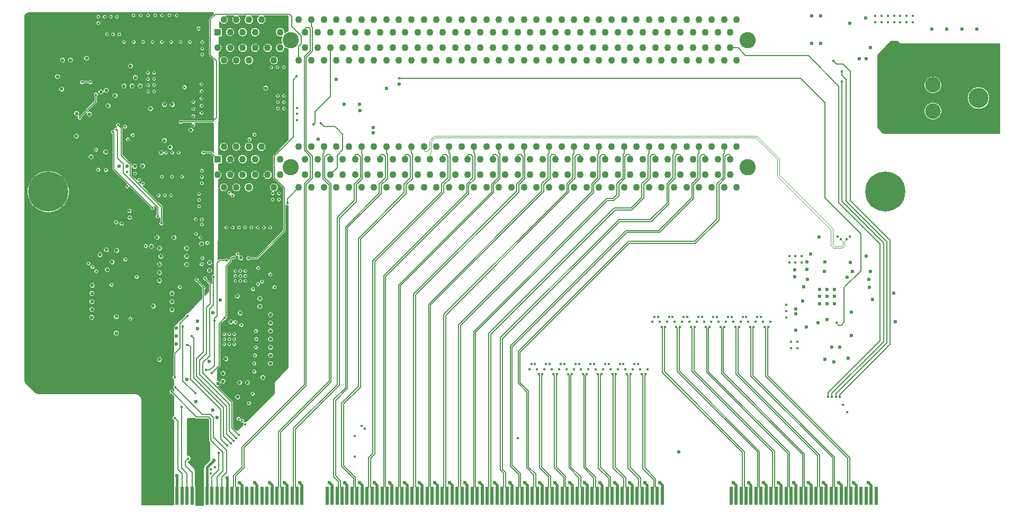
<source format=gbr>
G04 #@! TF.GenerationSoftware,KiCad,Pcbnew,(5.1.6)-1*
G04 #@! TF.CreationDate,2021-11-02T14:31:17+01:00*
G04 #@! TF.ProjectId,Riser Tioga Pass 2OU 2xPCIe x16,52697365-7220-4546-996f-676120506173,rev?*
G04 #@! TF.SameCoordinates,PX328b740PY3211620*
G04 #@! TF.FileFunction,Copper,L6,Bot*
G04 #@! TF.FilePolarity,Positive*
%FSLAX46Y46*%
G04 Gerber Fmt 4.6, Leading zero omitted, Abs format (unit mm)*
G04 Created by KiCad (PCBNEW (5.1.6)-1) date 2021-11-02 14:31:17*
%MOMM*%
%LPD*%
G01*
G04 APERTURE LIST*
G04 #@! TA.AperFunction,ComponentPad*
%ADD10C,6.400000*%
G04 #@! TD*
G04 #@! TA.AperFunction,ComponentPad*
%ADD11C,2.500000*%
G04 #@! TD*
G04 #@! TA.AperFunction,WasherPad*
%ADD12C,3.200000*%
G04 #@! TD*
G04 #@! TA.AperFunction,SMDPad,CuDef*
%ADD13R,0.550000X3.000000*%
G04 #@! TD*
G04 #@! TA.AperFunction,WasherPad*
%ADD14C,2.600000*%
G04 #@! TD*
G04 #@! TA.AperFunction,ComponentPad*
%ADD15R,1.100000X1.100000*%
G04 #@! TD*
G04 #@! TA.AperFunction,ComponentPad*
%ADD16C,1.100000*%
G04 #@! TD*
G04 #@! TA.AperFunction,ViaPad*
%ADD17C,0.400000*%
G04 #@! TD*
G04 #@! TA.AperFunction,ViaPad*
%ADD18C,0.600000*%
G04 #@! TD*
G04 #@! TA.AperFunction,ViaPad*
%ADD19C,0.500000*%
G04 #@! TD*
G04 #@! TA.AperFunction,Conductor*
%ADD20C,0.400000*%
G04 #@! TD*
G04 #@! TA.AperFunction,Conductor*
%ADD21C,0.300000*%
G04 #@! TD*
G04 #@! TA.AperFunction,Conductor*
%ADD22C,0.127000*%
G04 #@! TD*
G04 #@! TA.AperFunction,Conductor*
%ADD23C,0.121920*%
G04 #@! TD*
G04 APERTURE END LIST*
D10*
X999903Y-26410000D03*
X134900000Y-26410000D03*
D11*
X142471000Y-9319000D03*
X142471000Y-13519000D03*
X136971000Y-9319000D03*
X136971000Y-13519000D03*
D12*
X149771000Y-11419000D03*
D13*
X16795000Y-75080000D03*
X17595000Y-75080000D03*
X18395000Y-75080000D03*
X19195000Y-75080000D03*
X19995000Y-75080000D03*
X20795000Y-75080000D03*
X21595000Y-75080000D03*
X22395000Y-75080000D03*
X23195000Y-75080000D03*
X23995000Y-75080000D03*
X24795000Y-75080000D03*
X25595000Y-75080000D03*
X26395000Y-75080000D03*
X27195000Y-75080000D03*
X27995000Y-75080000D03*
X28795000Y-75080000D03*
X29595000Y-75080000D03*
X30395000Y-75080000D03*
X31195000Y-75080000D03*
X31995000Y-75080000D03*
X32795000Y-75080000D03*
X33595000Y-75080000D03*
X34395000Y-75080000D03*
X35195000Y-75080000D03*
X35995000Y-75080000D03*
X36795000Y-75080000D03*
X37595000Y-75080000D03*
X38395000Y-75080000D03*
X39195000Y-75080000D03*
X39995000Y-75080000D03*
X40795000Y-75080000D03*
X41595000Y-75080000D03*
X45595000Y-75080000D03*
X46395000Y-75080000D03*
X47195000Y-75080000D03*
X47995000Y-75080000D03*
X48795000Y-75080000D03*
X49595000Y-75080000D03*
X50395000Y-75080000D03*
X51195000Y-75080000D03*
X51995000Y-75080000D03*
X52795000Y-75080000D03*
X53595000Y-75080000D03*
X54395000Y-75080000D03*
X55195000Y-75080000D03*
X55995000Y-75080000D03*
X56795000Y-75080000D03*
X57595000Y-75080000D03*
X58395000Y-75080000D03*
X59195000Y-75080000D03*
X59995000Y-75080000D03*
X60795000Y-75080000D03*
X61595000Y-75080000D03*
X62395000Y-75080000D03*
X63195000Y-75080000D03*
X63995000Y-75080000D03*
X64795000Y-75080000D03*
X65595000Y-75080000D03*
X66395000Y-75080000D03*
X67195000Y-75080000D03*
X67995000Y-75080000D03*
X68795000Y-75080000D03*
X69595000Y-75080000D03*
X70395000Y-75080000D03*
X71195000Y-75080000D03*
X71995000Y-75080000D03*
X72795000Y-75080000D03*
X73595000Y-75080000D03*
X74395000Y-75080000D03*
X75195000Y-75080000D03*
X75995000Y-75080000D03*
X76795000Y-75080000D03*
X77595000Y-75080000D03*
X78395000Y-75080000D03*
X79195000Y-75080000D03*
X79995000Y-75080000D03*
X80795000Y-75080000D03*
X81595000Y-75080000D03*
X82395000Y-75080000D03*
X83195000Y-75080000D03*
X83995000Y-75080000D03*
X84795000Y-75080000D03*
X85595000Y-75080000D03*
X86395000Y-75080000D03*
X87195000Y-75080000D03*
X87995000Y-75080000D03*
X88795000Y-75080000D03*
X89595000Y-75080000D03*
X90395000Y-75080000D03*
X91195000Y-75080000D03*
X91995000Y-75080000D03*
X92795000Y-75080000D03*
X93595000Y-75080000D03*
X94395000Y-75080000D03*
X95195000Y-75080000D03*
X95995000Y-75080000D03*
X96795000Y-75080000D03*
X97595000Y-75080000D03*
X98395000Y-75080000D03*
X99195000Y-75080000D03*
X133395000Y-75080000D03*
X132595000Y-75080000D03*
X111795000Y-75080000D03*
X110995000Y-75080000D03*
X112595000Y-75080000D03*
X110195000Y-75080000D03*
X126995000Y-75080000D03*
X126195000Y-75080000D03*
X127795000Y-75080000D03*
X128595000Y-75080000D03*
X130195000Y-75080000D03*
X130995000Y-75080000D03*
X129395000Y-75080000D03*
X131795000Y-75080000D03*
X114195000Y-75080000D03*
X114995000Y-75080000D03*
X113395000Y-75080000D03*
X115795000Y-75080000D03*
X118195000Y-75080000D03*
X116595000Y-75080000D03*
X117395000Y-75080000D03*
X118995000Y-75080000D03*
X122995000Y-75080000D03*
X124595000Y-75080000D03*
X125395000Y-75080000D03*
X123795000Y-75080000D03*
X120595000Y-75080000D03*
X121395000Y-75080000D03*
X119795000Y-75080000D03*
X122195000Y-75080000D03*
D14*
X39740000Y-2141000D03*
X112890000Y-2141000D03*
D15*
X28090000Y-891000D03*
D16*
X29090000Y1109000D03*
X30090000Y-891000D03*
X31090000Y1109000D03*
X32090000Y-891000D03*
X33090000Y1109000D03*
X34090000Y-891000D03*
X35090000Y1109000D03*
X36090000Y-891000D03*
X37090000Y1109000D03*
X38090000Y-891000D03*
X41090000Y1109000D03*
X42090000Y-891000D03*
X43090000Y1109000D03*
X44090000Y-891000D03*
X45090000Y1109000D03*
X46090000Y-891000D03*
X47090000Y1109000D03*
X48090000Y-891000D03*
X49090000Y1109000D03*
X50090000Y-891000D03*
X51090000Y1109000D03*
X52090000Y-891000D03*
X53090000Y1109000D03*
X54090000Y-891000D03*
X55090000Y1109000D03*
X56090000Y-891000D03*
X57090000Y1109000D03*
X58090000Y-891000D03*
X59090000Y1109000D03*
X60090000Y-891000D03*
X61090000Y1109000D03*
X62090000Y-891000D03*
X63090000Y1109000D03*
X64090000Y-891000D03*
X65090000Y1109000D03*
X66090000Y-891000D03*
X67090000Y1109000D03*
X68090000Y-891000D03*
X69090000Y1109000D03*
X70090000Y-891000D03*
X71090000Y1109000D03*
X72090000Y-891000D03*
X73090000Y1109000D03*
X74090000Y-891000D03*
X75090000Y1109000D03*
X76090000Y-891000D03*
X77090000Y1109000D03*
X78090000Y-891000D03*
X79090000Y1109000D03*
X80090000Y-891000D03*
X81090000Y1109000D03*
X82090000Y-891000D03*
X83090000Y1109000D03*
X84090000Y-891000D03*
X85090000Y1109000D03*
X86090000Y-891000D03*
X87090000Y1109000D03*
X88090000Y-891000D03*
X89090000Y1109000D03*
X90090000Y-891000D03*
X91090000Y1109000D03*
X92090000Y-891000D03*
X93090000Y1109000D03*
X94090000Y-891000D03*
X95090000Y1109000D03*
X96090000Y-891000D03*
X97090000Y1109000D03*
X98090000Y-891000D03*
X99090000Y1109000D03*
X100090000Y-891000D03*
X101090000Y1109000D03*
X102090000Y-891000D03*
X103090000Y1109000D03*
X104090000Y-891000D03*
X105090000Y1109000D03*
X106090000Y-891000D03*
X107090000Y1109000D03*
X108090000Y-891000D03*
X109090000Y1109000D03*
X110090000Y-891000D03*
X28090000Y-3391000D03*
X29090000Y-5391000D03*
X30090000Y-3391000D03*
X31090000Y-5391000D03*
X32090000Y-3391000D03*
X33090000Y-5391000D03*
X34090000Y-3391000D03*
X35090000Y-5391000D03*
X36090000Y-3391000D03*
X37090000Y-5391000D03*
X38090000Y-3391000D03*
X41090000Y-5391000D03*
X42090000Y-3391000D03*
X43090000Y-5391000D03*
X44090000Y-3391000D03*
X45090000Y-5391000D03*
X46090000Y-3391000D03*
X47090000Y-5391000D03*
X48090000Y-3391000D03*
X49090000Y-5391000D03*
X50090000Y-3391000D03*
X51090000Y-5391000D03*
X52090000Y-3391000D03*
X53090000Y-5391000D03*
X54090000Y-3391000D03*
X55090000Y-5391000D03*
X56090000Y-3391000D03*
X57090000Y-5391000D03*
X58090000Y-3391000D03*
X59090000Y-5391000D03*
X60090000Y-3391000D03*
X62090000Y-3391000D03*
X63090000Y-5391000D03*
X64090000Y-3391000D03*
X65090000Y-5391000D03*
X66090000Y-3391000D03*
X67090000Y-5391000D03*
X68090000Y-3391000D03*
X69090000Y-5391000D03*
X70090000Y-3391000D03*
X71090000Y-5391000D03*
X72090000Y-3391000D03*
X73090000Y-5391000D03*
X74090000Y-3391000D03*
X75090000Y-5391000D03*
X76090000Y-3391000D03*
X77090000Y-5391000D03*
X78090000Y-3391000D03*
X79090000Y-5391000D03*
X80090000Y-3391000D03*
X81090000Y-5391000D03*
X82090000Y-3391000D03*
X83090000Y-5391000D03*
X84090000Y-3391000D03*
X85090000Y-5391000D03*
X86090000Y-3391000D03*
X87090000Y-5391000D03*
X88090000Y-3391000D03*
X89090000Y-5391000D03*
X90090000Y-3391000D03*
X91090000Y-5391000D03*
X92090000Y-3391000D03*
X93090000Y-5391000D03*
X94090000Y-3391000D03*
X95090000Y-5391000D03*
X96090000Y-3391000D03*
X97090000Y-5391000D03*
X98090000Y-3391000D03*
X99090000Y-5391000D03*
X100090000Y-3391000D03*
X101090000Y-5391000D03*
X102090000Y-3391000D03*
X103090000Y-5391000D03*
X104090000Y-3391000D03*
X105090000Y-5391000D03*
X106090000Y-3391000D03*
X107090000Y-5391000D03*
X108090000Y-3391000D03*
X109090000Y-5391000D03*
X110090000Y-3391000D03*
X61090000Y-5391000D03*
X111090000Y1109000D03*
X111090000Y-5391000D03*
D14*
X39740000Y-22461000D03*
X112890000Y-22461000D03*
D15*
X28090000Y-21211000D03*
D16*
X29090000Y-19211000D03*
X30090000Y-21211000D03*
X31090000Y-19211000D03*
X32090000Y-21211000D03*
X33090000Y-19211000D03*
X34090000Y-21211000D03*
X35090000Y-19211000D03*
X36090000Y-21211000D03*
X37090000Y-19211000D03*
X38090000Y-21211000D03*
X41090000Y-19211000D03*
X42090000Y-21211000D03*
X43090000Y-19211000D03*
X44090000Y-21211000D03*
X45090000Y-19211000D03*
X46090000Y-21211000D03*
X47090000Y-19211000D03*
X48090000Y-21211000D03*
X49090000Y-19211000D03*
X50090000Y-21211000D03*
X51090000Y-19211000D03*
X52090000Y-21211000D03*
X53090000Y-19211000D03*
X54090000Y-21211000D03*
X55090000Y-19211000D03*
X56090000Y-21211000D03*
X57090000Y-19211000D03*
X58090000Y-21211000D03*
X59090000Y-19211000D03*
X60090000Y-21211000D03*
X61090000Y-19211000D03*
X62090000Y-21211000D03*
X63090000Y-19211000D03*
X64090000Y-21211000D03*
X65090000Y-19211000D03*
X66090000Y-21211000D03*
X67090000Y-19211000D03*
X68090000Y-21211000D03*
X69090000Y-19211000D03*
X70090000Y-21211000D03*
X71090000Y-19211000D03*
X72090000Y-21211000D03*
X73090000Y-19211000D03*
X74090000Y-21211000D03*
X75090000Y-19211000D03*
X76090000Y-21211000D03*
X77090000Y-19211000D03*
X78090000Y-21211000D03*
X79090000Y-19211000D03*
X80090000Y-21211000D03*
X81090000Y-19211000D03*
X82090000Y-21211000D03*
X83090000Y-19211000D03*
X84090000Y-21211000D03*
X85090000Y-19211000D03*
X86090000Y-21211000D03*
X87090000Y-19211000D03*
X88090000Y-21211000D03*
X89090000Y-19211000D03*
X90090000Y-21211000D03*
X91090000Y-19211000D03*
X92090000Y-21211000D03*
X93090000Y-19211000D03*
X94090000Y-21211000D03*
X95090000Y-19211000D03*
X96090000Y-21211000D03*
X97090000Y-19211000D03*
X98090000Y-21211000D03*
X99090000Y-19211000D03*
X100090000Y-21211000D03*
X101090000Y-19211000D03*
X102090000Y-21211000D03*
X103090000Y-19211000D03*
X104090000Y-21211000D03*
X105090000Y-19211000D03*
X106090000Y-21211000D03*
X107090000Y-19211000D03*
X108090000Y-21211000D03*
X109090000Y-19211000D03*
X110090000Y-21211000D03*
X28090000Y-23711000D03*
X29090000Y-25711000D03*
X30090000Y-23711000D03*
X31090000Y-25711000D03*
X32090000Y-23711000D03*
X33090000Y-25711000D03*
X34090000Y-23711000D03*
X35090000Y-25711000D03*
X36090000Y-23711000D03*
X37090000Y-25711000D03*
X38090000Y-23711000D03*
X41090000Y-25711000D03*
X42090000Y-23711000D03*
X43090000Y-25711000D03*
X44090000Y-23711000D03*
X45090000Y-25711000D03*
X46090000Y-23711000D03*
X47090000Y-25711000D03*
X48090000Y-23711000D03*
X49090000Y-25711000D03*
X50090000Y-23711000D03*
X51090000Y-25711000D03*
X52090000Y-23711000D03*
X53090000Y-25711000D03*
X54090000Y-23711000D03*
X55090000Y-25711000D03*
X56090000Y-23711000D03*
X57090000Y-25711000D03*
X58090000Y-23711000D03*
X59090000Y-25711000D03*
X60090000Y-23711000D03*
X62090000Y-23711000D03*
X63090000Y-25711000D03*
X64090000Y-23711000D03*
X65090000Y-25711000D03*
X66090000Y-23711000D03*
X67090000Y-25711000D03*
X68090000Y-23711000D03*
X69090000Y-25711000D03*
X70090000Y-23711000D03*
X71090000Y-25711000D03*
X72090000Y-23711000D03*
X73090000Y-25711000D03*
X74090000Y-23711000D03*
X75090000Y-25711000D03*
X76090000Y-23711000D03*
X77090000Y-25711000D03*
X78090000Y-23711000D03*
X79090000Y-25711000D03*
X80090000Y-23711000D03*
X81090000Y-25711000D03*
X82090000Y-23711000D03*
X83090000Y-25711000D03*
X84090000Y-23711000D03*
X85090000Y-25711000D03*
X86090000Y-23711000D03*
X87090000Y-25711000D03*
X88090000Y-23711000D03*
X89090000Y-25711000D03*
X90090000Y-23711000D03*
X91090000Y-25711000D03*
X92090000Y-23711000D03*
X93090000Y-25711000D03*
X94090000Y-23711000D03*
X95090000Y-25711000D03*
X96090000Y-23711000D03*
X97090000Y-25711000D03*
X98090000Y-23711000D03*
X99090000Y-25711000D03*
X100090000Y-23711000D03*
X101090000Y-25711000D03*
X102090000Y-23711000D03*
X103090000Y-25711000D03*
X104090000Y-23711000D03*
X105090000Y-25711000D03*
X106090000Y-23711000D03*
X107090000Y-25711000D03*
X108090000Y-23711000D03*
X109090000Y-25711000D03*
X110090000Y-23711000D03*
X61090000Y-25711000D03*
X111090000Y-19211000D03*
X111090000Y-25711000D03*
D17*
X29150000Y-49200000D03*
X14650000Y1800000D03*
X79152800Y-54800000D03*
X77975000Y-54800000D03*
D18*
X21600000Y-71850000D03*
X29600000Y-72150000D03*
X120350000Y-38925000D03*
X132200000Y-40475000D03*
X132300000Y-41725000D03*
X125175000Y-53250000D03*
X128900000Y-53025000D03*
X129450000Y-49375000D03*
D17*
X80330600Y-54800000D03*
X81508400Y-54800000D03*
X82686200Y-54800000D03*
X83864000Y-54800000D03*
X85041800Y-54800000D03*
X86219600Y-54800000D03*
X87397400Y-54800000D03*
X88575200Y-54800000D03*
X89753000Y-54800000D03*
X90930800Y-54800000D03*
X92108600Y-54800000D03*
X93286400Y-54800000D03*
X94464200Y-54800000D03*
X95642000Y-54800000D03*
X96819800Y-54800000D03*
D18*
X84395000Y-72950000D03*
X86795000Y-72950000D03*
X89195000Y-72950000D03*
X91595000Y-72950000D03*
X93995000Y-72950000D03*
X96395000Y-72950000D03*
X98795000Y-72950000D03*
X81995000Y-72950000D03*
X79595000Y-72950000D03*
X77195000Y-72950000D03*
X74795000Y-72950000D03*
X72395000Y-72950000D03*
X69995000Y-72950000D03*
X67595000Y-72950000D03*
X65195000Y-72950000D03*
X62795000Y-72950000D03*
X60395000Y-72950000D03*
X57995000Y-72950000D03*
X55595000Y-72950000D03*
X53195000Y-72950000D03*
X50795000Y-72950000D03*
X48395000Y-72950000D03*
X45995000Y-72950000D03*
X27500000Y-69400000D03*
X18800000Y-38050000D03*
X11200000Y-37650000D03*
X11900000Y-49050000D03*
D19*
X14050000Y-30550000D03*
D18*
X101850000Y-68050000D03*
X26750000Y-53600000D03*
X28950000Y-56750000D03*
X31600000Y-56950000D03*
X34850000Y-43500000D03*
X28550000Y-43700000D03*
X21100000Y-33750000D03*
X10300000Y-35700000D03*
X19050000Y-20150000D03*
X14150000Y-6300000D03*
D17*
X16950000Y-7375000D03*
X29500000Y-32150000D03*
X25575000Y-30850000D03*
D18*
X30200000Y-47250000D03*
X18800000Y-53250000D03*
X18800000Y-35450000D03*
X2500000Y-8000000D03*
X17350000Y-13100000D03*
X10600000Y-12650000D03*
X31800000Y-37000000D03*
X26800000Y-37750000D03*
X35800000Y-9850000D03*
X132450000Y-39200000D03*
X131800000Y-36750000D03*
X129200000Y500000D03*
X124500000Y1750000D03*
X124500000Y-2650000D03*
X147100000Y-400000D03*
X144700000Y-400000D03*
X149550000Y-400000D03*
X142350000Y-400000D03*
X50850000Y-13450000D03*
X53000000Y-16100000D03*
X53000000Y-16950000D03*
X48350000Y-12400000D03*
X9300000Y-36500000D03*
X19000000Y-36750000D03*
X12350000Y-22300000D03*
X16100000Y-22300000D03*
X27350000Y-45800000D03*
D17*
X29950000Y-49200000D03*
X30750000Y-49200000D03*
X29150000Y-50000000D03*
X29950000Y-50000000D03*
X30750000Y-50000000D03*
X29150000Y-50800000D03*
X29950000Y-50800000D03*
X30750000Y-50800000D03*
X30950000Y-40700000D03*
X32550000Y-39900000D03*
X31750000Y-39900000D03*
X32550000Y-40700000D03*
X30950000Y-39900000D03*
X31750000Y-39100000D03*
X31750000Y-40700000D03*
X30950000Y-39100000D03*
X32550000Y-39100000D03*
D18*
X24900000Y-48300000D03*
X28150000Y-57100000D03*
X24650000Y-60000000D03*
X23150000Y-56450000D03*
X27300000Y-61350000D03*
X55100000Y-9900000D03*
X126300000Y-51300000D03*
X122250000Y-48050000D03*
X120550000Y-48550000D03*
X120550000Y-45150000D03*
X121800000Y-41650000D03*
X122300000Y-38850000D03*
D17*
X107047400Y-47250000D03*
X112936400Y-47250000D03*
X98802800Y-47250000D03*
X97625000Y-47250000D03*
X99980600Y-47250000D03*
X102336200Y-47250000D03*
X103514000Y-47250000D03*
X104691800Y-47250000D03*
X105869600Y-47250000D03*
X108225200Y-47250000D03*
X114114200Y-47250000D03*
X115292000Y-47250000D03*
X110580800Y-47250000D03*
X116469800Y-47250000D03*
X109403000Y-47250000D03*
X111758600Y-47250000D03*
X101158400Y-47250000D03*
D18*
X110595000Y-72950000D03*
X112995000Y-72950000D03*
X115395000Y-72950000D03*
X117795000Y-72950000D03*
X120195000Y-72950000D03*
X122595000Y-72950000D03*
X124995000Y-72950000D03*
X127395000Y-72950000D03*
X129795000Y-72950000D03*
X132195000Y-72950000D03*
X31595000Y-72950000D03*
X33995000Y-72950000D03*
X36395000Y-72950000D03*
X38795000Y-72950000D03*
X41195000Y-72950000D03*
X126700000Y-44325000D03*
X124400000Y-43175000D03*
X125550000Y-44325000D03*
X124400000Y-44325000D03*
X125550000Y-43175000D03*
X126700000Y-43175000D03*
X124400000Y-42025000D03*
X125550000Y-42025000D03*
X126700000Y-42025000D03*
D17*
X15800000Y1800000D03*
X16950000Y1800000D03*
X18100000Y1800000D03*
X19250000Y1800000D03*
X20400000Y1800000D03*
X21550000Y1800000D03*
D18*
X132850000Y-43650000D03*
X136175000Y-42675000D03*
X136450000Y-47250000D03*
X122350000Y-37650000D03*
D17*
X127200000Y-33550000D03*
X129150000Y-33550000D03*
X25525000Y-9200000D03*
X25525000Y-10350000D03*
X25525000Y-11500000D03*
X25525000Y-12650000D03*
X25525000Y-13800000D03*
X24225000Y-14325000D03*
X24225000Y-15775000D03*
X24225000Y-12025000D03*
X24225000Y-13175000D03*
X19850000Y-20150000D03*
X20850000Y-20150000D03*
X21850000Y-20150000D03*
X37725000Y-11075000D03*
X38725000Y-11075000D03*
X37725000Y-12075000D03*
X38725000Y-12075000D03*
X37725000Y-13075000D03*
X38725000Y-13075000D03*
X40825000Y-12975000D03*
X40825000Y-13975000D03*
X40825000Y-14975000D03*
X17950000Y-7375000D03*
X16950000Y-8375000D03*
X17950000Y-8375000D03*
X16950000Y-9375000D03*
X17950000Y-9375000D03*
X16950000Y-10375000D03*
X17950000Y-10375000D03*
X30500000Y-32150000D03*
X31500000Y-32150000D03*
X32500000Y-32150000D03*
X33500000Y-32150000D03*
X34500000Y-32150000D03*
X35500000Y-32150000D03*
X36500000Y-32150000D03*
X24600000Y-30850000D03*
X25575000Y-31650000D03*
X24650000Y-33175000D03*
X25350000Y-33750000D03*
D18*
X131850000Y-5150000D03*
D19*
X11850000Y-31300000D03*
D18*
X4550000Y-5350000D03*
X7150000Y-5050000D03*
X10300000Y-10200000D03*
X44225000Y-18000000D03*
X131750000Y1425000D03*
D17*
X17100000Y-64275000D03*
X18100000Y-64275000D03*
X19100000Y-64275000D03*
X20100000Y-64275000D03*
X17100000Y-65275000D03*
X18100000Y-65275000D03*
X19100000Y-65275000D03*
X20100000Y-65275000D03*
X17100000Y-66275000D03*
X18100000Y-66275000D03*
X19100000Y-66275000D03*
X20100000Y-66275000D03*
X17100000Y-67275000D03*
X18100000Y-67275000D03*
X19100000Y-67275000D03*
X20100000Y-67275000D03*
X17100000Y-68275000D03*
X18100000Y-68275000D03*
X19100000Y-68275000D03*
X20100000Y-68275000D03*
X17100000Y-69275000D03*
X18100000Y-69275000D03*
X19100000Y-69275000D03*
X20100000Y-69275000D03*
X-550000Y-11800000D03*
X450000Y-10800000D03*
X-550000Y-15025000D03*
X-550000Y-10800000D03*
X-550000Y-17025000D03*
X-550000Y-16025000D03*
X450000Y-14025000D03*
X-550000Y-12800000D03*
X-550000Y-14025000D03*
X450000Y-9800000D03*
X450000Y-12800000D03*
X450000Y-16025000D03*
X450000Y-11800000D03*
X-550000Y-9800000D03*
X450000Y-17025000D03*
X450000Y-15025000D03*
X133275000Y1750000D03*
X134275000Y1750000D03*
X135275000Y1750000D03*
X136275000Y1750000D03*
X137275000Y1750000D03*
X138275000Y1750000D03*
X139275000Y1750000D03*
X133275000Y750000D03*
X134275000Y750000D03*
X135275000Y750000D03*
X136275000Y750000D03*
X137275000Y750000D03*
X138275000Y750000D03*
X139275000Y750000D03*
X6725000Y-24650000D03*
X6725000Y-23650000D03*
X6725000Y-22650000D03*
X7725000Y-25650000D03*
X7725000Y-22650000D03*
X7725000Y-24650000D03*
X6725000Y-25650000D03*
X7725000Y-23650000D03*
X2425000Y-2150000D03*
X2425000Y-1150000D03*
X3425000Y-1150000D03*
X2425000Y-3150000D03*
X3425000Y-2150000D03*
X2425000Y-150000D03*
X3425000Y-150000D03*
X3425000Y-3150000D03*
D19*
X6200000Y-35000000D03*
D18*
X132450000Y-3350000D03*
D19*
X11300000Y-31900000D03*
X6250000Y-31900000D03*
D18*
X6250000Y-6950000D03*
X11150000Y-9450000D03*
X17800000Y-44700000D03*
X31300000Y-59250000D03*
X23150000Y-38050000D03*
X17500000Y-35150000D03*
X10450000Y-38900000D03*
X11900000Y-46400000D03*
X20800000Y-44000000D03*
X7950000Y-46500000D03*
X8000000Y-45250000D03*
X8000000Y-44000000D03*
D19*
X14000000Y-29450000D03*
D18*
X29400000Y-53150000D03*
X28950000Y-55500000D03*
X32850000Y-56950000D03*
X31250000Y-43100000D03*
X34850000Y-44750000D03*
X18400000Y-33750000D03*
X11950000Y-35800000D03*
X10200000Y-20050000D03*
X19571141Y-18214933D03*
X20500000Y-19300000D03*
X14850000Y-22350000D03*
X13600000Y-22350000D03*
X19600000Y-12450000D03*
X20850000Y-12450000D03*
X3300000Y-5350000D03*
X23800000Y-16550000D03*
D17*
X27650000Y-70500000D03*
X27000000Y-70850000D03*
X27000000Y-71500000D03*
D18*
X26800000Y-39000000D03*
X20800000Y-42700000D03*
X21500000Y-49500000D03*
X23150000Y-35450000D03*
X23150000Y-36750000D03*
X18800000Y-39350000D03*
X18800000Y-40650000D03*
X20800000Y-45300000D03*
X21500000Y-48200000D03*
X21500000Y-50800000D03*
X14950000Y-8150000D03*
X7850000Y-20850000D03*
X3150000Y-10000000D03*
X11700000Y-11050000D03*
X31700000Y-45800000D03*
X36550000Y-53900000D03*
X36550000Y-52600000D03*
X36550000Y-51300000D03*
X36550000Y-50000000D03*
X36550000Y-48700000D03*
X36550000Y-47400000D03*
X36550000Y-46100000D03*
X7600000Y-14000000D03*
X5550000Y-13900000D03*
X5500000Y-17500000D03*
X123100000Y1750000D03*
X123100000Y-2650000D03*
X35350000Y-56150000D03*
X47050000Y-8400000D03*
D17*
X14150000Y-46750000D03*
D18*
X8000000Y-42700000D03*
X8050000Y-41400000D03*
X25550000Y-34750000D03*
X24850000Y-47100000D03*
X57100000Y-9200000D03*
X124300000Y-33650000D03*
X15725000Y-9500000D03*
X14425000Y-9500000D03*
X13125000Y-9500000D03*
D17*
X36675000Y-6500000D03*
X37675000Y-6500000D03*
X38675000Y-6500000D03*
X36900000Y-26675000D03*
X37900000Y-26675000D03*
X36900000Y-27675000D03*
X37900000Y-27675000D03*
D18*
X130750000Y-5150000D03*
D19*
X12750000Y-31500000D03*
D18*
X9450000Y-10450000D03*
D17*
X119500000Y-36725000D03*
D18*
X127550000Y-51250000D03*
X126650000Y-53675000D03*
X120350000Y-40025000D03*
X124150000Y-47350000D03*
X128800000Y-40100000D03*
X129650000Y-39200000D03*
X129250000Y-37750000D03*
X125150000Y-39150000D03*
X125200000Y-37650000D03*
X125549999Y-46900001D03*
X121650000Y-43900000D03*
X129450000Y-45650000D03*
X120550000Y-45950000D03*
X122400000Y-40450000D03*
X122950000Y-36400000D03*
D17*
X120500000Y-36725000D03*
X121500000Y-36725000D03*
X119500000Y-37725000D03*
X120500000Y-37725000D03*
X121500000Y-37725000D03*
X119025000Y-46525000D03*
X119025000Y-45525000D03*
X119025000Y-44525000D03*
X120825000Y-50450000D03*
X120825000Y-51450000D03*
X119825000Y-50450000D03*
X119825000Y-51450000D03*
X30850000Y-61100000D03*
D18*
X50750000Y-12400000D03*
D17*
X30850000Y-61850000D03*
X30850000Y-62600000D03*
X30850000Y-63350000D03*
X30850000Y-64100000D03*
D18*
X28000000Y-62550000D03*
D17*
X30550000Y-9050000D03*
X31700000Y-9050000D03*
X32850000Y-9050000D03*
X30550000Y-10200000D03*
X31700000Y-10200000D03*
X32850000Y-10200000D03*
X30550000Y-11350000D03*
X31700000Y-11350000D03*
X32850000Y-11350000D03*
X29400000Y-12675000D03*
X30550000Y-12675000D03*
X31700000Y-12675000D03*
X32850000Y-12675000D03*
X29400000Y-13825000D03*
X30550000Y-13825000D03*
X31700000Y-13825000D03*
X32850000Y-13825000D03*
X29925000Y-27625000D03*
X30925000Y-27625000D03*
X31925000Y-27625000D03*
X29925000Y-28375000D03*
X30925000Y-28375000D03*
X31925000Y-28375000D03*
X135750000Y-5450000D03*
X137000000Y-5450000D03*
X138250000Y-5450000D03*
X139500000Y-5450000D03*
X140750000Y-5450000D03*
X142000000Y-5450000D03*
X143250000Y-5450000D03*
X144500000Y-5450000D03*
X145750000Y-5450000D03*
X147000000Y-5450000D03*
X148250000Y-5450000D03*
X149500000Y-5450000D03*
X150750000Y-5450000D03*
X152000000Y-5450000D03*
X135750000Y-6450000D03*
X137000000Y-6450000D03*
X138250000Y-6450000D03*
X139500000Y-6450000D03*
X140750000Y-6450000D03*
X142000000Y-6450000D03*
X143250000Y-6450000D03*
X144500000Y-6450000D03*
X145750000Y-6450000D03*
X147000000Y-6450000D03*
X148250000Y-6450000D03*
X149500000Y-6450000D03*
X150750000Y-6450000D03*
X152000000Y-6450000D03*
X22550000Y-47950000D03*
X24500000Y-58650000D03*
X30700000Y-36950000D03*
X29200000Y-46650000D03*
X27200000Y-55400000D03*
X27550000Y-47050000D03*
X29500000Y-37400000D03*
X22300000Y-60850000D03*
X26250000Y-54950000D03*
X24025000Y-65875000D03*
X25025000Y-65875000D03*
X26025000Y-65875000D03*
X24025000Y-66875000D03*
X25025000Y-66875000D03*
X26025000Y-66875000D03*
X24025000Y-67875000D03*
X25025000Y-67875000D03*
X26025000Y-67875000D03*
X25175000Y-71650000D03*
X25175000Y-70650000D03*
X25175000Y-69650000D03*
X23950000Y-49500000D03*
X30200000Y-66650000D03*
X128100000Y-60500000D03*
X23150000Y-50900000D03*
X29650000Y-67050000D03*
X128750000Y-61700000D03*
X17700000Y-29000000D03*
X11350000Y-16850000D03*
X27450000Y-40000000D03*
X31500000Y-65350000D03*
X126350000Y-59200000D03*
X127950000Y-8800000D03*
X11900000Y-16450000D03*
X18500000Y-30350000D03*
X26100000Y-40300000D03*
X31050000Y-65800000D03*
X126950000Y-59200000D03*
X127950000Y-7200000D03*
X7450000Y-37900000D03*
X9000000Y-22900000D03*
X8100000Y-38450000D03*
X10250000Y-22950000D03*
X21200000Y-62600000D03*
X21200000Y-56100000D03*
X23250000Y-46250000D03*
X11150000Y-41300000D03*
X8650000Y-19700000D03*
X14525000Y-17375000D03*
X16600000Y-35100000D03*
X22050000Y-41650000D03*
X15150000Y-40050000D03*
X13350000Y-37250000D03*
X13750000Y-18050000D03*
X12150000Y-15750000D03*
X19100000Y-31500000D03*
X24750000Y-40550000D03*
X30650000Y-66250000D03*
X127550000Y-59200000D03*
X126600000Y-5500000D03*
X127050000Y-47400000D03*
X57100000Y-8250000D03*
X39300000Y-28250000D03*
X33950000Y-55200000D03*
X33750000Y-42000000D03*
X29975000Y-26575000D03*
X44600000Y-15425000D03*
X33950000Y-53900000D03*
X34550000Y-41200000D03*
X33700000Y-58750000D03*
X51100000Y-63900000D03*
X34050000Y-52600000D03*
X35200000Y-40800000D03*
X33100000Y-60250000D03*
X51650000Y-64300000D03*
X34225000Y-51300000D03*
X37200000Y-41700000D03*
X31450000Y-62750000D03*
X76100000Y-65850000D03*
X25800000Y-20150000D03*
X33200000Y-18050000D03*
X25550000Y-38000000D03*
X34000000Y-17300000D03*
X25650000Y-37050000D03*
X22200000Y-15250000D03*
X34275000Y-50000000D03*
X36550000Y-39650000D03*
X43450000Y-15625000D03*
X30475000Y-27025000D03*
X34225000Y-48700000D03*
X34600000Y-38650000D03*
X32000000Y-63050000D03*
X50000000Y-65500000D03*
X33000000Y-37050000D03*
X31900000Y-47750000D03*
X40750000Y-7950000D03*
X31300000Y-36400000D03*
X30950000Y-47300000D03*
X32500000Y-63600000D03*
X125750000Y-59200000D03*
X25050000Y-300000D03*
X22800000Y-9700000D03*
X26450000Y-34600000D03*
X8700000Y-39150000D03*
X13300000Y-16000000D03*
X6400000Y-8900000D03*
X7750000Y-8900000D03*
X8650000Y-10850000D03*
X6050000Y-14550000D03*
X127711100Y-34000000D03*
X128688900Y-34000000D03*
X23350000Y-69100000D03*
X50050000Y-68800000D03*
X28300000Y-68200000D03*
X78275000Y-54000000D03*
X78852800Y-54000000D03*
X80630600Y-54000000D03*
X81208400Y-54000000D03*
X82986200Y-54000000D03*
X83564000Y-54000000D03*
X85341800Y-54000000D03*
X85919600Y-54000000D03*
X87697400Y-54000000D03*
X88275200Y-54000000D03*
X90053000Y-54000000D03*
X90630800Y-54000000D03*
X92408600Y-54000000D03*
X92986400Y-54000000D03*
X94764200Y-54000000D03*
X95342000Y-54000000D03*
X97925000Y-46450000D03*
X98502800Y-46450000D03*
X100280600Y-46450000D03*
X100858400Y-46450000D03*
X102636200Y-46450000D03*
X103214000Y-46450000D03*
X104991800Y-46450000D03*
X105569600Y-46450000D03*
X107347400Y-46450000D03*
X107925200Y-46450000D03*
X109703000Y-46450000D03*
X110280800Y-46450000D03*
X112058600Y-46450000D03*
X112636400Y-46450000D03*
X114414200Y-46450000D03*
X114992000Y-46450000D03*
X79452800Y-55600000D03*
X80030600Y-55600000D03*
X81808400Y-55600000D03*
X82386200Y-55600000D03*
X84164000Y-55600000D03*
X84741800Y-55600000D03*
X86519600Y-55600000D03*
X87097400Y-55600000D03*
X88875200Y-55600000D03*
X89453000Y-55600000D03*
X91230800Y-55600000D03*
X91808600Y-55600000D03*
X93586400Y-55600000D03*
X94164200Y-55600000D03*
X95942000Y-55600000D03*
X96519800Y-55600000D03*
X99102800Y-48050000D03*
X99680600Y-48050000D03*
X101458400Y-48050000D03*
X102036200Y-48050000D03*
X103814000Y-48050000D03*
X104391800Y-48050000D03*
X106169600Y-48050000D03*
X106747400Y-48050000D03*
X108525200Y-48050000D03*
X109103000Y-48050000D03*
X110880800Y-48050000D03*
X111458600Y-48050000D03*
X113236400Y-48050000D03*
X113814200Y-48050000D03*
X115592000Y-48050000D03*
X116169800Y-48050000D03*
X21300000Y-57700000D03*
X20700000Y-58400000D03*
X16150000Y-25100000D03*
X15550000Y-24500000D03*
X19200000Y-24025000D03*
X20800000Y-24025000D03*
X22375000Y-24025000D03*
X13625000Y-25575000D03*
X13600000Y-23250000D03*
X25575000Y-25050000D03*
X25575000Y-24050000D03*
X25575000Y-23050000D03*
X14900000Y-23475000D03*
X18650000Y-27000000D03*
X19650000Y-27000000D03*
X20650000Y-27000000D03*
X25125000Y-28750000D03*
X25125000Y-27750000D03*
X25125000Y-26750000D03*
X9025000Y1575000D03*
X10025000Y1575000D03*
X11025000Y1575000D03*
X12025000Y1575000D03*
X9025000Y575000D03*
X25650000Y-4475000D03*
X25650000Y-3475000D03*
X25650000Y-2475000D03*
X10375000Y-1225000D03*
X11375000Y-1225000D03*
X12375000Y-1225000D03*
X13175000Y-2450000D03*
X14675000Y-2450000D03*
X16175000Y-2450000D03*
X17675000Y-2450000D03*
X19175000Y-2450000D03*
X20675000Y-2450000D03*
X22175000Y-2450000D03*
X23675000Y-2450000D03*
D20*
X21595000Y-75080000D02*
X21595000Y-71855000D01*
X21595000Y-71855000D02*
X21600000Y-71850000D01*
X29595000Y-75080000D02*
X29595000Y-72155000D01*
X29595000Y-72155000D02*
X29600000Y-72150000D01*
X84795000Y-73350000D02*
X84395000Y-72950000D01*
X84795000Y-75080000D02*
X84795000Y-73350000D01*
X87195000Y-73350000D02*
X86795000Y-72950000D01*
X89595000Y-73350000D02*
X89195000Y-72950000D01*
X91995000Y-73350000D02*
X91595000Y-72950000D01*
X94395000Y-73350000D02*
X93995000Y-72950000D01*
X96795000Y-73350000D02*
X96395000Y-72950000D01*
X99195000Y-73350000D02*
X98795000Y-72950000D01*
X87195000Y-75080000D02*
X87195000Y-73350000D01*
X89595000Y-75080000D02*
X89595000Y-73350000D01*
X91995000Y-75080000D02*
X91995000Y-73350000D01*
X94395000Y-75080000D02*
X94395000Y-73350000D01*
X96795000Y-75080000D02*
X96795000Y-73350000D01*
X99195000Y-75080000D02*
X99195000Y-73350000D01*
X82395000Y-73350000D02*
X81995000Y-72950000D01*
X79995000Y-73350000D02*
X79595000Y-72950000D01*
X77595000Y-73350000D02*
X77195000Y-72950000D01*
X75195000Y-73350000D02*
X74795000Y-72950000D01*
X72795000Y-73350000D02*
X72395000Y-72950000D01*
X70395000Y-73350000D02*
X69995000Y-72950000D01*
X67995000Y-73350000D02*
X67595000Y-72950000D01*
X65595000Y-73350000D02*
X65195000Y-72950000D01*
X63195000Y-73350000D02*
X62795000Y-72950000D01*
X60795000Y-73350000D02*
X60395000Y-72950000D01*
X58395000Y-73350000D02*
X57995000Y-72950000D01*
X55995000Y-73350000D02*
X55595000Y-72950000D01*
X53595000Y-73350000D02*
X53195000Y-72950000D01*
X51195000Y-73350000D02*
X50795000Y-72950000D01*
X82395000Y-75080000D02*
X82395000Y-73350000D01*
X79995000Y-75080000D02*
X79995000Y-73350000D01*
X77595000Y-75080000D02*
X77595000Y-73350000D01*
X75195000Y-75080000D02*
X75195000Y-73350000D01*
X72795000Y-75080000D02*
X72795000Y-73350000D01*
X70395000Y-75080000D02*
X70395000Y-73350000D01*
X67995000Y-75080000D02*
X67995000Y-73350000D01*
X65595000Y-75080000D02*
X65595000Y-73350000D01*
X63195000Y-75080000D02*
X63195000Y-73350000D01*
X60795000Y-75080000D02*
X60795000Y-73350000D01*
X58395000Y-75080000D02*
X58395000Y-73350000D01*
X55995000Y-75080000D02*
X55995000Y-73350000D01*
X53595000Y-75080000D02*
X53595000Y-73350000D01*
X51195000Y-75080000D02*
X51195000Y-73350000D01*
X48795000Y-73350000D02*
X48395000Y-72950000D01*
X46395000Y-73350000D02*
X45995000Y-72950000D01*
X48795000Y-75080000D02*
X48795000Y-73350000D01*
X46395000Y-75080000D02*
X46395000Y-73350000D01*
X26395000Y-75080000D02*
X26395000Y-71055000D01*
X26395000Y-70505000D02*
X27500000Y-69400000D01*
X26395000Y-71055000D02*
X26395000Y-70505000D01*
X110995000Y-73350000D02*
X110595000Y-72950000D01*
X110995000Y-75080000D02*
X110995000Y-73350000D01*
X113395000Y-73350000D02*
X112995000Y-72950000D01*
X113395000Y-75080000D02*
X113395000Y-73350000D01*
X115795000Y-73350000D02*
X115395000Y-72950000D01*
X115795000Y-75080000D02*
X115795000Y-73350000D01*
X118195000Y-73350000D02*
X117795000Y-72950000D01*
X118195000Y-75080000D02*
X118195000Y-73350000D01*
X120595000Y-73350000D02*
X120195000Y-72950000D01*
X120595000Y-75080000D02*
X120595000Y-73350000D01*
X122995000Y-73350000D02*
X122595000Y-72950000D01*
X122995000Y-75080000D02*
X122995000Y-73350000D01*
X125395000Y-73350000D02*
X124995000Y-72950000D01*
X125395000Y-75080000D02*
X125395000Y-73350000D01*
X127795000Y-73350000D02*
X127395000Y-72950000D01*
X127795000Y-75080000D02*
X127795000Y-73350000D01*
X130195000Y-73350000D02*
X129795000Y-72950000D01*
X130195000Y-75080000D02*
X130195000Y-73350000D01*
X132595000Y-73350000D02*
X132195000Y-72950000D01*
X132595000Y-75080000D02*
X132595000Y-73350000D01*
X31995000Y-73350000D02*
X31595000Y-72950000D01*
X31995000Y-75080000D02*
X31995000Y-73350000D01*
X41595000Y-73350000D02*
X41195000Y-72950000D01*
X41595000Y-75080000D02*
X41595000Y-73350000D01*
X39195000Y-73350000D02*
X38795000Y-72950000D01*
X39195000Y-75080000D02*
X39195000Y-73350000D01*
X36795000Y-73350000D02*
X36395000Y-72950000D01*
X36795000Y-75080000D02*
X36795000Y-73350000D01*
X34395000Y-73350000D02*
X33995000Y-72950000D01*
X34395000Y-75080000D02*
X34395000Y-73350000D01*
D21*
X11300000Y-31900000D02*
X6250000Y-31900000D01*
D22*
X22550000Y-47950000D02*
X22550000Y-55700000D01*
X22550000Y-56700000D02*
X22550000Y-55700000D01*
X24500000Y-58650000D02*
X22550000Y-56700000D01*
X30700000Y-36950000D02*
X30350000Y-36950000D01*
X30350000Y-36950000D02*
X30100000Y-37200000D01*
X30100000Y-37200000D02*
X30100000Y-37650000D01*
X30100000Y-37650000D02*
X29450000Y-38300000D01*
X29450000Y-38300000D02*
X29450000Y-46400000D01*
X29450000Y-46400000D02*
X29200000Y-46650000D01*
X27600000Y-55000000D02*
X27200000Y-55400000D01*
X29200000Y-46650000D02*
X28340000Y-47510000D01*
X28340000Y-54260000D02*
X27600000Y-55000000D01*
X28340000Y-47510000D02*
X28340000Y-54260000D01*
X23195000Y-71495000D02*
X23195000Y-75080000D01*
X22300000Y-60850000D02*
X22300000Y-70600000D01*
X22300000Y-70600000D02*
X23195000Y-71495000D01*
X28000000Y-46290000D02*
X27550000Y-46740000D01*
X27550000Y-46740000D02*
X27550000Y-47050000D01*
X28000000Y-37800000D02*
X28000000Y-46290000D01*
X28400000Y-37400000D02*
X28000000Y-37800000D01*
X29500000Y-37400000D02*
X28400000Y-37400000D01*
X27550000Y-47050000D02*
X27550000Y-54250000D01*
X27550000Y-54250000D02*
X26850000Y-54950000D01*
X26850000Y-54950000D02*
X26250000Y-54950000D01*
X24250000Y-49800000D02*
X23950000Y-49500000D01*
X24250000Y-56150000D02*
X24250000Y-49800000D01*
X29050000Y-65500000D02*
X29050000Y-60950000D01*
X29050000Y-60950000D02*
X24250000Y-56150000D01*
X30200000Y-66650000D02*
X29050000Y-65500000D01*
X23150000Y-50900000D02*
X23450000Y-50900000D01*
X23450000Y-50900000D02*
X23750000Y-51200000D01*
X23750000Y-51200000D02*
X23750000Y-56400000D01*
X23750000Y-56400000D02*
X28600000Y-61250000D01*
X28600000Y-61250000D02*
X28600000Y-64200000D01*
X28600000Y-64200000D02*
X28600000Y-66000000D01*
X28600000Y-66000000D02*
X29650000Y-67050000D01*
X17700000Y-29000000D02*
X11500000Y-22800000D01*
X11500000Y-22800000D02*
X11500000Y-17000000D01*
X11500000Y-17000000D02*
X11350000Y-16850000D01*
X27450000Y-44500000D02*
X27450000Y-40000000D01*
X26800000Y-52700000D02*
X26800000Y-45150000D01*
X31500000Y-65350000D02*
X30400000Y-64250000D01*
X30400000Y-64250000D02*
X30400000Y-60100000D01*
X30400000Y-60100000D02*
X25750000Y-55450000D01*
X26800000Y-45150000D02*
X27450000Y-44500000D01*
X25750000Y-53750000D02*
X26800000Y-52700000D01*
X25750000Y-55450000D02*
X25750000Y-53750000D01*
X126350000Y-59200000D02*
X126350000Y-58650000D01*
X126350000Y-58650000D02*
X133750000Y-51250000D01*
X133750000Y-51250000D02*
X134100000Y-50900000D01*
X134100000Y-50900000D02*
X134600000Y-50400000D01*
X134600000Y-50400000D02*
X134600000Y-34600000D01*
X134600000Y-34600000D02*
X127950000Y-27950000D01*
X127950000Y-27950000D02*
X127950000Y-8800000D01*
X11900000Y-16450000D02*
X12100000Y-16650000D01*
X12100000Y-16650000D02*
X12100000Y-21050000D01*
X12100000Y-21050000D02*
X13000000Y-21950000D01*
X13000000Y-21950000D02*
X13000000Y-23400000D01*
X13000000Y-23400000D02*
X18500000Y-28900000D01*
X18500000Y-28900000D02*
X18500000Y-30350000D01*
X26950000Y-44300000D02*
X26950000Y-41150000D01*
X26350000Y-52300000D02*
X26350000Y-44900000D01*
X26950000Y-41150000D02*
X26100000Y-40300000D01*
X26350000Y-44900000D02*
X26950000Y-44300000D01*
X31050000Y-65800000D02*
X30000000Y-64750000D01*
X30000000Y-64750000D02*
X30000000Y-60450000D01*
X30000000Y-60450000D02*
X25250000Y-55700000D01*
X25250000Y-53400000D02*
X26350000Y-52300000D01*
X25250000Y-55700000D02*
X25250000Y-53400000D01*
X127950000Y-7800000D02*
X127950000Y-7200000D01*
X128600000Y-8450000D02*
X127950000Y-7800000D01*
X126950000Y-59200000D02*
X126950000Y-58750000D01*
X135100000Y-50600000D02*
X135100000Y-34400000D01*
X126950000Y-58750000D02*
X135100000Y-50600000D01*
X135100000Y-34400000D02*
X128600000Y-27900000D01*
X128600000Y-27900000D02*
X128600000Y-8450000D01*
X22395000Y-75080000D02*
X22395000Y-71495000D01*
X22395000Y-71495000D02*
X21800000Y-70900000D01*
X21800000Y-70900000D02*
X21750000Y-70850000D01*
X21750000Y-70850000D02*
X21750000Y-70500000D01*
X21750000Y-70500000D02*
X21750000Y-63150000D01*
X21750000Y-63150000D02*
X21200000Y-62600000D01*
X21200000Y-56100000D02*
X21200000Y-52300000D01*
X21200000Y-52300000D02*
X22050000Y-51450000D01*
X22050000Y-51450000D02*
X22050000Y-47650000D01*
X22050000Y-47650000D02*
X22050000Y-47450000D01*
X22050000Y-47450000D02*
X23250000Y-46250000D01*
X19100000Y-29800000D02*
X19100000Y-28800000D01*
X19100000Y-28800000D02*
X14150000Y-23850000D01*
X14150000Y-23850000D02*
X14150000Y-22100000D01*
X14150000Y-22100000D02*
X12650000Y-20600000D01*
X12650000Y-20600000D02*
X12650000Y-16250000D01*
X12650000Y-16250000D02*
X12150000Y-15750000D01*
X19100000Y-29800000D02*
X19100000Y-31500000D01*
X25850000Y-41650000D02*
X26000000Y-41800000D01*
X24750000Y-40550000D02*
X25850000Y-41650000D01*
X25850000Y-52050000D02*
X25850000Y-41650000D01*
X30650000Y-66250000D02*
X29550000Y-65150000D01*
X24750000Y-53150000D02*
X25850000Y-52050000D01*
X29550000Y-65150000D02*
X29550000Y-60750000D01*
X29550000Y-60750000D02*
X24750000Y-55950000D01*
X24750000Y-55950000D02*
X24750000Y-53150000D01*
X134000000Y-52450000D02*
X127550000Y-58917158D01*
X129300000Y-7200000D02*
X129300000Y-27850000D01*
X129300000Y-27850000D02*
X134900000Y-33450000D01*
X127550000Y-58917158D02*
X127550000Y-59200000D01*
X134850000Y-51600000D02*
X134000000Y-52450000D01*
X134850000Y-51600000D02*
X134950000Y-51500000D01*
X134950000Y-51500000D02*
X135300000Y-51150000D01*
X135600000Y-50850000D02*
X135600000Y-34150000D01*
X135600000Y-34150000D02*
X134900000Y-33450000D01*
X135300000Y-51150000D02*
X135600000Y-50850000D01*
X129300000Y-7200000D02*
X128750000Y-6650000D01*
X128750000Y-6650000D02*
X128100000Y-6000000D01*
X128100000Y-6000000D02*
X127100000Y-6000000D01*
X127100000Y-6000000D02*
X126600000Y-5500000D01*
X130950000Y-39100000D02*
X130950000Y-33125000D01*
X127450000Y-47800000D02*
X127800000Y-47800000D01*
X127800000Y-47800000D02*
X128300000Y-47300000D01*
X127050000Y-47400000D02*
X127450000Y-47800000D01*
X121300000Y-8250000D02*
X57100000Y-8250000D01*
X125250000Y-12200000D02*
X121300000Y-8250000D01*
X130950000Y-33125000D02*
X125250000Y-27425000D01*
X128300000Y-47300000D02*
X128300000Y-41750000D01*
X125250000Y-27425000D02*
X125250000Y-12200000D01*
X128300000Y-41750000D02*
X130950000Y-39100000D01*
X39500000Y-27301000D02*
X41090000Y-25711000D01*
X39300000Y-27501000D02*
X39500000Y-27301000D01*
X39300000Y-28250000D02*
X39300000Y-27501000D01*
X47200000Y-22601000D02*
X46090000Y-23711000D01*
X47200000Y-16300000D02*
X48100000Y-17200000D01*
X48100000Y-17200000D02*
X48100000Y-19700000D01*
X48100000Y-19700000D02*
X47200000Y-20600000D01*
X47200000Y-20600000D02*
X47200000Y-22601000D01*
X46850000Y-15950000D02*
X47200000Y-16300000D01*
X45125000Y-15950000D02*
X46850000Y-15950000D01*
X44600000Y-15425000D02*
X45125000Y-15950000D01*
X27029000Y-20150000D02*
X28090000Y-21211000D01*
X25800000Y-20150000D02*
X27029000Y-20150000D01*
X41090000Y-5391000D02*
X41090000Y-3160000D01*
X41090000Y-3160000D02*
X41450000Y-2800000D01*
X41450000Y-2800000D02*
X41450000Y-1500000D01*
X41450000Y-1500000D02*
X39950000Y0D01*
X39950000Y0D02*
X39950000Y1650000D01*
X39950000Y1650000D02*
X39600000Y2000000D01*
X39600000Y2000000D02*
X27750000Y2000000D01*
X27750000Y2000000D02*
X26950000Y1200000D01*
X26950000Y1200000D02*
X26950000Y-4500000D01*
X26950000Y-4500000D02*
X27950000Y-5500000D01*
X27950000Y-5500000D02*
X27950000Y-14550000D01*
X27250000Y-15250000D02*
X22200000Y-15250000D01*
X27950000Y-14550000D02*
X27250000Y-15250000D01*
X46090000Y-10810000D02*
X46090000Y-3391000D01*
X43450000Y-15625000D02*
X43650000Y-15425000D01*
X43650000Y-15425000D02*
X43650000Y-13625000D01*
X46090000Y-11185000D02*
X46090000Y-10810000D01*
X43650000Y-13625000D02*
X46090000Y-11185000D01*
X34400000Y-37050000D02*
X33000000Y-37050000D01*
X38750000Y-32700000D02*
X34400000Y-37050000D01*
X38750000Y-25800000D02*
X38750000Y-32700000D01*
X40200000Y-8500000D02*
X40200000Y-17650000D01*
X40750000Y-7950000D02*
X40200000Y-8500000D01*
X40200000Y-17650000D02*
X37150000Y-20700000D01*
X37150000Y-24200000D02*
X38750000Y-25800000D01*
X37150000Y-20700000D02*
X37150000Y-24200000D01*
X112550000Y-4650000D02*
X111291000Y-3391000D01*
X122550000Y-4650000D02*
X112550000Y-4650000D01*
X125750000Y-58550000D02*
X134000000Y-50300000D01*
X125750000Y-59200000D02*
X125750000Y-58550000D01*
X134000000Y-34750000D02*
X127400000Y-28150000D01*
X127400000Y-9500000D02*
X122550000Y-4650000D01*
X134000000Y-50300000D02*
X134000000Y-34750000D01*
X111291000Y-3391000D02*
X110090000Y-3391000D01*
X127400000Y-28150000D02*
X127400000Y-9500000D01*
X6400000Y-8900000D02*
X7750000Y-8900000D01*
X8650000Y-10850000D02*
X8650000Y-11950000D01*
X8650000Y-11950000D02*
X6050000Y-14550000D01*
D23*
X128053950Y-34342850D02*
X127711100Y-34000000D01*
X127736704Y-35187150D02*
X128053950Y-34869904D01*
X126727396Y-35187150D02*
X127736704Y-35187150D01*
X61090000Y-19211000D02*
X61090000Y-19875580D01*
X117902630Y-23779204D02*
X126442110Y-32318684D01*
X126442110Y-34901864D02*
X126727396Y-35187150D01*
X62766044Y-17483350D02*
X114268696Y-17483350D01*
X61948970Y-19599170D02*
X61948970Y-18300424D01*
X128053950Y-34869904D02*
X128053950Y-34342850D01*
X114268696Y-17483350D02*
X117902630Y-21117284D01*
X61948970Y-18300424D02*
X62766044Y-17483350D01*
X117902630Y-21117284D02*
X117902630Y-23779204D01*
X126442110Y-32318684D02*
X126442110Y-34901864D01*
X61569240Y-19978900D02*
X61948970Y-19599170D01*
X61193320Y-19978900D02*
X61569240Y-19978900D01*
X61090000Y-19875580D02*
X61193320Y-19978900D01*
D22*
X108242400Y-25283128D02*
X109232400Y-24293128D01*
X78947400Y-71611872D02*
X77832400Y-70496872D01*
X110090000Y-20590000D02*
X110090000Y-21211000D01*
X78947400Y-73607400D02*
X78947400Y-71611872D01*
X79195000Y-75080000D02*
X79195000Y-73855000D01*
X77832400Y-70496872D02*
X77832400Y-58306872D01*
X79195000Y-73855000D02*
X78947400Y-73607400D01*
X77832400Y-58306872D02*
X76472400Y-56946872D01*
X109544800Y-20490000D02*
X109232400Y-20802400D01*
X109990000Y-20490000D02*
X109544800Y-20490000D01*
X109990000Y-20490000D02*
X110090000Y-20590000D01*
X109232400Y-24293128D02*
X109232400Y-20802400D01*
X76472400Y-56946872D02*
X76472400Y-52118128D01*
X76472400Y-52118128D02*
X93913128Y-34677400D01*
X93913128Y-34677400D02*
X104488128Y-34677400D01*
X108242400Y-30923128D02*
X108242400Y-25283128D01*
X104488128Y-34677400D02*
X108242400Y-30923128D01*
X109090000Y-20270000D02*
X109090000Y-19211000D01*
X108927600Y-20432400D02*
X109090000Y-20270000D01*
X108927600Y-24166872D02*
X108927600Y-20432400D01*
X107937600Y-25156872D02*
X108927600Y-24166872D01*
X78642600Y-73607400D02*
X78642600Y-71738128D01*
X77527600Y-70623128D02*
X77527600Y-58433128D01*
X78642600Y-71738128D02*
X77527600Y-70623128D01*
X78395000Y-75080000D02*
X78395000Y-73855000D01*
X77527600Y-58433128D02*
X76167600Y-57073128D01*
X78395000Y-73855000D02*
X78642600Y-73607400D01*
X76167600Y-57073128D02*
X76167600Y-51991872D01*
X76167600Y-51991872D02*
X93786872Y-34372600D01*
X93786872Y-34372600D02*
X104361872Y-34372600D01*
X104361872Y-34372600D02*
X107937600Y-30796872D01*
X107937600Y-30796872D02*
X107937600Y-25156872D01*
X106090000Y-20590000D02*
X106090000Y-21211000D01*
X104242400Y-25283128D02*
X105232400Y-24293128D01*
X105990000Y-20490000D02*
X105544800Y-20490000D01*
X105990000Y-20490000D02*
X106090000Y-20590000D01*
X105232400Y-24293128D02*
X105232400Y-20802400D01*
X105544800Y-20490000D02*
X105232400Y-20802400D01*
X76795000Y-73855000D02*
X76547400Y-73607400D01*
X76795000Y-75080000D02*
X76795000Y-73855000D01*
X76547400Y-73607400D02*
X76547400Y-71531872D01*
X76547400Y-71531872D02*
X75202400Y-70186872D01*
X75202400Y-70186872D02*
X75202400Y-51238128D01*
X75202400Y-51238128D02*
X93513128Y-32927400D01*
X93513128Y-32927400D02*
X98763128Y-32927400D01*
X104242400Y-27448128D02*
X104242400Y-25283128D01*
X98763128Y-32927400D02*
X104242400Y-27448128D01*
X104927600Y-20432400D02*
X105090000Y-20270000D01*
X105090000Y-20270000D02*
X105090000Y-19211000D01*
X103937600Y-25156872D02*
X104927600Y-24166872D01*
X104927600Y-24166872D02*
X104927600Y-20432400D01*
X75995000Y-75080000D02*
X75995000Y-73855000D01*
X75995000Y-73855000D02*
X76242600Y-73607400D01*
X76242600Y-73607400D02*
X76242600Y-71658128D01*
X76242600Y-71658128D02*
X74897600Y-70313128D01*
X74897600Y-70313128D02*
X74897600Y-51111872D01*
X74897600Y-51111872D02*
X93386872Y-32622600D01*
X93386872Y-32622600D02*
X98636872Y-32622600D01*
X98636872Y-32622600D02*
X103937600Y-27321872D01*
X103937600Y-27321872D02*
X103937600Y-25156872D01*
X102090000Y-20590000D02*
X102090000Y-21211000D01*
X100242400Y-25283128D02*
X101232400Y-24293128D01*
X101990000Y-20490000D02*
X101544800Y-20490000D01*
X101990000Y-20490000D02*
X102090000Y-20590000D01*
X101232400Y-24293128D02*
X101232400Y-20802400D01*
X101544800Y-20490000D02*
X101232400Y-20802400D01*
X74395000Y-73855000D02*
X74147400Y-73607400D01*
X74395000Y-75080000D02*
X74395000Y-73855000D01*
X74147400Y-73607400D02*
X74147400Y-71321872D01*
X74147400Y-71321872D02*
X73652400Y-70826872D01*
X73652400Y-70826872D02*
X73652400Y-49913128D01*
X73652400Y-49913128D02*
X92363128Y-31202400D01*
X92363128Y-31202400D02*
X97438128Y-31202400D01*
X97438128Y-31202400D02*
X100242400Y-28398128D01*
X100242400Y-28398128D02*
X100242400Y-25283128D01*
X100927600Y-20432400D02*
X101090000Y-20270000D01*
X101090000Y-20270000D02*
X101090000Y-19211000D01*
X99937600Y-25156872D02*
X100927600Y-24166872D01*
X100927600Y-24166872D02*
X100927600Y-20432400D01*
X73595000Y-75080000D02*
X73595000Y-73855000D01*
X73595000Y-73855000D02*
X73842600Y-73607400D01*
X73842600Y-73607400D02*
X73842600Y-71448128D01*
X73842600Y-71448128D02*
X73347600Y-70953128D01*
X73347600Y-70953128D02*
X73347600Y-49786872D01*
X73347600Y-49786872D02*
X92236872Y-30897600D01*
X92236872Y-30897600D02*
X97311872Y-30897600D01*
X97311872Y-30897600D02*
X99937600Y-28271872D01*
X99937600Y-28271872D02*
X99937600Y-25156872D01*
X98090000Y-20590000D02*
X98090000Y-21211000D01*
X96242400Y-25283128D02*
X97232400Y-24293128D01*
X97990000Y-20490000D02*
X97544800Y-20490000D01*
X97990000Y-20490000D02*
X98090000Y-20590000D01*
X97232400Y-24293128D02*
X97232400Y-20802400D01*
X97544800Y-20490000D02*
X97232400Y-20802400D01*
X71995000Y-73855000D02*
X71747400Y-73607400D01*
X71995000Y-75080000D02*
X71995000Y-73855000D01*
X71747400Y-73607400D02*
X71747400Y-49228128D01*
X71747400Y-49228128D02*
X91648128Y-29327400D01*
X91648128Y-29327400D02*
X94338128Y-29327400D01*
X96242400Y-27423128D02*
X96242400Y-25283128D01*
X94338128Y-29327400D02*
X96242400Y-27423128D01*
X96927600Y-20432400D02*
X97090000Y-20270000D01*
X97090000Y-20270000D02*
X97090000Y-19211000D01*
X95937600Y-25156872D02*
X96927600Y-24166872D01*
X96927600Y-24166872D02*
X96927600Y-20432400D01*
X71195000Y-75080000D02*
X71195000Y-73855000D01*
X71195000Y-73855000D02*
X71442600Y-73607400D01*
X71442600Y-73607400D02*
X71442600Y-49101872D01*
X71442600Y-49101872D02*
X91521872Y-29022600D01*
X91521872Y-29022600D02*
X94211872Y-29022600D01*
X94211872Y-29022600D02*
X95937600Y-27296872D01*
X95937600Y-27296872D02*
X95937600Y-25156872D01*
X94090000Y-20590000D02*
X94090000Y-21211000D01*
X92242400Y-25283128D02*
X93232400Y-24293128D01*
X93990000Y-20490000D02*
X93544800Y-20490000D01*
X93990000Y-20490000D02*
X94090000Y-20590000D01*
X93232400Y-24293128D02*
X93232400Y-20802400D01*
X93544800Y-20490000D02*
X93232400Y-20802400D01*
X69347400Y-48918128D02*
X90438128Y-27827400D01*
X69347400Y-73607400D02*
X69347400Y-48918128D01*
X69595000Y-73855000D02*
X69347400Y-73607400D01*
X69595000Y-75080000D02*
X69595000Y-73855000D01*
X90438128Y-27827400D02*
X91438128Y-27827400D01*
X92242400Y-27023128D02*
X92242400Y-25283128D01*
X91438128Y-27827400D02*
X92242400Y-27023128D01*
X92927600Y-20432400D02*
X93090000Y-20270000D01*
X93090000Y-20270000D02*
X93090000Y-19211000D01*
X91937600Y-25156872D02*
X92927600Y-24166872D01*
X92927600Y-24166872D02*
X92927600Y-20432400D01*
X68795000Y-75080000D02*
X68795000Y-73855000D01*
X69042600Y-73607400D02*
X69042600Y-48791872D01*
X69042600Y-48791872D02*
X90311872Y-27522600D01*
X68795000Y-73855000D02*
X69042600Y-73607400D01*
X90311872Y-27522600D02*
X91311872Y-27522600D01*
X91311872Y-27522600D02*
X91937600Y-26896872D01*
X91937600Y-26896872D02*
X91937600Y-25156872D01*
X89544800Y-20490000D02*
X89990000Y-20490000D01*
X89232400Y-20802400D02*
X89544800Y-20490000D01*
X90090000Y-20590000D02*
X90090000Y-21211000D01*
X88242400Y-25283128D02*
X89232400Y-24293128D01*
X88242400Y-26548128D02*
X88242400Y-25283128D01*
X66947400Y-47843128D02*
X88242400Y-26548128D01*
X66947400Y-73607400D02*
X66947400Y-47843128D01*
X67195000Y-73855000D02*
X66947400Y-73607400D01*
X67195000Y-75080000D02*
X67195000Y-73855000D01*
X89232400Y-24293128D02*
X89232400Y-20802400D01*
X89990000Y-20490000D02*
X90090000Y-20590000D01*
X66642600Y-73607400D02*
X66642600Y-47716872D01*
X66395000Y-75080000D02*
X66395000Y-73855000D01*
X89090000Y-20270000D02*
X89090000Y-19211000D01*
X66642600Y-47716872D02*
X87937600Y-26421872D01*
X87937600Y-26421872D02*
X87937600Y-25156872D01*
X66395000Y-73855000D02*
X66642600Y-73607400D01*
X87937600Y-25156872D02*
X88927600Y-24166872D01*
X88927600Y-24166872D02*
X88927600Y-20432400D01*
X88927600Y-20432400D02*
X89090000Y-20270000D01*
X86090000Y-20590000D02*
X86090000Y-21211000D01*
X85990000Y-20490000D02*
X86090000Y-20590000D01*
X85544800Y-20490000D02*
X85990000Y-20490000D01*
X85232400Y-24293128D02*
X85232400Y-20802400D01*
X84242400Y-26498128D02*
X84242400Y-25283128D01*
X64547400Y-46193128D02*
X84242400Y-26498128D01*
X64547400Y-73607400D02*
X64547400Y-46193128D01*
X84242400Y-25283128D02*
X85232400Y-24293128D01*
X64795000Y-75080000D02*
X64795000Y-73855000D01*
X85232400Y-20802400D02*
X85544800Y-20490000D01*
X64795000Y-73855000D02*
X64547400Y-73607400D01*
X64242600Y-73607400D02*
X64242600Y-46066872D01*
X83937600Y-25156872D02*
X84927600Y-24166872D01*
X84927600Y-20432400D02*
X85090000Y-20270000D01*
X63995000Y-73855000D02*
X64242600Y-73607400D01*
X63995000Y-75080000D02*
X63995000Y-73855000D01*
X64242600Y-46066872D02*
X83937600Y-26371872D01*
X83937600Y-26371872D02*
X83937600Y-25156872D01*
X84927600Y-24166872D02*
X84927600Y-20432400D01*
X85090000Y-20270000D02*
X85090000Y-19211000D01*
X82090000Y-20590000D02*
X82090000Y-21211000D01*
X81990000Y-20490000D02*
X82090000Y-20590000D01*
X81544800Y-20490000D02*
X81990000Y-20490000D01*
X81232400Y-24293128D02*
X81232400Y-20802400D01*
X80242400Y-26423128D02*
X80242400Y-25283128D01*
X62147400Y-44518128D02*
X80242400Y-26423128D01*
X62147400Y-73607400D02*
X62147400Y-44518128D01*
X80242400Y-25283128D02*
X81232400Y-24293128D01*
X81232400Y-20802400D02*
X81544800Y-20490000D01*
X62395000Y-73855000D02*
X62147400Y-73607400D01*
X62395000Y-75080000D02*
X62395000Y-73855000D01*
X61595000Y-73855000D02*
X61842600Y-73607400D01*
X61595000Y-75080000D02*
X61595000Y-73855000D01*
X79937600Y-26296872D02*
X79937600Y-25156872D01*
X61842600Y-44391872D02*
X79937600Y-26296872D01*
X79937600Y-25156872D02*
X80927600Y-24166872D01*
X81090000Y-20270000D02*
X81090000Y-19211000D01*
X61842600Y-73607400D02*
X61842600Y-44391872D01*
X80927600Y-24166872D02*
X80927600Y-20432400D01*
X80927600Y-20432400D02*
X81090000Y-20270000D01*
X77242400Y-20372400D02*
X77090000Y-20220000D01*
X76242400Y-25313128D02*
X77242400Y-24313128D01*
X77090000Y-20220000D02*
X77090000Y-19211000D01*
X77242400Y-24313128D02*
X77242400Y-20372400D01*
X59995000Y-73855000D02*
X59747400Y-73607400D01*
X59995000Y-75080000D02*
X59995000Y-73855000D01*
X59747400Y-73607400D02*
X59747400Y-42928128D01*
X76242400Y-26433128D02*
X76242400Y-25313128D01*
X59747400Y-42928128D02*
X76242400Y-26433128D01*
X76937600Y-24186872D02*
X76937600Y-20807600D01*
X76575000Y-20445000D02*
X76937600Y-20807600D01*
X76090000Y-20580000D02*
X76090000Y-21211000D01*
X76225000Y-20445000D02*
X76575000Y-20445000D01*
X75937600Y-25186872D02*
X76937600Y-24186872D01*
X76225000Y-20445000D02*
X76090000Y-20580000D01*
X59195000Y-75080000D02*
X59195000Y-73855000D01*
X59195000Y-73855000D02*
X59442600Y-73607400D01*
X59442600Y-73607400D02*
X59442600Y-42801872D01*
X59442600Y-42801872D02*
X75937600Y-26306872D01*
X75937600Y-26306872D02*
X75937600Y-25186872D01*
X73242400Y-20372400D02*
X73090000Y-20220000D01*
X72242400Y-25313128D02*
X73242400Y-24313128D01*
X73090000Y-20220000D02*
X73090000Y-19211000D01*
X73242400Y-24313128D02*
X73242400Y-20372400D01*
X57595000Y-73855000D02*
X57347400Y-73607400D01*
X57595000Y-75080000D02*
X57595000Y-73855000D01*
X57347400Y-73607400D02*
X57347400Y-41458128D01*
X57347400Y-41458128D02*
X72242400Y-26563128D01*
X72242400Y-26563128D02*
X72242400Y-25313128D01*
X72937600Y-24186872D02*
X72937600Y-20807600D01*
X72575000Y-20445000D02*
X72937600Y-20807600D01*
X72090000Y-20580000D02*
X72090000Y-21211000D01*
X72225000Y-20445000D02*
X72575000Y-20445000D01*
X71937600Y-25186872D02*
X72937600Y-24186872D01*
X72225000Y-20445000D02*
X72090000Y-20580000D01*
X56795000Y-75080000D02*
X56795000Y-73855000D01*
X56795000Y-73855000D02*
X57042600Y-73607400D01*
X57042600Y-73607400D02*
X57042600Y-41331872D01*
X57042600Y-41331872D02*
X71937600Y-26436872D01*
X71937600Y-26436872D02*
X71937600Y-25186872D01*
X69242400Y-20372400D02*
X69090000Y-20220000D01*
X68242400Y-25313128D02*
X69242400Y-24313128D01*
X69090000Y-20220000D02*
X69090000Y-19211000D01*
X69242400Y-24313128D02*
X69242400Y-20372400D01*
X55195000Y-73855000D02*
X54947400Y-73607400D01*
X55195000Y-75080000D02*
X55195000Y-73855000D01*
X54947400Y-73607400D02*
X54947400Y-39998128D01*
X68242400Y-26703128D02*
X68242400Y-25313128D01*
X54947400Y-39998128D02*
X68242400Y-26703128D01*
X68937600Y-24186872D02*
X68937600Y-20807600D01*
X68575000Y-20445000D02*
X68937600Y-20807600D01*
X68090000Y-20580000D02*
X68090000Y-21211000D01*
X68225000Y-20445000D02*
X68575000Y-20445000D01*
X67937600Y-25186872D02*
X68937600Y-24186872D01*
X68225000Y-20445000D02*
X68090000Y-20580000D01*
X54395000Y-75080000D02*
X54395000Y-73855000D01*
X54395000Y-73855000D02*
X54642600Y-73607400D01*
X54642600Y-73607400D02*
X54642600Y-39871872D01*
X54642600Y-39871872D02*
X67937600Y-26576872D01*
X67937600Y-26576872D02*
X67937600Y-25186872D01*
X65242400Y-20372400D02*
X65090000Y-20220000D01*
X65242400Y-24313128D02*
X65242400Y-20372400D01*
X64242400Y-25313128D02*
X65242400Y-24313128D01*
X65090000Y-20220000D02*
X65090000Y-19211000D01*
X52795000Y-73855000D02*
X52547400Y-73607400D01*
X52795000Y-75080000D02*
X52795000Y-73855000D01*
X52547400Y-73607400D02*
X52547400Y-69068128D01*
X52547400Y-69068128D02*
X53232400Y-68383128D01*
X53232400Y-68383128D02*
X53232400Y-37593128D01*
X64242400Y-26583128D02*
X64242400Y-25313128D01*
X53232400Y-37593128D02*
X64242400Y-26583128D01*
X64937600Y-24186872D02*
X64937600Y-20807600D01*
X64575000Y-20445000D02*
X64937600Y-20807600D01*
X64225000Y-20445000D02*
X64090000Y-20580000D01*
X64090000Y-20580000D02*
X64090000Y-21211000D01*
X64225000Y-20445000D02*
X64575000Y-20445000D01*
X63937600Y-25186872D02*
X64937600Y-24186872D01*
X51995000Y-75080000D02*
X51995000Y-73855000D01*
X51995000Y-73855000D02*
X52242600Y-73607400D01*
X52242600Y-73607400D02*
X52242600Y-68941872D01*
X52242600Y-68941872D02*
X52927600Y-68256872D01*
X52927600Y-68256872D02*
X52927600Y-37466872D01*
X52927600Y-37466872D02*
X63937600Y-26456872D01*
X63937600Y-26456872D02*
X63937600Y-25186872D01*
D23*
X62090000Y-20286300D02*
X62090000Y-21211000D01*
X62241070Y-18421416D02*
X62241070Y-20135230D01*
X126606404Y-35479250D02*
X126150010Y-35022856D01*
X126150010Y-35022856D02*
X126150010Y-32439676D01*
X114147704Y-17775450D02*
X62887036Y-17775450D01*
X128346050Y-34990896D02*
X127857696Y-35479250D01*
X128688900Y-34000000D02*
X128346050Y-34342850D01*
X127857696Y-35479250D02*
X126606404Y-35479250D01*
X62241070Y-20135230D02*
X62090000Y-20286300D01*
X128346050Y-34342850D02*
X128346050Y-34990896D01*
X117610530Y-23900196D02*
X117610530Y-21238276D01*
X126150010Y-32439676D02*
X117610530Y-23900196D01*
X117610530Y-21238276D02*
X114147704Y-17775450D01*
X62887036Y-17775450D02*
X62241070Y-18421416D01*
D22*
X59242400Y-20372400D02*
X59090000Y-20220000D01*
X59242400Y-24313128D02*
X59242400Y-20372400D01*
X58242400Y-25313128D02*
X59242400Y-24313128D01*
X59090000Y-20220000D02*
X59090000Y-19211000D01*
X50395000Y-73855000D02*
X50147400Y-73607400D01*
X50395000Y-75080000D02*
X50395000Y-73855000D01*
X50147400Y-73607400D02*
X50147400Y-72131872D01*
X50147400Y-72131872D02*
X48252400Y-70236872D01*
X48252400Y-70236872D02*
X48252400Y-60343128D01*
X48252400Y-60343128D02*
X50922400Y-57673128D01*
X50922400Y-57673128D02*
X50922400Y-34023128D01*
X58242400Y-26703128D02*
X58242400Y-25313128D01*
X50922400Y-34023128D02*
X58242400Y-26703128D01*
X58575000Y-20445000D02*
X58937600Y-20807600D01*
X58937600Y-24186872D02*
X58937600Y-20807600D01*
X58225000Y-20445000D02*
X58575000Y-20445000D01*
X58225000Y-20445000D02*
X58090000Y-20580000D01*
X58090000Y-20580000D02*
X58090000Y-21211000D01*
X57937600Y-25186872D02*
X58937600Y-24186872D01*
X49595000Y-75080000D02*
X49595000Y-73855000D01*
X49595000Y-73855000D02*
X49842600Y-73607400D01*
X49842600Y-73607400D02*
X49842600Y-72258128D01*
X49842600Y-72258128D02*
X47947600Y-70363128D01*
X47947600Y-70363128D02*
X47947600Y-60216872D01*
X47947600Y-60216872D02*
X50617600Y-57546872D01*
X50617600Y-57546872D02*
X50617600Y-33896872D01*
X50617600Y-33896872D02*
X57937600Y-26576872D01*
X57937600Y-26576872D02*
X57937600Y-25186872D01*
X55242400Y-20372400D02*
X55090000Y-20220000D01*
X55242400Y-24313128D02*
X55242400Y-20372400D01*
X54242400Y-25313128D02*
X55242400Y-24313128D01*
X55090000Y-20220000D02*
X55090000Y-19211000D01*
X47995000Y-73855000D02*
X47747400Y-73607400D01*
X47995000Y-75080000D02*
X47995000Y-73855000D01*
X47747400Y-73607400D02*
X47747400Y-72681872D01*
X47747400Y-72681872D02*
X46942400Y-71876872D01*
X46942400Y-71876872D02*
X46942400Y-59823128D01*
X46942400Y-59823128D02*
X48852400Y-57913128D01*
X48852400Y-57913128D02*
X48852400Y-32153128D01*
X54242400Y-26763128D02*
X54242400Y-25313128D01*
X48852400Y-32153128D02*
X54242400Y-26763128D01*
X54575000Y-20445000D02*
X54937600Y-20807600D01*
X54937600Y-24186872D02*
X54937600Y-20807600D01*
X54225000Y-20445000D02*
X54575000Y-20445000D01*
X54225000Y-20445000D02*
X54090000Y-20580000D01*
X54090000Y-20580000D02*
X54090000Y-21211000D01*
X53937600Y-25186872D02*
X54937600Y-24186872D01*
X47195000Y-75080000D02*
X47195000Y-73855000D01*
X47195000Y-73855000D02*
X47442600Y-73607400D01*
X47442600Y-73607400D02*
X47442600Y-72808128D01*
X47442600Y-72808128D02*
X46637600Y-72003128D01*
X46637600Y-72003128D02*
X46637600Y-59696872D01*
X46637600Y-59696872D02*
X48547600Y-57786872D01*
X48547600Y-57786872D02*
X48547600Y-32026872D01*
X48547600Y-32026872D02*
X53937600Y-26636872D01*
X53937600Y-26636872D02*
X53937600Y-25186872D01*
X51242400Y-24313128D02*
X51242400Y-20372400D01*
X50242400Y-25313128D02*
X51242400Y-24313128D01*
X50242400Y-27973128D02*
X50242400Y-25313128D01*
X51242400Y-20372400D02*
X51090000Y-20220000D01*
X47552400Y-30663128D02*
X50242400Y-27973128D01*
X40547400Y-73607400D02*
X40547400Y-64378128D01*
X51090000Y-20220000D02*
X51090000Y-19211000D01*
X40795000Y-73855000D02*
X40547400Y-73607400D01*
X40795000Y-75080000D02*
X40795000Y-73855000D01*
X40547400Y-64378128D02*
X47552400Y-57373128D01*
X47552400Y-57373128D02*
X47552400Y-30663128D01*
X47247600Y-57246872D02*
X47247600Y-30536872D01*
X39995000Y-73855000D02*
X40242600Y-73607400D01*
X50090000Y-20580000D02*
X50090000Y-21211000D01*
X40242600Y-64251872D02*
X47247600Y-57246872D01*
X40242600Y-73607400D02*
X40242600Y-64251872D01*
X49937600Y-25186872D02*
X50937600Y-24186872D01*
X39995000Y-75080000D02*
X39995000Y-73855000D01*
X47247600Y-30536872D02*
X49937600Y-27846872D01*
X49937600Y-27846872D02*
X49937600Y-25186872D01*
X50575000Y-20445000D02*
X50937600Y-20807600D01*
X50225000Y-20445000D02*
X50575000Y-20445000D01*
X50937600Y-24186872D02*
X50937600Y-20807600D01*
X50225000Y-20445000D02*
X50090000Y-20580000D01*
X46090000Y-20570000D02*
X46090000Y-21211000D01*
X45232400Y-20837600D02*
X45610000Y-20460000D01*
X45232400Y-24186872D02*
X45232400Y-20837600D01*
X45610000Y-20460000D02*
X45980000Y-20460000D01*
X46252400Y-25206872D02*
X45232400Y-24186872D01*
X46252400Y-56843128D02*
X46252400Y-25206872D01*
X38147400Y-64948128D02*
X46252400Y-56843128D01*
X38395000Y-73855000D02*
X38147400Y-73607400D01*
X45980000Y-20460000D02*
X46090000Y-20570000D01*
X38147400Y-73607400D02*
X38147400Y-64948128D01*
X38395000Y-75080000D02*
X38395000Y-73855000D01*
X44927600Y-20352400D02*
X45090000Y-20190000D01*
X44927600Y-24313128D02*
X44927600Y-20352400D01*
X45947600Y-25333128D02*
X44927600Y-24313128D01*
X37595000Y-75080000D02*
X37595000Y-73855000D01*
X45090000Y-20190000D02*
X45090000Y-19211000D01*
X37842600Y-73607400D02*
X37842600Y-64821872D01*
X37842600Y-64821872D02*
X45947600Y-56716872D01*
X37595000Y-73855000D02*
X37842600Y-73607400D01*
X45947600Y-56716872D02*
X45947600Y-25333128D01*
X23995000Y-75080000D02*
X23995000Y-71345000D01*
X23995000Y-71345000D02*
X22900000Y-70250000D01*
X23350000Y-69100000D02*
X22900000Y-69550000D01*
X22900000Y-70250000D02*
X22900000Y-69550000D01*
X28300000Y-70950000D02*
X28300000Y-70200000D01*
X28300000Y-70200000D02*
X28300000Y-68200000D01*
X27195000Y-75080000D02*
X27195000Y-72055000D01*
X27195000Y-72055000D02*
X28300000Y-70950000D01*
X42090000Y-335000D02*
X42090000Y-891000D01*
X42300000Y-125000D02*
X42090000Y-335000D01*
X42675000Y-125000D02*
X42300000Y-125000D01*
X42947600Y-397600D02*
X42675000Y-125000D01*
X42947600Y-3836872D02*
X42947600Y-397600D01*
X41947600Y-4836872D02*
X42947600Y-3836872D01*
X30395000Y-75080000D02*
X30395000Y-73855000D01*
X30642600Y-73607400D02*
X30642600Y-71841872D01*
X30642600Y-71841872D02*
X31997600Y-70486872D01*
X30395000Y-73855000D02*
X30642600Y-73607400D01*
X42947600Y-24161872D02*
X42947600Y-20813128D01*
X42947600Y-20813128D02*
X41947600Y-19813128D01*
X41972600Y-25136872D02*
X42947600Y-24161872D01*
X31997600Y-70486872D02*
X31997600Y-67266872D01*
X41947600Y-19813128D02*
X41947600Y-4836872D01*
X31997600Y-67266872D02*
X41972600Y-57291872D01*
X41972600Y-57291872D02*
X41972600Y-25136872D01*
X43090000Y35000D02*
X43090000Y1109000D01*
X43252400Y-3963128D02*
X43252400Y-127400D01*
X42252400Y-4963128D02*
X43252400Y-3963128D01*
X32302400Y-70613128D02*
X32302400Y-67393128D01*
X43252400Y-20686872D02*
X42252400Y-19686872D01*
X30947400Y-71968128D02*
X32302400Y-70613128D01*
X30947400Y-73607400D02*
X30947400Y-71968128D01*
X31195000Y-73855000D02*
X30947400Y-73607400D01*
X31195000Y-75080000D02*
X31195000Y-73855000D01*
X43252400Y-127400D02*
X43090000Y35000D01*
X32302400Y-67393128D02*
X42277400Y-57418128D01*
X42277400Y-25263128D02*
X43252400Y-24288128D01*
X43252400Y-24288128D02*
X43252400Y-20686872D01*
X42252400Y-19686872D02*
X42252400Y-4963128D01*
X42277400Y-57418128D02*
X42277400Y-25263128D01*
X81042600Y-72058128D02*
X81042600Y-73607400D01*
X81042600Y-73607400D02*
X80795000Y-73855000D01*
X80795000Y-73855000D02*
X80795000Y-75080000D01*
X79589300Y-55736500D02*
X79589300Y-70604828D01*
X79589300Y-70604828D02*
X81042600Y-72058128D01*
X79452800Y-55600000D02*
X79589300Y-55736500D01*
X81347400Y-73607400D02*
X81595000Y-73855000D01*
X81595000Y-73855000D02*
X81595000Y-75080000D01*
X81347400Y-71931872D02*
X81347400Y-73607400D01*
X79894100Y-70478572D02*
X81347400Y-71931872D01*
X80030600Y-55600000D02*
X79894100Y-55736500D01*
X79894100Y-55736500D02*
X79894100Y-70478572D01*
X83442600Y-72083128D02*
X83442600Y-73607400D01*
X83442600Y-73607400D02*
X83195000Y-73855000D01*
X83195000Y-73855000D02*
X83195000Y-75080000D01*
X81944900Y-55736500D02*
X81944900Y-70585428D01*
X81808400Y-55600000D02*
X81944900Y-55736500D01*
X81944900Y-70585428D02*
X83442600Y-72083128D01*
X83995000Y-73855000D02*
X83995000Y-75080000D01*
X83747400Y-71956872D02*
X83747400Y-73607400D01*
X83747400Y-73607400D02*
X83995000Y-73855000D01*
X82249700Y-70459172D02*
X83747400Y-71956872D01*
X82386200Y-55600000D02*
X82249700Y-55736500D01*
X82249700Y-55736500D02*
X82249700Y-70459172D01*
X85842600Y-72158128D02*
X85842600Y-73607400D01*
X85842600Y-73607400D02*
X85595000Y-73855000D01*
X85595000Y-73855000D02*
X85595000Y-75080000D01*
X84300500Y-55736500D02*
X84300500Y-70616028D01*
X84300500Y-70616028D02*
X85842600Y-72158128D01*
X84164000Y-55600000D02*
X84300500Y-55736500D01*
X86395000Y-73855000D02*
X86395000Y-75080000D01*
X86147400Y-72031872D02*
X86147400Y-73607400D01*
X86147400Y-73607400D02*
X86395000Y-73855000D01*
X84605300Y-70489772D02*
X86147400Y-72031872D01*
X84741800Y-55600000D02*
X84605300Y-55736500D01*
X84605300Y-55736500D02*
X84605300Y-70489772D01*
X88242600Y-73607400D02*
X87995000Y-73855000D01*
X88242600Y-72208128D02*
X88242600Y-73607400D01*
X87995000Y-73855000D02*
X87995000Y-75080000D01*
X86656100Y-55736500D02*
X86656100Y-70621628D01*
X86519600Y-55600000D02*
X86656100Y-55736500D01*
X86656100Y-70621628D02*
X88242600Y-72208128D01*
X88795000Y-73855000D02*
X88795000Y-75080000D01*
X88547400Y-72081872D02*
X88547400Y-73607400D01*
X88547400Y-73607400D02*
X88795000Y-73855000D01*
X86960900Y-70495372D02*
X88547400Y-72081872D01*
X87097400Y-55600000D02*
X86960900Y-55736500D01*
X86960900Y-55736500D02*
X86960900Y-70495372D01*
X90395000Y-73855000D02*
X90395000Y-75080000D01*
X90642600Y-72258128D02*
X90642600Y-73607400D01*
X90642600Y-73607400D02*
X90395000Y-73855000D01*
X88875200Y-55600000D02*
X89011700Y-55736500D01*
X89011700Y-70627228D02*
X90642600Y-72258128D01*
X89011700Y-55736500D02*
X89011700Y-70627228D01*
X91195000Y-73855000D02*
X91195000Y-75080000D01*
X90947400Y-73607400D02*
X91195000Y-73855000D01*
X90947400Y-72131872D02*
X90947400Y-73607400D01*
X89316500Y-70500972D02*
X90947400Y-72131872D01*
X89316500Y-55736500D02*
X89316500Y-70500972D01*
X89453000Y-55600000D02*
X89316500Y-55736500D01*
X93042600Y-72308128D02*
X93042600Y-73607400D01*
X93042600Y-73607400D02*
X92795000Y-73855000D01*
X92795000Y-73855000D02*
X92795000Y-75080000D01*
X91367300Y-55736500D02*
X91367300Y-70632828D01*
X91367300Y-70632828D02*
X93042600Y-72308128D01*
X91230800Y-55600000D02*
X91367300Y-55736500D01*
X93595000Y-73855000D02*
X93595000Y-75080000D01*
X93347400Y-73607400D02*
X93595000Y-73855000D01*
X93347400Y-72181872D02*
X93347400Y-73607400D01*
X91672100Y-70506572D02*
X93347400Y-72181872D01*
X91808600Y-55600000D02*
X91672100Y-55736500D01*
X91672100Y-55736500D02*
X91672100Y-70506572D01*
X95195000Y-73855000D02*
X95195000Y-75080000D01*
X95442600Y-72358128D02*
X95442600Y-73607400D01*
X95442600Y-73607400D02*
X95195000Y-73855000D01*
X93722900Y-55736500D02*
X93722900Y-70638428D01*
X93586400Y-55600000D02*
X93722900Y-55736500D01*
X93722900Y-70638428D02*
X95442600Y-72358128D01*
X95995000Y-73855000D02*
X95995000Y-75080000D01*
X95747400Y-72231872D02*
X95747400Y-73607400D01*
X95747400Y-73607400D02*
X95995000Y-73855000D01*
X94027700Y-70512172D02*
X95747400Y-72231872D01*
X94164200Y-55600000D02*
X94027700Y-55736500D01*
X94027700Y-55736500D02*
X94027700Y-70512172D01*
X97842600Y-72508128D02*
X97842600Y-73607400D01*
X97842600Y-73607400D02*
X97595000Y-73855000D01*
X97595000Y-73855000D02*
X97595000Y-75080000D01*
X96078500Y-55736500D02*
X96078500Y-70744028D01*
X95942000Y-55600000D02*
X96078500Y-55736500D01*
X96078500Y-70744028D02*
X97842600Y-72508128D01*
X98147400Y-73607400D02*
X98395000Y-73855000D01*
X98395000Y-73855000D02*
X98395000Y-75080000D01*
X98147400Y-72381872D02*
X98147400Y-73607400D01*
X96383300Y-70617772D02*
X98147400Y-72381872D01*
X96519800Y-55600000D02*
X96383300Y-55736500D01*
X96383300Y-55736500D02*
X96383300Y-70617772D01*
X111795000Y-75080000D02*
X111795000Y-73855000D01*
X111795000Y-73855000D02*
X112042600Y-73607400D01*
X112042600Y-73607400D02*
X112042600Y-68133128D01*
X112042600Y-68133128D02*
X99239300Y-55329828D01*
X99239300Y-55329828D02*
X99239300Y-48186500D01*
X99239300Y-48186500D02*
X99102800Y-48050000D01*
X112595000Y-75080000D02*
X112595000Y-73855000D01*
X112595000Y-73855000D02*
X112347400Y-73607400D01*
X112347400Y-73607400D02*
X112347400Y-68006872D01*
X99544100Y-48186500D02*
X99680600Y-48050000D01*
X112347400Y-68006872D02*
X99544100Y-55203572D01*
X99544100Y-55203572D02*
X99544100Y-48186500D01*
X114195000Y-75080000D02*
X114195000Y-73855000D01*
X114195000Y-73855000D02*
X114442600Y-73607400D01*
X114442600Y-73607400D02*
X114442600Y-68058128D01*
X101594900Y-55210428D02*
X101594900Y-48186500D01*
X101594900Y-48186500D02*
X101458400Y-48050000D01*
X114442600Y-68058128D02*
X101594900Y-55210428D01*
X114995000Y-73855000D02*
X114747400Y-73607400D01*
X114995000Y-75080000D02*
X114995000Y-73855000D01*
X114747400Y-73607400D02*
X114747400Y-67931872D01*
X101899700Y-48186500D02*
X102036200Y-48050000D01*
X114747400Y-67931872D02*
X101899700Y-55084172D01*
X101899700Y-55084172D02*
X101899700Y-48186500D01*
X116595000Y-75080000D02*
X116595000Y-73855000D01*
X116595000Y-73855000D02*
X116842600Y-73607400D01*
X116842600Y-73607400D02*
X116842600Y-68083128D01*
X103950500Y-55191028D02*
X103950500Y-48186500D01*
X116842600Y-68083128D02*
X103950500Y-55191028D01*
X103950500Y-48186500D02*
X103814000Y-48050000D01*
X117395000Y-73855000D02*
X117147400Y-73607400D01*
X117395000Y-75080000D02*
X117395000Y-73855000D01*
X117147400Y-73607400D02*
X117147400Y-67956872D01*
X104255300Y-48186500D02*
X104391800Y-48050000D01*
X117147400Y-67956872D02*
X104255300Y-55064772D01*
X104255300Y-55064772D02*
X104255300Y-48186500D01*
X118995000Y-75080000D02*
X118995000Y-73855000D01*
X118995000Y-73855000D02*
X119242600Y-73607400D01*
X119242600Y-73607400D02*
X119242600Y-68283128D01*
X106306100Y-55346628D02*
X106306100Y-48186500D01*
X119242600Y-68283128D02*
X106306100Y-55346628D01*
X106306100Y-48186500D02*
X106169600Y-48050000D01*
X119795000Y-73855000D02*
X119547400Y-73607400D01*
X119795000Y-75080000D02*
X119795000Y-73855000D01*
X119547400Y-73607400D02*
X119547400Y-68156872D01*
X106610900Y-48186500D02*
X106747400Y-48050000D01*
X119547400Y-68156872D02*
X106610900Y-55220372D01*
X106610900Y-55220372D02*
X106610900Y-48186500D01*
X121395000Y-75080000D02*
X121395000Y-73855000D01*
X121395000Y-73855000D02*
X121642600Y-73607400D01*
X121642600Y-73607400D02*
X121642600Y-68483128D01*
X108661700Y-55502228D02*
X108661700Y-48186500D01*
X121642600Y-68483128D02*
X108661700Y-55502228D01*
X108661700Y-48186500D02*
X108525200Y-48050000D01*
X122195000Y-73855000D02*
X121947400Y-73607400D01*
X122195000Y-75080000D02*
X122195000Y-73855000D01*
X121947400Y-73607400D02*
X121947400Y-68356872D01*
X108966500Y-48186500D02*
X109103000Y-48050000D01*
X121947400Y-68356872D02*
X108966500Y-55375972D01*
X108966500Y-55375972D02*
X108966500Y-48186500D01*
X123795000Y-75080000D02*
X123795000Y-73855000D01*
X123795000Y-73855000D02*
X124042600Y-73607400D01*
X124042600Y-73607400D02*
X124042600Y-68658128D01*
X111017300Y-55632828D02*
X111017300Y-48186500D01*
X124042600Y-68658128D02*
X111017300Y-55632828D01*
X111017300Y-48186500D02*
X110880800Y-48050000D01*
X124595000Y-73855000D02*
X124347400Y-73607400D01*
X124595000Y-75080000D02*
X124595000Y-73855000D01*
X124347400Y-73607400D02*
X124347400Y-68531872D01*
X111322100Y-48186500D02*
X111458600Y-48050000D01*
X124347400Y-68531872D02*
X111322100Y-55506572D01*
X111322100Y-55506572D02*
X111322100Y-48186500D01*
X126195000Y-75080000D02*
X126195000Y-73855000D01*
X126195000Y-73855000D02*
X126442600Y-73607400D01*
X126442600Y-73607400D02*
X126442600Y-69008128D01*
X126442600Y-69008128D02*
X113372900Y-55938428D01*
X113372900Y-48186500D02*
X113236400Y-48050000D01*
X113372900Y-55938428D02*
X113372900Y-48186500D01*
X126995000Y-73855000D02*
X126747400Y-73607400D01*
X126995000Y-75080000D02*
X126995000Y-73855000D01*
X126747400Y-73607400D02*
X126747400Y-68881872D01*
X113677700Y-48186500D02*
X113814200Y-48050000D01*
X126747400Y-68881872D02*
X113677700Y-55812172D01*
X113677700Y-55812172D02*
X113677700Y-48186500D01*
X128595000Y-75080000D02*
X128595000Y-73855000D01*
X128595000Y-73855000D02*
X128842600Y-73607400D01*
X128842600Y-73607400D02*
X128842600Y-69083128D01*
X115728500Y-55969028D02*
X115728500Y-48186500D01*
X128842600Y-69083128D02*
X115728500Y-55969028D01*
X115728500Y-48186500D02*
X115592000Y-48050000D01*
X129395000Y-73855000D02*
X129147400Y-73607400D01*
X129395000Y-75080000D02*
X129395000Y-73855000D01*
X129147400Y-73607400D02*
X129147400Y-68956872D01*
X116033300Y-48186500D02*
X116169800Y-48050000D01*
X129147400Y-68956872D02*
X116033300Y-55842772D01*
X116033300Y-55842772D02*
X116033300Y-48186500D01*
X25650000Y-62050000D02*
X21300000Y-57700000D01*
X27400000Y-62550000D02*
X26900000Y-62050000D01*
X27400000Y-65650000D02*
X27400000Y-62550000D01*
X29575000Y-67825000D02*
X27400000Y-65650000D01*
X29575000Y-71325000D02*
X29575000Y-67825000D01*
X26900000Y-62050000D02*
X25650000Y-62050000D01*
X28805000Y-72095000D02*
X29575000Y-71325000D01*
X28795000Y-72095000D02*
X28805000Y-72095000D01*
X28795000Y-75080000D02*
X28795000Y-72095000D01*
X24750000Y-62450000D02*
X20700000Y-58400000D01*
X27000000Y-62750000D02*
X26700000Y-62450000D01*
X27000000Y-66150000D02*
X27000000Y-62750000D01*
X26700000Y-62450000D02*
X24750000Y-62450000D01*
X28975000Y-71075000D02*
X28975000Y-68125000D01*
X28975000Y-68125000D02*
X27000000Y-66150000D01*
X27995000Y-72055000D02*
X28975000Y-71075000D01*
X27995000Y-75080000D02*
X27995000Y-72055000D01*
G36*
X24479289Y-62720711D02*
G01*
X24493824Y-62732639D01*
X24537303Y-62768322D01*
X24603492Y-62803701D01*
X24675311Y-62825487D01*
X24731287Y-62831000D01*
X24731290Y-62831000D01*
X24750000Y-62832843D01*
X24768710Y-62831000D01*
X26542186Y-62831000D01*
X26619001Y-62907816D01*
X26619000Y-66131290D01*
X26617157Y-66150000D01*
X26619000Y-66168710D01*
X26619000Y-66168712D01*
X26624513Y-66224688D01*
X26646299Y-66296507D01*
X26681678Y-66362696D01*
X26697666Y-66382177D01*
X26729289Y-66420711D01*
X26743832Y-66432646D01*
X26811500Y-66500314D01*
X26811500Y-69356644D01*
X26047043Y-70121102D01*
X26027303Y-70137302D01*
X25962634Y-70216102D01*
X25944515Y-70250000D01*
X25914580Y-70306004D01*
X25884989Y-70403553D01*
X25874997Y-70505000D01*
X25877501Y-70530422D01*
X25877501Y-70580030D01*
X25816334Y-70727700D01*
X25812720Y-70739612D01*
X25811500Y-70752000D01*
X25811500Y-73503234D01*
X25807094Y-73517759D01*
X25800964Y-73580000D01*
X25800964Y-76576579D01*
X25777014Y-76586500D01*
X24597986Y-76586500D01*
X24588772Y-76582683D01*
X24589036Y-76580000D01*
X24589036Y-73580000D01*
X24582906Y-73517759D01*
X24564751Y-73457910D01*
X24563500Y-73455570D01*
X24563500Y-71002000D01*
X24562280Y-70989612D01*
X24558666Y-70977700D01*
X24468863Y-70760897D01*
X24462995Y-70749918D01*
X24455098Y-70740296D01*
X23351808Y-69637006D01*
X23371314Y-69617500D01*
X23400969Y-69617500D01*
X23500949Y-69597613D01*
X23595128Y-69558603D01*
X23679887Y-69501969D01*
X23751969Y-69429887D01*
X23808603Y-69345128D01*
X23847613Y-69250949D01*
X23867500Y-69150969D01*
X23867500Y-69049031D01*
X23847613Y-68949051D01*
X23808603Y-68854872D01*
X23751969Y-68770113D01*
X23679887Y-68698031D01*
X23595128Y-68641397D01*
X23500949Y-68602387D01*
X23400969Y-68582500D01*
X23299031Y-68582500D01*
X23263500Y-68589567D01*
X23263500Y-62803302D01*
X23353302Y-62713500D01*
X24473371Y-62713500D01*
X24479289Y-62720711D01*
G37*
X24479289Y-62720711D02*
X24493824Y-62732639D01*
X24537303Y-62768322D01*
X24603492Y-62803701D01*
X24675311Y-62825487D01*
X24731287Y-62831000D01*
X24731290Y-62831000D01*
X24750000Y-62832843D01*
X24768710Y-62831000D01*
X26542186Y-62831000D01*
X26619001Y-62907816D01*
X26619000Y-66131290D01*
X26617157Y-66150000D01*
X26619000Y-66168710D01*
X26619000Y-66168712D01*
X26624513Y-66224688D01*
X26646299Y-66296507D01*
X26681678Y-66362696D01*
X26697666Y-66382177D01*
X26729289Y-66420711D01*
X26743832Y-66432646D01*
X26811500Y-66500314D01*
X26811500Y-69356644D01*
X26047043Y-70121102D01*
X26027303Y-70137302D01*
X25962634Y-70216102D01*
X25944515Y-70250000D01*
X25914580Y-70306004D01*
X25884989Y-70403553D01*
X25874997Y-70505000D01*
X25877501Y-70530422D01*
X25877501Y-70580030D01*
X25816334Y-70727700D01*
X25812720Y-70739612D01*
X25811500Y-70752000D01*
X25811500Y-73503234D01*
X25807094Y-73517759D01*
X25800964Y-73580000D01*
X25800964Y-76576579D01*
X25777014Y-76586500D01*
X24597986Y-76586500D01*
X24588772Y-76582683D01*
X24589036Y-76580000D01*
X24589036Y-73580000D01*
X24582906Y-73517759D01*
X24564751Y-73457910D01*
X24563500Y-73455570D01*
X24563500Y-71002000D01*
X24562280Y-70989612D01*
X24558666Y-70977700D01*
X24468863Y-70760897D01*
X24462995Y-70749918D01*
X24455098Y-70740296D01*
X23351808Y-69637006D01*
X23371314Y-69617500D01*
X23400969Y-69617500D01*
X23500949Y-69597613D01*
X23595128Y-69558603D01*
X23679887Y-69501969D01*
X23751969Y-69429887D01*
X23808603Y-69345128D01*
X23847613Y-69250949D01*
X23867500Y-69150969D01*
X23867500Y-69049031D01*
X23847613Y-68949051D01*
X23808603Y-68854872D01*
X23751969Y-68770113D01*
X23679887Y-68698031D01*
X23595128Y-68641397D01*
X23500949Y-68602387D01*
X23400969Y-68582500D01*
X23299031Y-68582500D01*
X23263500Y-68589567D01*
X23263500Y-62803302D01*
X23353302Y-62713500D01*
X24473371Y-62713500D01*
X24479289Y-62720711D01*
G36*
X27386500Y1995711D02*
G01*
X26779208Y1388418D01*
X26769527Y1380473D01*
X26761581Y1370791D01*
X26761578Y1370788D01*
X26751349Y1358323D01*
X26737786Y1341797D01*
X26714200Y1297671D01*
X26699676Y1249792D01*
X26696000Y1212468D01*
X26696000Y1212458D01*
X26694773Y1200000D01*
X26696000Y1187542D01*
X26696001Y-4487532D01*
X26694773Y-4500000D01*
X26699677Y-4549792D01*
X26714200Y-4597671D01*
X26737786Y-4641796D01*
X26761578Y-4670788D01*
X26761587Y-4670797D01*
X26769528Y-4680473D01*
X26779204Y-4688414D01*
X27386500Y-5295710D01*
X27386500Y-14754290D01*
X27144790Y-14996000D01*
X22498250Y-14996000D01*
X22448929Y-14946679D01*
X22384971Y-14903944D01*
X22313905Y-14874507D01*
X22238461Y-14859500D01*
X22161539Y-14859500D01*
X22086095Y-14874507D01*
X22015029Y-14903944D01*
X21951071Y-14946679D01*
X21896679Y-15001071D01*
X21853944Y-15065029D01*
X21824507Y-15136095D01*
X21809500Y-15211539D01*
X21809500Y-15288461D01*
X21824507Y-15363905D01*
X21853944Y-15434971D01*
X21896679Y-15498929D01*
X21951071Y-15553321D01*
X22015029Y-15596056D01*
X22086095Y-15625493D01*
X22161539Y-15640500D01*
X22238461Y-15640500D01*
X22313905Y-15625493D01*
X22384971Y-15596056D01*
X22448929Y-15553321D01*
X22498250Y-15504000D01*
X23981933Y-15504000D01*
X23942651Y-15543282D01*
X23902870Y-15602818D01*
X23875469Y-15668971D01*
X23861500Y-15739198D01*
X23861500Y-15810802D01*
X23875469Y-15881029D01*
X23902870Y-15947182D01*
X23942651Y-16006718D01*
X23993282Y-16057349D01*
X24052818Y-16097130D01*
X24118971Y-16124531D01*
X24189198Y-16138500D01*
X24260802Y-16138500D01*
X24331029Y-16124531D01*
X24397182Y-16097130D01*
X24456718Y-16057349D01*
X24507349Y-16006718D01*
X24547130Y-15947182D01*
X24574531Y-15881029D01*
X24588500Y-15810802D01*
X24588500Y-15739198D01*
X24574531Y-15668971D01*
X24547130Y-15602818D01*
X24507349Y-15543282D01*
X24468067Y-15504000D01*
X27237542Y-15504000D01*
X27250000Y-15505227D01*
X27262458Y-15504000D01*
X27262469Y-15504000D01*
X27299793Y-15500324D01*
X27347672Y-15485800D01*
X27386500Y-15465045D01*
X27386500Y-20148290D01*
X27217419Y-19979209D01*
X27209473Y-19969527D01*
X27199791Y-19961581D01*
X27199788Y-19961578D01*
X27187323Y-19951349D01*
X27170797Y-19937786D01*
X27126672Y-19914200D01*
X27078793Y-19899676D01*
X27041469Y-19896000D01*
X27041458Y-19896000D01*
X27029000Y-19894773D01*
X27016542Y-19896000D01*
X26098250Y-19896000D01*
X26048929Y-19846679D01*
X25984971Y-19803944D01*
X25913905Y-19774507D01*
X25838461Y-19759500D01*
X25761539Y-19759500D01*
X25686095Y-19774507D01*
X25615029Y-19803944D01*
X25551071Y-19846679D01*
X25496679Y-19901071D01*
X25453944Y-19965029D01*
X25424507Y-20036095D01*
X25409500Y-20111539D01*
X25409500Y-20188461D01*
X25424507Y-20263905D01*
X25453944Y-20334971D01*
X25496679Y-20398929D01*
X25551071Y-20453321D01*
X25615029Y-20496056D01*
X25686095Y-20525493D01*
X25761539Y-20540500D01*
X25838461Y-20540500D01*
X25913905Y-20525493D01*
X25984971Y-20496056D01*
X26048929Y-20453321D01*
X26098250Y-20404000D01*
X26923790Y-20404000D01*
X27348579Y-20828789D01*
X27348579Y-21761000D01*
X27352257Y-21798344D01*
X27363150Y-21834254D01*
X27380839Y-21867348D01*
X27386500Y-21874246D01*
X27386500Y-23590454D01*
X27376500Y-23640726D01*
X27376500Y-23781274D01*
X27386500Y-23831546D01*
X27386500Y-39614481D01*
X27336095Y-39624507D01*
X27265029Y-39653944D01*
X27201071Y-39696679D01*
X27146679Y-39751071D01*
X27103944Y-39815029D01*
X27074507Y-39886095D01*
X27059500Y-39961539D01*
X27059500Y-40038461D01*
X27074507Y-40113905D01*
X27103944Y-40184971D01*
X27146679Y-40248929D01*
X27196001Y-40298251D01*
X27196001Y-41085955D01*
X27185800Y-41052328D01*
X27177585Y-41036958D01*
X27162215Y-41008203D01*
X27138422Y-40979212D01*
X27138419Y-40979209D01*
X27130473Y-40969527D01*
X27120791Y-40961581D01*
X26490500Y-40331290D01*
X26490500Y-40261539D01*
X26475493Y-40186095D01*
X26446056Y-40115029D01*
X26403321Y-40051071D01*
X26348929Y-39996679D01*
X26284971Y-39953944D01*
X26213905Y-39924507D01*
X26138461Y-39909500D01*
X26061539Y-39909500D01*
X25986095Y-39924507D01*
X25915029Y-39953944D01*
X25851071Y-39996679D01*
X25796679Y-40051071D01*
X25753944Y-40115029D01*
X25724507Y-40186095D01*
X25709500Y-40261539D01*
X25709500Y-40338461D01*
X25724507Y-40413905D01*
X25753944Y-40484971D01*
X25796679Y-40548929D01*
X25851071Y-40603321D01*
X25915029Y-40646056D01*
X25986095Y-40675493D01*
X26061539Y-40690500D01*
X26131290Y-40690500D01*
X26696001Y-41255211D01*
X26696001Y-42414197D01*
X26104000Y-43006198D01*
X26104000Y-42032417D01*
X26141796Y-42012214D01*
X26180473Y-41980473D01*
X26212214Y-41941796D01*
X26235800Y-41897671D01*
X26250323Y-41849792D01*
X26255227Y-41799999D01*
X26250323Y-41750207D01*
X26235800Y-41702328D01*
X26212214Y-41658203D01*
X26188422Y-41629212D01*
X26038427Y-41479217D01*
X26038422Y-41479211D01*
X26038414Y-41479203D01*
X26030473Y-41469527D01*
X26020797Y-41461586D01*
X25140500Y-40581290D01*
X25140500Y-40511539D01*
X25125493Y-40436095D01*
X25096056Y-40365029D01*
X25053321Y-40301071D01*
X24998929Y-40246679D01*
X24934971Y-40203944D01*
X24863905Y-40174507D01*
X24788461Y-40159500D01*
X24711539Y-40159500D01*
X24636095Y-40174507D01*
X24565029Y-40203944D01*
X24501071Y-40246679D01*
X24446679Y-40301071D01*
X24403944Y-40365029D01*
X24374507Y-40436095D01*
X24359500Y-40511539D01*
X24359500Y-40588461D01*
X24374507Y-40663905D01*
X24403944Y-40734971D01*
X24446679Y-40798929D01*
X24501071Y-40853321D01*
X24565029Y-40896056D01*
X24636095Y-40925493D01*
X24711539Y-40940500D01*
X24781290Y-40940500D01*
X25596001Y-41755212D01*
X25596001Y-43514197D01*
X23250698Y-45859500D01*
X23211539Y-45859500D01*
X23136095Y-45874507D01*
X23065029Y-45903944D01*
X23001071Y-45946679D01*
X22946679Y-46001071D01*
X22903944Y-46065029D01*
X22874507Y-46136095D01*
X22859500Y-46211539D01*
X22859500Y-46250698D01*
X21349582Y-47760616D01*
X21280450Y-47789251D01*
X21204536Y-47839976D01*
X21139976Y-47904536D01*
X21089251Y-47980450D01*
X21054312Y-48064802D01*
X21036500Y-48154349D01*
X21036500Y-48245651D01*
X21054312Y-48335198D01*
X21086500Y-48412908D01*
X21086500Y-49287092D01*
X21054312Y-49364802D01*
X21036500Y-49454349D01*
X21036500Y-49545651D01*
X21054312Y-49635198D01*
X21086500Y-49712908D01*
X21086500Y-50587092D01*
X21054312Y-50664802D01*
X21036500Y-50754349D01*
X21036500Y-50845651D01*
X21054312Y-50935198D01*
X21086500Y-51012908D01*
X21086500Y-52054290D01*
X21029204Y-52111586D01*
X21019528Y-52119527D01*
X21011587Y-52129203D01*
X21011578Y-52129212D01*
X20987786Y-52158204D01*
X20964200Y-52202329D01*
X20958601Y-52220789D01*
X20949677Y-52250207D01*
X20946001Y-52287531D01*
X20944773Y-52300000D01*
X20946001Y-52312468D01*
X20946000Y-55801750D01*
X20896679Y-55851071D01*
X20853944Y-55915029D01*
X20824507Y-55986095D01*
X20809500Y-56061539D01*
X20809500Y-56138461D01*
X20824507Y-56213905D01*
X20853944Y-56284971D01*
X20896679Y-56348929D01*
X20951071Y-56403321D01*
X21015029Y-56446056D01*
X21086095Y-56475493D01*
X21086500Y-56475574D01*
X21086500Y-57373006D01*
X21051071Y-57396679D01*
X20996679Y-57451071D01*
X20953944Y-57515029D01*
X20924507Y-57586095D01*
X20909500Y-57661539D01*
X20909500Y-57738461D01*
X20924507Y-57813905D01*
X20953944Y-57884971D01*
X20996679Y-57948929D01*
X21051071Y-58003321D01*
X21086500Y-58026994D01*
X21086500Y-58341430D01*
X21075493Y-58286095D01*
X21046056Y-58215029D01*
X21003321Y-58151071D01*
X20948929Y-58096679D01*
X20884971Y-58053944D01*
X20813905Y-58024507D01*
X20738461Y-58009500D01*
X20661539Y-58009500D01*
X20586095Y-58024507D01*
X20515029Y-58053944D01*
X20451071Y-58096679D01*
X20396679Y-58151071D01*
X20353944Y-58215029D01*
X20324507Y-58286095D01*
X20309500Y-58361539D01*
X20309500Y-58438461D01*
X20324507Y-58513905D01*
X20353944Y-58584971D01*
X20396679Y-58648929D01*
X20451071Y-58703321D01*
X20515029Y-58746056D01*
X20586095Y-58775493D01*
X20661539Y-58790500D01*
X20731290Y-58790500D01*
X21086500Y-59145710D01*
X21086500Y-62224426D01*
X21086095Y-62224507D01*
X21015029Y-62253944D01*
X20951071Y-62296679D01*
X20896679Y-62351071D01*
X20853944Y-62415029D01*
X20824507Y-62486095D01*
X20809500Y-62561539D01*
X20809500Y-62638461D01*
X20824507Y-62713905D01*
X20853944Y-62784971D01*
X20896679Y-62848929D01*
X20951071Y-62903321D01*
X21015029Y-62946056D01*
X21086095Y-62975493D01*
X21086500Y-62975574D01*
X21086500Y-76446698D01*
X20996698Y-76536500D01*
X16028500Y-76536500D01*
X16028500Y-59947096D01*
X16027347Y-59935395D01*
X16027391Y-59929136D01*
X16027032Y-59925475D01*
X16006631Y-59731378D01*
X16001830Y-59707989D01*
X15997354Y-59684525D01*
X15996291Y-59681003D01*
X15938579Y-59494565D01*
X15929301Y-59472493D01*
X15920377Y-59450406D01*
X15918651Y-59447157D01*
X15825826Y-59275480D01*
X15812446Y-59255644D01*
X15799393Y-59235696D01*
X15797068Y-59232845D01*
X15672664Y-59082467D01*
X15655683Y-59065604D01*
X15639008Y-59048577D01*
X15636174Y-59046231D01*
X15484932Y-58922881D01*
X15465038Y-58909663D01*
X15445334Y-58896172D01*
X15442098Y-58894422D01*
X15269776Y-58802797D01*
X15247658Y-58793680D01*
X15225744Y-58784289D01*
X15222230Y-58783200D01*
X15035394Y-58726791D01*
X15011953Y-58722149D01*
X14988606Y-58717187D01*
X14984958Y-58716804D01*
X14984947Y-58716802D01*
X14984937Y-58716802D01*
X14790713Y-58697758D01*
X14790706Y-58697758D01*
X14777934Y-58696500D01*
X-573095Y-58696500D01*
X-728584Y-58681258D01*
X-865957Y-58639785D01*
X-992658Y-58572421D01*
X-1113589Y-58473795D01*
X-2511665Y-57075721D01*
X-2610969Y-56954826D01*
X-2678779Y-56828363D01*
X-2720731Y-56691139D01*
X-2736500Y-56535899D01*
X-2736500Y-53204349D01*
X18336500Y-53204349D01*
X18336500Y-53295651D01*
X18354312Y-53385198D01*
X18389251Y-53469550D01*
X18439976Y-53545464D01*
X18504536Y-53610024D01*
X18580450Y-53660749D01*
X18664802Y-53695688D01*
X18754349Y-53713500D01*
X18845651Y-53713500D01*
X18935198Y-53695688D01*
X19019550Y-53660749D01*
X19095464Y-53610024D01*
X19160024Y-53545464D01*
X19210749Y-53469550D01*
X19245688Y-53385198D01*
X19263500Y-53295651D01*
X19263500Y-53204349D01*
X19245688Y-53114802D01*
X19210749Y-53030450D01*
X19160024Y-52954536D01*
X19095464Y-52889976D01*
X19019550Y-52839251D01*
X18935198Y-52804312D01*
X18845651Y-52786500D01*
X18754349Y-52786500D01*
X18664802Y-52804312D01*
X18580450Y-52839251D01*
X18504536Y-52889976D01*
X18439976Y-52954536D01*
X18389251Y-53030450D01*
X18354312Y-53114802D01*
X18336500Y-53204349D01*
X-2736500Y-53204349D01*
X-2736500Y-49004349D01*
X11436500Y-49004349D01*
X11436500Y-49095651D01*
X11454312Y-49185198D01*
X11489251Y-49269550D01*
X11539976Y-49345464D01*
X11604536Y-49410024D01*
X11680450Y-49460749D01*
X11764802Y-49495688D01*
X11854349Y-49513500D01*
X11945651Y-49513500D01*
X12035198Y-49495688D01*
X12119550Y-49460749D01*
X12195464Y-49410024D01*
X12260024Y-49345464D01*
X12310749Y-49269550D01*
X12345688Y-49185198D01*
X12363500Y-49095651D01*
X12363500Y-49004349D01*
X12345688Y-48914802D01*
X12310749Y-48830450D01*
X12260024Y-48754536D01*
X12195464Y-48689976D01*
X12119550Y-48639251D01*
X12035198Y-48604312D01*
X11945651Y-48586500D01*
X11854349Y-48586500D01*
X11764802Y-48604312D01*
X11680450Y-48639251D01*
X11604536Y-48689976D01*
X11539976Y-48754536D01*
X11489251Y-48830450D01*
X11454312Y-48914802D01*
X11436500Y-49004349D01*
X-2736500Y-49004349D01*
X-2736500Y-46454349D01*
X7486500Y-46454349D01*
X7486500Y-46545651D01*
X7504312Y-46635198D01*
X7539251Y-46719550D01*
X7589976Y-46795464D01*
X7654536Y-46860024D01*
X7730450Y-46910749D01*
X7814802Y-46945688D01*
X7904349Y-46963500D01*
X7995651Y-46963500D01*
X8085198Y-46945688D01*
X8169550Y-46910749D01*
X8245464Y-46860024D01*
X8310024Y-46795464D01*
X8360749Y-46719550D01*
X8395688Y-46635198D01*
X8413500Y-46545651D01*
X8413500Y-46454349D01*
X8395688Y-46364802D01*
X8391359Y-46354349D01*
X11436500Y-46354349D01*
X11436500Y-46445651D01*
X11454312Y-46535198D01*
X11489251Y-46619550D01*
X11539976Y-46695464D01*
X11604536Y-46760024D01*
X11680450Y-46810749D01*
X11764802Y-46845688D01*
X11854349Y-46863500D01*
X11945651Y-46863500D01*
X12035198Y-46845688D01*
X12119550Y-46810749D01*
X12195464Y-46760024D01*
X12241290Y-46714198D01*
X13786500Y-46714198D01*
X13786500Y-46785802D01*
X13800469Y-46856029D01*
X13827870Y-46922182D01*
X13867651Y-46981718D01*
X13918282Y-47032349D01*
X13977818Y-47072130D01*
X14043971Y-47099531D01*
X14114198Y-47113500D01*
X14185802Y-47113500D01*
X14256029Y-47099531D01*
X14322182Y-47072130D01*
X14381718Y-47032349D01*
X14432349Y-46981718D01*
X14472130Y-46922182D01*
X14499531Y-46856029D01*
X14513500Y-46785802D01*
X14513500Y-46714198D01*
X14499531Y-46643971D01*
X14472130Y-46577818D01*
X14432349Y-46518282D01*
X14381718Y-46467651D01*
X14322182Y-46427870D01*
X14256029Y-46400469D01*
X14185802Y-46386500D01*
X14114198Y-46386500D01*
X14043971Y-46400469D01*
X13977818Y-46427870D01*
X13918282Y-46467651D01*
X13867651Y-46518282D01*
X13827870Y-46577818D01*
X13800469Y-46643971D01*
X13786500Y-46714198D01*
X12241290Y-46714198D01*
X12260024Y-46695464D01*
X12310749Y-46619550D01*
X12345688Y-46535198D01*
X12363500Y-46445651D01*
X12363500Y-46354349D01*
X12345688Y-46264802D01*
X12310749Y-46180450D01*
X12260024Y-46104536D01*
X12195464Y-46039976D01*
X12119550Y-45989251D01*
X12035198Y-45954312D01*
X11945651Y-45936500D01*
X11854349Y-45936500D01*
X11764802Y-45954312D01*
X11680450Y-45989251D01*
X11604536Y-46039976D01*
X11539976Y-46104536D01*
X11489251Y-46180450D01*
X11454312Y-46264802D01*
X11436500Y-46354349D01*
X8391359Y-46354349D01*
X8360749Y-46280450D01*
X8310024Y-46204536D01*
X8245464Y-46139976D01*
X8169550Y-46089251D01*
X8085198Y-46054312D01*
X7995651Y-46036500D01*
X7904349Y-46036500D01*
X7814802Y-46054312D01*
X7730450Y-46089251D01*
X7654536Y-46139976D01*
X7589976Y-46204536D01*
X7539251Y-46280450D01*
X7504312Y-46364802D01*
X7486500Y-46454349D01*
X-2736500Y-46454349D01*
X-2736500Y-45204349D01*
X7536500Y-45204349D01*
X7536500Y-45295651D01*
X7554312Y-45385198D01*
X7589251Y-45469550D01*
X7639976Y-45545464D01*
X7704536Y-45610024D01*
X7780450Y-45660749D01*
X7864802Y-45695688D01*
X7954349Y-45713500D01*
X8045651Y-45713500D01*
X8135198Y-45695688D01*
X8219550Y-45660749D01*
X8295464Y-45610024D01*
X8360024Y-45545464D01*
X8410749Y-45469550D01*
X8445688Y-45385198D01*
X8463500Y-45295651D01*
X8463500Y-45254349D01*
X20336500Y-45254349D01*
X20336500Y-45345651D01*
X20354312Y-45435198D01*
X20389251Y-45519550D01*
X20439976Y-45595464D01*
X20504536Y-45660024D01*
X20580450Y-45710749D01*
X20664802Y-45745688D01*
X20754349Y-45763500D01*
X20845651Y-45763500D01*
X20935198Y-45745688D01*
X21019550Y-45710749D01*
X21095464Y-45660024D01*
X21160024Y-45595464D01*
X21210749Y-45519550D01*
X21245688Y-45435198D01*
X21263500Y-45345651D01*
X21263500Y-45254349D01*
X21245688Y-45164802D01*
X21210749Y-45080450D01*
X21160024Y-45004536D01*
X21095464Y-44939976D01*
X21019550Y-44889251D01*
X20935198Y-44854312D01*
X20845651Y-44836500D01*
X20754349Y-44836500D01*
X20664802Y-44854312D01*
X20580450Y-44889251D01*
X20504536Y-44939976D01*
X20439976Y-45004536D01*
X20389251Y-45080450D01*
X20354312Y-45164802D01*
X20336500Y-45254349D01*
X8463500Y-45254349D01*
X8463500Y-45204349D01*
X8445688Y-45114802D01*
X8410749Y-45030450D01*
X8360024Y-44954536D01*
X8295464Y-44889976D01*
X8219550Y-44839251D01*
X8135198Y-44804312D01*
X8045651Y-44786500D01*
X7954349Y-44786500D01*
X7864802Y-44804312D01*
X7780450Y-44839251D01*
X7704536Y-44889976D01*
X7639976Y-44954536D01*
X7589251Y-45030450D01*
X7554312Y-45114802D01*
X7536500Y-45204349D01*
X-2736500Y-45204349D01*
X-2736500Y-44654349D01*
X17336500Y-44654349D01*
X17336500Y-44745651D01*
X17354312Y-44835198D01*
X17389251Y-44919550D01*
X17439976Y-44995464D01*
X17504536Y-45060024D01*
X17580450Y-45110749D01*
X17664802Y-45145688D01*
X17754349Y-45163500D01*
X17845651Y-45163500D01*
X17935198Y-45145688D01*
X18019550Y-45110749D01*
X18095464Y-45060024D01*
X18160024Y-44995464D01*
X18210749Y-44919550D01*
X18245688Y-44835198D01*
X18263500Y-44745651D01*
X18263500Y-44654349D01*
X18245688Y-44564802D01*
X18210749Y-44480450D01*
X18160024Y-44404536D01*
X18095464Y-44339976D01*
X18019550Y-44289251D01*
X17935198Y-44254312D01*
X17845651Y-44236500D01*
X17754349Y-44236500D01*
X17664802Y-44254312D01*
X17580450Y-44289251D01*
X17504536Y-44339976D01*
X17439976Y-44404536D01*
X17389251Y-44480450D01*
X17354312Y-44564802D01*
X17336500Y-44654349D01*
X-2736500Y-44654349D01*
X-2736500Y-43954349D01*
X7536500Y-43954349D01*
X7536500Y-44045651D01*
X7554312Y-44135198D01*
X7589251Y-44219550D01*
X7639976Y-44295464D01*
X7704536Y-44360024D01*
X7780450Y-44410749D01*
X7864802Y-44445688D01*
X7954349Y-44463500D01*
X8045651Y-44463500D01*
X8135198Y-44445688D01*
X8219550Y-44410749D01*
X8295464Y-44360024D01*
X8360024Y-44295464D01*
X8410749Y-44219550D01*
X8445688Y-44135198D01*
X8463500Y-44045651D01*
X8463500Y-43954349D01*
X20336500Y-43954349D01*
X20336500Y-44045651D01*
X20354312Y-44135198D01*
X20389251Y-44219550D01*
X20439976Y-44295464D01*
X20504536Y-44360024D01*
X20580450Y-44410749D01*
X20664802Y-44445688D01*
X20754349Y-44463500D01*
X20845651Y-44463500D01*
X20935198Y-44445688D01*
X21019550Y-44410749D01*
X21095464Y-44360024D01*
X21160024Y-44295464D01*
X21210749Y-44219550D01*
X21245688Y-44135198D01*
X21263500Y-44045651D01*
X21263500Y-43954349D01*
X21245688Y-43864802D01*
X21210749Y-43780450D01*
X21160024Y-43704536D01*
X21095464Y-43639976D01*
X21019550Y-43589251D01*
X20935198Y-43554312D01*
X20845651Y-43536500D01*
X20754349Y-43536500D01*
X20664802Y-43554312D01*
X20580450Y-43589251D01*
X20504536Y-43639976D01*
X20439976Y-43704536D01*
X20389251Y-43780450D01*
X20354312Y-43864802D01*
X20336500Y-43954349D01*
X8463500Y-43954349D01*
X8445688Y-43864802D01*
X8410749Y-43780450D01*
X8360024Y-43704536D01*
X8295464Y-43639976D01*
X8219550Y-43589251D01*
X8135198Y-43554312D01*
X8045651Y-43536500D01*
X7954349Y-43536500D01*
X7864802Y-43554312D01*
X7780450Y-43589251D01*
X7704536Y-43639976D01*
X7639976Y-43704536D01*
X7589251Y-43780450D01*
X7554312Y-43864802D01*
X7536500Y-43954349D01*
X-2736500Y-43954349D01*
X-2736500Y-42654349D01*
X7536500Y-42654349D01*
X7536500Y-42745651D01*
X7554312Y-42835198D01*
X7589251Y-42919550D01*
X7639976Y-42995464D01*
X7704536Y-43060024D01*
X7780450Y-43110749D01*
X7864802Y-43145688D01*
X7954349Y-43163500D01*
X8045651Y-43163500D01*
X8135198Y-43145688D01*
X8219550Y-43110749D01*
X8295464Y-43060024D01*
X8360024Y-42995464D01*
X8410749Y-42919550D01*
X8445688Y-42835198D01*
X8463500Y-42745651D01*
X8463500Y-42654349D01*
X20336500Y-42654349D01*
X20336500Y-42745651D01*
X20354312Y-42835198D01*
X20389251Y-42919550D01*
X20439976Y-42995464D01*
X20504536Y-43060024D01*
X20580450Y-43110749D01*
X20664802Y-43145688D01*
X20754349Y-43163500D01*
X20845651Y-43163500D01*
X20935198Y-43145688D01*
X21019550Y-43110749D01*
X21095464Y-43060024D01*
X21160024Y-42995464D01*
X21210749Y-42919550D01*
X21245688Y-42835198D01*
X21263500Y-42745651D01*
X21263500Y-42654349D01*
X21245688Y-42564802D01*
X21210749Y-42480450D01*
X21160024Y-42404536D01*
X21095464Y-42339976D01*
X21019550Y-42289251D01*
X20935198Y-42254312D01*
X20845651Y-42236500D01*
X20754349Y-42236500D01*
X20664802Y-42254312D01*
X20580450Y-42289251D01*
X20504536Y-42339976D01*
X20439976Y-42404536D01*
X20389251Y-42480450D01*
X20354312Y-42564802D01*
X20336500Y-42654349D01*
X8463500Y-42654349D01*
X8445688Y-42564802D01*
X8410749Y-42480450D01*
X8360024Y-42404536D01*
X8295464Y-42339976D01*
X8219550Y-42289251D01*
X8135198Y-42254312D01*
X8045651Y-42236500D01*
X7954349Y-42236500D01*
X7864802Y-42254312D01*
X7780450Y-42289251D01*
X7704536Y-42339976D01*
X7639976Y-42404536D01*
X7589251Y-42480450D01*
X7554312Y-42564802D01*
X7536500Y-42654349D01*
X-2736500Y-42654349D01*
X-2736500Y-41354349D01*
X7586500Y-41354349D01*
X7586500Y-41445651D01*
X7604312Y-41535198D01*
X7639251Y-41619550D01*
X7689976Y-41695464D01*
X7754536Y-41760024D01*
X7830450Y-41810749D01*
X7914802Y-41845688D01*
X8004349Y-41863500D01*
X8095651Y-41863500D01*
X8185198Y-41845688D01*
X8269550Y-41810749D01*
X8345464Y-41760024D01*
X8410024Y-41695464D01*
X8460749Y-41619550D01*
X8495688Y-41535198D01*
X8513500Y-41445651D01*
X8513500Y-41354349D01*
X8495688Y-41264802D01*
X8494337Y-41261539D01*
X10759500Y-41261539D01*
X10759500Y-41338461D01*
X10774507Y-41413905D01*
X10803944Y-41484971D01*
X10846679Y-41548929D01*
X10901071Y-41603321D01*
X10965029Y-41646056D01*
X11036095Y-41675493D01*
X11111539Y-41690500D01*
X11188461Y-41690500D01*
X11263905Y-41675493D01*
X11334971Y-41646056D01*
X11386629Y-41611539D01*
X21659500Y-41611539D01*
X21659500Y-41688461D01*
X21674507Y-41763905D01*
X21703944Y-41834971D01*
X21746679Y-41898929D01*
X21801071Y-41953321D01*
X21865029Y-41996056D01*
X21936095Y-42025493D01*
X22011539Y-42040500D01*
X22088461Y-42040500D01*
X22163905Y-42025493D01*
X22234971Y-41996056D01*
X22298929Y-41953321D01*
X22353321Y-41898929D01*
X22396056Y-41834971D01*
X22425493Y-41763905D01*
X22440500Y-41688461D01*
X22440500Y-41611539D01*
X22425493Y-41536095D01*
X22396056Y-41465029D01*
X22353321Y-41401071D01*
X22298929Y-41346679D01*
X22234971Y-41303944D01*
X22163905Y-41274507D01*
X22088461Y-41259500D01*
X22011539Y-41259500D01*
X21936095Y-41274507D01*
X21865029Y-41303944D01*
X21801071Y-41346679D01*
X21746679Y-41401071D01*
X21703944Y-41465029D01*
X21674507Y-41536095D01*
X21659500Y-41611539D01*
X11386629Y-41611539D01*
X11398929Y-41603321D01*
X11453321Y-41548929D01*
X11496056Y-41484971D01*
X11525493Y-41413905D01*
X11540500Y-41338461D01*
X11540500Y-41261539D01*
X11525493Y-41186095D01*
X11496056Y-41115029D01*
X11453321Y-41051071D01*
X11398929Y-40996679D01*
X11334971Y-40953944D01*
X11263905Y-40924507D01*
X11188461Y-40909500D01*
X11111539Y-40909500D01*
X11036095Y-40924507D01*
X10965029Y-40953944D01*
X10901071Y-40996679D01*
X10846679Y-41051071D01*
X10803944Y-41115029D01*
X10774507Y-41186095D01*
X10759500Y-41261539D01*
X8494337Y-41261539D01*
X8460749Y-41180450D01*
X8410024Y-41104536D01*
X8345464Y-41039976D01*
X8269550Y-40989251D01*
X8185198Y-40954312D01*
X8095651Y-40936500D01*
X8004349Y-40936500D01*
X7914802Y-40954312D01*
X7830450Y-40989251D01*
X7754536Y-41039976D01*
X7689976Y-41104536D01*
X7639251Y-41180450D01*
X7604312Y-41264802D01*
X7586500Y-41354349D01*
X-2736500Y-41354349D01*
X-2736500Y-40604349D01*
X18336500Y-40604349D01*
X18336500Y-40695651D01*
X18354312Y-40785198D01*
X18389251Y-40869550D01*
X18439976Y-40945464D01*
X18504536Y-41010024D01*
X18580450Y-41060749D01*
X18664802Y-41095688D01*
X18754349Y-41113500D01*
X18845651Y-41113500D01*
X18935198Y-41095688D01*
X19019550Y-41060749D01*
X19095464Y-41010024D01*
X19160024Y-40945464D01*
X19210749Y-40869550D01*
X19245688Y-40785198D01*
X19263500Y-40695651D01*
X19263500Y-40604349D01*
X19245688Y-40514802D01*
X19210749Y-40430450D01*
X19160024Y-40354536D01*
X19095464Y-40289976D01*
X19019550Y-40239251D01*
X18935198Y-40204312D01*
X18845651Y-40186500D01*
X18754349Y-40186500D01*
X18664802Y-40204312D01*
X18580450Y-40239251D01*
X18504536Y-40289976D01*
X18439976Y-40354536D01*
X18389251Y-40430450D01*
X18354312Y-40514802D01*
X18336500Y-40604349D01*
X-2736500Y-40604349D01*
X-2736500Y-40011539D01*
X14759500Y-40011539D01*
X14759500Y-40088461D01*
X14774507Y-40163905D01*
X14803944Y-40234971D01*
X14846679Y-40298929D01*
X14901071Y-40353321D01*
X14965029Y-40396056D01*
X15036095Y-40425493D01*
X15111539Y-40440500D01*
X15188461Y-40440500D01*
X15263905Y-40425493D01*
X15334971Y-40396056D01*
X15398929Y-40353321D01*
X15453321Y-40298929D01*
X15496056Y-40234971D01*
X15525493Y-40163905D01*
X15540500Y-40088461D01*
X15540500Y-40011539D01*
X15525493Y-39936095D01*
X15496056Y-39865029D01*
X15453321Y-39801071D01*
X15398929Y-39746679D01*
X15334971Y-39703944D01*
X15263905Y-39674507D01*
X15188461Y-39659500D01*
X15111539Y-39659500D01*
X15036095Y-39674507D01*
X14965029Y-39703944D01*
X14901071Y-39746679D01*
X14846679Y-39801071D01*
X14803944Y-39865029D01*
X14774507Y-39936095D01*
X14759500Y-40011539D01*
X-2736500Y-40011539D01*
X-2736500Y-39111539D01*
X8309500Y-39111539D01*
X8309500Y-39188461D01*
X8324507Y-39263905D01*
X8353944Y-39334971D01*
X8396679Y-39398929D01*
X8451071Y-39453321D01*
X8515029Y-39496056D01*
X8586095Y-39525493D01*
X8661539Y-39540500D01*
X8738461Y-39540500D01*
X8813905Y-39525493D01*
X8884971Y-39496056D01*
X8948929Y-39453321D01*
X9003321Y-39398929D01*
X9046056Y-39334971D01*
X9075493Y-39263905D01*
X9090500Y-39188461D01*
X9090500Y-39111539D01*
X9075493Y-39036095D01*
X9046056Y-38965029D01*
X9003321Y-38901071D01*
X8956599Y-38854349D01*
X9986500Y-38854349D01*
X9986500Y-38945651D01*
X10004312Y-39035198D01*
X10039251Y-39119550D01*
X10089976Y-39195464D01*
X10154536Y-39260024D01*
X10230450Y-39310749D01*
X10314802Y-39345688D01*
X10404349Y-39363500D01*
X10495651Y-39363500D01*
X10585198Y-39345688D01*
X10669550Y-39310749D01*
X10679128Y-39304349D01*
X18336500Y-39304349D01*
X18336500Y-39395651D01*
X18354312Y-39485198D01*
X18389251Y-39569550D01*
X18439976Y-39645464D01*
X18504536Y-39710024D01*
X18580450Y-39760749D01*
X18664802Y-39795688D01*
X18754349Y-39813500D01*
X18845651Y-39813500D01*
X18935198Y-39795688D01*
X19019550Y-39760749D01*
X19095464Y-39710024D01*
X19160024Y-39645464D01*
X19210749Y-39569550D01*
X19245688Y-39485198D01*
X19263500Y-39395651D01*
X19263500Y-39304349D01*
X19245688Y-39214802D01*
X19210749Y-39130450D01*
X19160024Y-39054536D01*
X19095464Y-38989976D01*
X19042146Y-38954349D01*
X26336500Y-38954349D01*
X26336500Y-39045651D01*
X26354312Y-39135198D01*
X26389251Y-39219550D01*
X26439976Y-39295464D01*
X26504536Y-39360024D01*
X26580450Y-39410749D01*
X26664802Y-39445688D01*
X26754349Y-39463500D01*
X26845651Y-39463500D01*
X26935198Y-39445688D01*
X27019550Y-39410749D01*
X27095464Y-39360024D01*
X27160024Y-39295464D01*
X27210749Y-39219550D01*
X27245688Y-39135198D01*
X27263500Y-39045651D01*
X27263500Y-38954349D01*
X27245688Y-38864802D01*
X27210749Y-38780450D01*
X27160024Y-38704536D01*
X27095464Y-38639976D01*
X27019550Y-38589251D01*
X26935198Y-38554312D01*
X26845651Y-38536500D01*
X26754349Y-38536500D01*
X26664802Y-38554312D01*
X26580450Y-38589251D01*
X26504536Y-38639976D01*
X26439976Y-38704536D01*
X26389251Y-38780450D01*
X26354312Y-38864802D01*
X26336500Y-38954349D01*
X19042146Y-38954349D01*
X19019550Y-38939251D01*
X18935198Y-38904312D01*
X18845651Y-38886500D01*
X18754349Y-38886500D01*
X18664802Y-38904312D01*
X18580450Y-38939251D01*
X18504536Y-38989976D01*
X18439976Y-39054536D01*
X18389251Y-39130450D01*
X18354312Y-39214802D01*
X18336500Y-39304349D01*
X10679128Y-39304349D01*
X10745464Y-39260024D01*
X10810024Y-39195464D01*
X10860749Y-39119550D01*
X10895688Y-39035198D01*
X10913500Y-38945651D01*
X10913500Y-38854349D01*
X10895688Y-38764802D01*
X10860749Y-38680450D01*
X10810024Y-38604536D01*
X10745464Y-38539976D01*
X10669550Y-38489251D01*
X10585198Y-38454312D01*
X10495651Y-38436500D01*
X10404349Y-38436500D01*
X10314802Y-38454312D01*
X10230450Y-38489251D01*
X10154536Y-38539976D01*
X10089976Y-38604536D01*
X10039251Y-38680450D01*
X10004312Y-38764802D01*
X9986500Y-38854349D01*
X8956599Y-38854349D01*
X8948929Y-38846679D01*
X8884971Y-38803944D01*
X8813905Y-38774507D01*
X8738461Y-38759500D01*
X8661539Y-38759500D01*
X8586095Y-38774507D01*
X8515029Y-38803944D01*
X8451071Y-38846679D01*
X8396679Y-38901071D01*
X8353944Y-38965029D01*
X8324507Y-39036095D01*
X8309500Y-39111539D01*
X-2736500Y-39111539D01*
X-2736500Y-38411539D01*
X7709500Y-38411539D01*
X7709500Y-38488461D01*
X7724507Y-38563905D01*
X7753944Y-38634971D01*
X7796679Y-38698929D01*
X7851071Y-38753321D01*
X7915029Y-38796056D01*
X7986095Y-38825493D01*
X8061539Y-38840500D01*
X8138461Y-38840500D01*
X8213905Y-38825493D01*
X8284971Y-38796056D01*
X8348929Y-38753321D01*
X8403321Y-38698929D01*
X8446056Y-38634971D01*
X8475493Y-38563905D01*
X8490500Y-38488461D01*
X8490500Y-38411539D01*
X8475493Y-38336095D01*
X8446056Y-38265029D01*
X8403321Y-38201071D01*
X8348929Y-38146679D01*
X8284971Y-38103944D01*
X8213905Y-38074507D01*
X8138461Y-38059500D01*
X8061539Y-38059500D01*
X7986095Y-38074507D01*
X7915029Y-38103944D01*
X7851071Y-38146679D01*
X7796679Y-38201071D01*
X7753944Y-38265029D01*
X7724507Y-38336095D01*
X7709500Y-38411539D01*
X-2736500Y-38411539D01*
X-2736500Y-37861539D01*
X7059500Y-37861539D01*
X7059500Y-37938461D01*
X7074507Y-38013905D01*
X7103944Y-38084971D01*
X7146679Y-38148929D01*
X7201071Y-38203321D01*
X7265029Y-38246056D01*
X7336095Y-38275493D01*
X7411539Y-38290500D01*
X7488461Y-38290500D01*
X7563905Y-38275493D01*
X7634971Y-38246056D01*
X7698929Y-38203321D01*
X7753321Y-38148929D01*
X7796056Y-38084971D01*
X7825493Y-38013905D01*
X7840500Y-37938461D01*
X7840500Y-37861539D01*
X7825493Y-37786095D01*
X7796056Y-37715029D01*
X7753321Y-37651071D01*
X7706599Y-37604349D01*
X10736500Y-37604349D01*
X10736500Y-37695651D01*
X10754312Y-37785198D01*
X10789251Y-37869550D01*
X10839976Y-37945464D01*
X10904536Y-38010024D01*
X10980450Y-38060749D01*
X11064802Y-38095688D01*
X11154349Y-38113500D01*
X11245651Y-38113500D01*
X11335198Y-38095688D01*
X11419550Y-38060749D01*
X11495464Y-38010024D01*
X11501139Y-38004349D01*
X18336500Y-38004349D01*
X18336500Y-38095651D01*
X18354312Y-38185198D01*
X18389251Y-38269550D01*
X18439976Y-38345464D01*
X18504536Y-38410024D01*
X18580450Y-38460749D01*
X18664802Y-38495688D01*
X18754349Y-38513500D01*
X18845651Y-38513500D01*
X18935198Y-38495688D01*
X19019550Y-38460749D01*
X19095464Y-38410024D01*
X19160024Y-38345464D01*
X19210749Y-38269550D01*
X19245688Y-38185198D01*
X19263500Y-38095651D01*
X19263500Y-38004349D01*
X22686500Y-38004349D01*
X22686500Y-38095651D01*
X22704312Y-38185198D01*
X22739251Y-38269550D01*
X22789976Y-38345464D01*
X22854536Y-38410024D01*
X22930450Y-38460749D01*
X23014802Y-38495688D01*
X23104349Y-38513500D01*
X23195651Y-38513500D01*
X23285198Y-38495688D01*
X23369550Y-38460749D01*
X23445464Y-38410024D01*
X23510024Y-38345464D01*
X23560749Y-38269550D01*
X23595688Y-38185198D01*
X23613500Y-38095651D01*
X23613500Y-38004349D01*
X23604985Y-37961539D01*
X25159500Y-37961539D01*
X25159500Y-38038461D01*
X25174507Y-38113905D01*
X25203944Y-38184971D01*
X25246679Y-38248929D01*
X25301071Y-38303321D01*
X25365029Y-38346056D01*
X25436095Y-38375493D01*
X25511539Y-38390500D01*
X25588461Y-38390500D01*
X25663905Y-38375493D01*
X25734971Y-38346056D01*
X25798929Y-38303321D01*
X25853321Y-38248929D01*
X25896056Y-38184971D01*
X25925493Y-38113905D01*
X25940500Y-38038461D01*
X25940500Y-37961539D01*
X25925493Y-37886095D01*
X25896056Y-37815029D01*
X25853321Y-37751071D01*
X25806599Y-37704349D01*
X26336500Y-37704349D01*
X26336500Y-37795651D01*
X26354312Y-37885198D01*
X26389251Y-37969550D01*
X26439976Y-38045464D01*
X26504536Y-38110024D01*
X26580450Y-38160749D01*
X26664802Y-38195688D01*
X26754349Y-38213500D01*
X26845651Y-38213500D01*
X26935198Y-38195688D01*
X27019550Y-38160749D01*
X27095464Y-38110024D01*
X27160024Y-38045464D01*
X27210749Y-37969550D01*
X27245688Y-37885198D01*
X27263500Y-37795651D01*
X27263500Y-37704349D01*
X27245688Y-37614802D01*
X27210749Y-37530450D01*
X27160024Y-37454536D01*
X27095464Y-37389976D01*
X27019550Y-37339251D01*
X26935198Y-37304312D01*
X26845651Y-37286500D01*
X26754349Y-37286500D01*
X26664802Y-37304312D01*
X26580450Y-37339251D01*
X26504536Y-37389976D01*
X26439976Y-37454536D01*
X26389251Y-37530450D01*
X26354312Y-37614802D01*
X26336500Y-37704349D01*
X25806599Y-37704349D01*
X25798929Y-37696679D01*
X25734971Y-37653944D01*
X25663905Y-37624507D01*
X25588461Y-37609500D01*
X25511539Y-37609500D01*
X25436095Y-37624507D01*
X25365029Y-37653944D01*
X25301071Y-37696679D01*
X25246679Y-37751071D01*
X25203944Y-37815029D01*
X25174507Y-37886095D01*
X25159500Y-37961539D01*
X23604985Y-37961539D01*
X23595688Y-37914802D01*
X23560749Y-37830450D01*
X23510024Y-37754536D01*
X23445464Y-37689976D01*
X23369550Y-37639251D01*
X23285198Y-37604312D01*
X23195651Y-37586500D01*
X23104349Y-37586500D01*
X23014802Y-37604312D01*
X22930450Y-37639251D01*
X22854536Y-37689976D01*
X22789976Y-37754536D01*
X22739251Y-37830450D01*
X22704312Y-37914802D01*
X22686500Y-38004349D01*
X19263500Y-38004349D01*
X19245688Y-37914802D01*
X19210749Y-37830450D01*
X19160024Y-37754536D01*
X19095464Y-37689976D01*
X19019550Y-37639251D01*
X18935198Y-37604312D01*
X18845651Y-37586500D01*
X18754349Y-37586500D01*
X18664802Y-37604312D01*
X18580450Y-37639251D01*
X18504536Y-37689976D01*
X18439976Y-37754536D01*
X18389251Y-37830450D01*
X18354312Y-37914802D01*
X18336500Y-38004349D01*
X11501139Y-38004349D01*
X11560024Y-37945464D01*
X11610749Y-37869550D01*
X11645688Y-37785198D01*
X11663500Y-37695651D01*
X11663500Y-37604349D01*
X11645688Y-37514802D01*
X11610749Y-37430450D01*
X11560024Y-37354536D01*
X11495464Y-37289976D01*
X11419550Y-37239251D01*
X11352646Y-37211539D01*
X12959500Y-37211539D01*
X12959500Y-37288461D01*
X12974507Y-37363905D01*
X13003944Y-37434971D01*
X13046679Y-37498929D01*
X13101071Y-37553321D01*
X13165029Y-37596056D01*
X13236095Y-37625493D01*
X13311539Y-37640500D01*
X13388461Y-37640500D01*
X13463905Y-37625493D01*
X13534971Y-37596056D01*
X13598929Y-37553321D01*
X13653321Y-37498929D01*
X13696056Y-37434971D01*
X13725493Y-37363905D01*
X13740500Y-37288461D01*
X13740500Y-37211539D01*
X13725493Y-37136095D01*
X13696056Y-37065029D01*
X13653321Y-37001071D01*
X13598929Y-36946679D01*
X13534971Y-36903944D01*
X13463905Y-36874507D01*
X13388461Y-36859500D01*
X13311539Y-36859500D01*
X13236095Y-36874507D01*
X13165029Y-36903944D01*
X13101071Y-36946679D01*
X13046679Y-37001071D01*
X13003944Y-37065029D01*
X12974507Y-37136095D01*
X12959500Y-37211539D01*
X11352646Y-37211539D01*
X11335198Y-37204312D01*
X11245651Y-37186500D01*
X11154349Y-37186500D01*
X11064802Y-37204312D01*
X10980450Y-37239251D01*
X10904536Y-37289976D01*
X10839976Y-37354536D01*
X10789251Y-37430450D01*
X10754312Y-37514802D01*
X10736500Y-37604349D01*
X7706599Y-37604349D01*
X7698929Y-37596679D01*
X7634971Y-37553944D01*
X7563905Y-37524507D01*
X7488461Y-37509500D01*
X7411539Y-37509500D01*
X7336095Y-37524507D01*
X7265029Y-37553944D01*
X7201071Y-37596679D01*
X7146679Y-37651071D01*
X7103944Y-37715029D01*
X7074507Y-37786095D01*
X7059500Y-37861539D01*
X-2736500Y-37861539D01*
X-2736500Y-36454349D01*
X8836500Y-36454349D01*
X8836500Y-36545651D01*
X8854312Y-36635198D01*
X8889251Y-36719550D01*
X8939976Y-36795464D01*
X9004536Y-36860024D01*
X9080450Y-36910749D01*
X9164802Y-36945688D01*
X9254349Y-36963500D01*
X9345651Y-36963500D01*
X9435198Y-36945688D01*
X9519550Y-36910749D01*
X9595464Y-36860024D01*
X9660024Y-36795464D01*
X9710749Y-36719550D01*
X9717045Y-36704349D01*
X18536500Y-36704349D01*
X18536500Y-36795651D01*
X18554312Y-36885198D01*
X18589251Y-36969550D01*
X18639976Y-37045464D01*
X18704536Y-37110024D01*
X18780450Y-37160749D01*
X18864802Y-37195688D01*
X18954349Y-37213500D01*
X19045651Y-37213500D01*
X19135198Y-37195688D01*
X19219550Y-37160749D01*
X19295464Y-37110024D01*
X19360024Y-37045464D01*
X19410749Y-36969550D01*
X19445688Y-36885198D01*
X19463500Y-36795651D01*
X19463500Y-36704349D01*
X22686500Y-36704349D01*
X22686500Y-36795651D01*
X22704312Y-36885198D01*
X22739251Y-36969550D01*
X22789976Y-37045464D01*
X22854536Y-37110024D01*
X22930450Y-37160749D01*
X23014802Y-37195688D01*
X23104349Y-37213500D01*
X23195651Y-37213500D01*
X23285198Y-37195688D01*
X23369550Y-37160749D01*
X23445464Y-37110024D01*
X23510024Y-37045464D01*
X23532692Y-37011539D01*
X25259500Y-37011539D01*
X25259500Y-37088461D01*
X25274507Y-37163905D01*
X25303944Y-37234971D01*
X25346679Y-37298929D01*
X25401071Y-37353321D01*
X25465029Y-37396056D01*
X25536095Y-37425493D01*
X25611539Y-37440500D01*
X25688461Y-37440500D01*
X25763905Y-37425493D01*
X25834971Y-37396056D01*
X25898929Y-37353321D01*
X25953321Y-37298929D01*
X25996056Y-37234971D01*
X26025493Y-37163905D01*
X26040500Y-37088461D01*
X26040500Y-37011539D01*
X26025493Y-36936095D01*
X25996056Y-36865029D01*
X25953321Y-36801071D01*
X25898929Y-36746679D01*
X25834971Y-36703944D01*
X25763905Y-36674507D01*
X25688461Y-36659500D01*
X25611539Y-36659500D01*
X25536095Y-36674507D01*
X25465029Y-36703944D01*
X25401071Y-36746679D01*
X25346679Y-36801071D01*
X25303944Y-36865029D01*
X25274507Y-36936095D01*
X25259500Y-37011539D01*
X23532692Y-37011539D01*
X23560749Y-36969550D01*
X23595688Y-36885198D01*
X23613500Y-36795651D01*
X23613500Y-36704349D01*
X23595688Y-36614802D01*
X23560749Y-36530450D01*
X23510024Y-36454536D01*
X23445464Y-36389976D01*
X23369550Y-36339251D01*
X23285198Y-36304312D01*
X23195651Y-36286500D01*
X23104349Y-36286500D01*
X23014802Y-36304312D01*
X22930450Y-36339251D01*
X22854536Y-36389976D01*
X22789976Y-36454536D01*
X22739251Y-36530450D01*
X22704312Y-36614802D01*
X22686500Y-36704349D01*
X19463500Y-36704349D01*
X19445688Y-36614802D01*
X19410749Y-36530450D01*
X19360024Y-36454536D01*
X19295464Y-36389976D01*
X19219550Y-36339251D01*
X19135198Y-36304312D01*
X19045651Y-36286500D01*
X18954349Y-36286500D01*
X18864802Y-36304312D01*
X18780450Y-36339251D01*
X18704536Y-36389976D01*
X18639976Y-36454536D01*
X18589251Y-36530450D01*
X18554312Y-36614802D01*
X18536500Y-36704349D01*
X9717045Y-36704349D01*
X9745688Y-36635198D01*
X9763500Y-36545651D01*
X9763500Y-36454349D01*
X9745688Y-36364802D01*
X9710749Y-36280450D01*
X9660024Y-36204536D01*
X9595464Y-36139976D01*
X9519550Y-36089251D01*
X9435198Y-36054312D01*
X9345651Y-36036500D01*
X9254349Y-36036500D01*
X9164802Y-36054312D01*
X9080450Y-36089251D01*
X9004536Y-36139976D01*
X8939976Y-36204536D01*
X8889251Y-36280450D01*
X8854312Y-36364802D01*
X8836500Y-36454349D01*
X-2736500Y-36454349D01*
X-2736500Y-35654349D01*
X9836500Y-35654349D01*
X9836500Y-35745651D01*
X9854312Y-35835198D01*
X9889251Y-35919550D01*
X9939976Y-35995464D01*
X10004536Y-36060024D01*
X10080450Y-36110749D01*
X10164802Y-36145688D01*
X10254349Y-36163500D01*
X10345651Y-36163500D01*
X10435198Y-36145688D01*
X10519550Y-36110749D01*
X10595464Y-36060024D01*
X10660024Y-35995464D01*
X10710749Y-35919550D01*
X10745688Y-35835198D01*
X10761769Y-35754349D01*
X11486500Y-35754349D01*
X11486500Y-35845651D01*
X11504312Y-35935198D01*
X11539251Y-36019550D01*
X11589976Y-36095464D01*
X11654536Y-36160024D01*
X11730450Y-36210749D01*
X11814802Y-36245688D01*
X11904349Y-36263500D01*
X11995651Y-36263500D01*
X12085198Y-36245688D01*
X12169550Y-36210749D01*
X12245464Y-36160024D01*
X12310024Y-36095464D01*
X12360749Y-36019550D01*
X12395688Y-35935198D01*
X12413500Y-35845651D01*
X12413500Y-35754349D01*
X12395688Y-35664802D01*
X12360749Y-35580450D01*
X12310024Y-35504536D01*
X12245464Y-35439976D01*
X12169550Y-35389251D01*
X12085198Y-35354312D01*
X11995651Y-35336500D01*
X11904349Y-35336500D01*
X11814802Y-35354312D01*
X11730450Y-35389251D01*
X11654536Y-35439976D01*
X11589976Y-35504536D01*
X11539251Y-35580450D01*
X11504312Y-35664802D01*
X11486500Y-35754349D01*
X10761769Y-35754349D01*
X10763500Y-35745651D01*
X10763500Y-35654349D01*
X10745688Y-35564802D01*
X10710749Y-35480450D01*
X10660024Y-35404536D01*
X10595464Y-35339976D01*
X10519550Y-35289251D01*
X10435198Y-35254312D01*
X10345651Y-35236500D01*
X10254349Y-35236500D01*
X10164802Y-35254312D01*
X10080450Y-35289251D01*
X10004536Y-35339976D01*
X9939976Y-35404536D01*
X9889251Y-35480450D01*
X9854312Y-35564802D01*
X9836500Y-35654349D01*
X-2736500Y-35654349D01*
X-2736500Y-35061539D01*
X16209500Y-35061539D01*
X16209500Y-35138461D01*
X16224507Y-35213905D01*
X16253944Y-35284971D01*
X16296679Y-35348929D01*
X16351071Y-35403321D01*
X16415029Y-35446056D01*
X16486095Y-35475493D01*
X16561539Y-35490500D01*
X16638461Y-35490500D01*
X16713905Y-35475493D01*
X16784971Y-35446056D01*
X16848929Y-35403321D01*
X16903321Y-35348929D01*
X16946056Y-35284971D01*
X16975493Y-35213905D01*
X16990500Y-35138461D01*
X16990500Y-35104349D01*
X17036500Y-35104349D01*
X17036500Y-35195651D01*
X17054312Y-35285198D01*
X17089251Y-35369550D01*
X17139976Y-35445464D01*
X17204536Y-35510024D01*
X17280450Y-35560749D01*
X17364802Y-35595688D01*
X17454349Y-35613500D01*
X17545651Y-35613500D01*
X17635198Y-35595688D01*
X17719550Y-35560749D01*
X17795464Y-35510024D01*
X17860024Y-35445464D01*
X17887496Y-35404349D01*
X18336500Y-35404349D01*
X18336500Y-35495651D01*
X18354312Y-35585198D01*
X18389251Y-35669550D01*
X18439976Y-35745464D01*
X18504536Y-35810024D01*
X18580450Y-35860749D01*
X18664802Y-35895688D01*
X18754349Y-35913500D01*
X18845651Y-35913500D01*
X18935198Y-35895688D01*
X19019550Y-35860749D01*
X19095464Y-35810024D01*
X19160024Y-35745464D01*
X19210749Y-35669550D01*
X19245688Y-35585198D01*
X19263500Y-35495651D01*
X19263500Y-35404349D01*
X22686500Y-35404349D01*
X22686500Y-35495651D01*
X22704312Y-35585198D01*
X22739251Y-35669550D01*
X22789976Y-35745464D01*
X22854536Y-35810024D01*
X22930450Y-35860749D01*
X23014802Y-35895688D01*
X23104349Y-35913500D01*
X23195651Y-35913500D01*
X23285198Y-35895688D01*
X23369550Y-35860749D01*
X23445464Y-35810024D01*
X23510024Y-35745464D01*
X23560749Y-35669550D01*
X23595688Y-35585198D01*
X23613500Y-35495651D01*
X23613500Y-35404349D01*
X23595688Y-35314802D01*
X23560749Y-35230450D01*
X23510024Y-35154536D01*
X23445464Y-35089976D01*
X23369550Y-35039251D01*
X23285198Y-35004312D01*
X23195651Y-34986500D01*
X23104349Y-34986500D01*
X23014802Y-35004312D01*
X22930450Y-35039251D01*
X22854536Y-35089976D01*
X22789976Y-35154536D01*
X22739251Y-35230450D01*
X22704312Y-35314802D01*
X22686500Y-35404349D01*
X19263500Y-35404349D01*
X19245688Y-35314802D01*
X19210749Y-35230450D01*
X19160024Y-35154536D01*
X19095464Y-35089976D01*
X19019550Y-35039251D01*
X18935198Y-35004312D01*
X18845651Y-34986500D01*
X18754349Y-34986500D01*
X18664802Y-35004312D01*
X18580450Y-35039251D01*
X18504536Y-35089976D01*
X18439976Y-35154536D01*
X18389251Y-35230450D01*
X18354312Y-35314802D01*
X18336500Y-35404349D01*
X17887496Y-35404349D01*
X17910749Y-35369550D01*
X17945688Y-35285198D01*
X17963500Y-35195651D01*
X17963500Y-35104349D01*
X17945688Y-35014802D01*
X17910749Y-34930450D01*
X17860024Y-34854536D01*
X17795464Y-34789976D01*
X17719550Y-34739251D01*
X17635288Y-34704349D01*
X25086500Y-34704349D01*
X25086500Y-34795651D01*
X25104312Y-34885198D01*
X25139251Y-34969550D01*
X25189976Y-35045464D01*
X25254536Y-35110024D01*
X25330450Y-35160749D01*
X25414802Y-35195688D01*
X25504349Y-35213500D01*
X25595651Y-35213500D01*
X25685198Y-35195688D01*
X25769550Y-35160749D01*
X25845464Y-35110024D01*
X25910024Y-35045464D01*
X25960749Y-34969550D01*
X25995688Y-34885198D01*
X26013500Y-34795651D01*
X26013500Y-34704349D01*
X25995688Y-34614802D01*
X25973627Y-34561539D01*
X26059500Y-34561539D01*
X26059500Y-34638461D01*
X26074507Y-34713905D01*
X26103944Y-34784971D01*
X26146679Y-34848929D01*
X26201071Y-34903321D01*
X26265029Y-34946056D01*
X26336095Y-34975493D01*
X26411539Y-34990500D01*
X26488461Y-34990500D01*
X26563905Y-34975493D01*
X26634971Y-34946056D01*
X26698929Y-34903321D01*
X26753321Y-34848929D01*
X26796056Y-34784971D01*
X26825493Y-34713905D01*
X26840500Y-34638461D01*
X26840500Y-34561539D01*
X26825493Y-34486095D01*
X26796056Y-34415029D01*
X26753321Y-34351071D01*
X26698929Y-34296679D01*
X26634971Y-34253944D01*
X26563905Y-34224507D01*
X26488461Y-34209500D01*
X26411539Y-34209500D01*
X26336095Y-34224507D01*
X26265029Y-34253944D01*
X26201071Y-34296679D01*
X26146679Y-34351071D01*
X26103944Y-34415029D01*
X26074507Y-34486095D01*
X26059500Y-34561539D01*
X25973627Y-34561539D01*
X25960749Y-34530450D01*
X25910024Y-34454536D01*
X25845464Y-34389976D01*
X25769550Y-34339251D01*
X25685198Y-34304312D01*
X25595651Y-34286500D01*
X25504349Y-34286500D01*
X25414802Y-34304312D01*
X25330450Y-34339251D01*
X25254536Y-34389976D01*
X25189976Y-34454536D01*
X25139251Y-34530450D01*
X25104312Y-34614802D01*
X25086500Y-34704349D01*
X17635288Y-34704349D01*
X17635198Y-34704312D01*
X17545651Y-34686500D01*
X17454349Y-34686500D01*
X17364802Y-34704312D01*
X17280450Y-34739251D01*
X17204536Y-34789976D01*
X17139976Y-34854536D01*
X17089251Y-34930450D01*
X17054312Y-35014802D01*
X17036500Y-35104349D01*
X16990500Y-35104349D01*
X16990500Y-35061539D01*
X16975493Y-34986095D01*
X16946056Y-34915029D01*
X16903321Y-34851071D01*
X16848929Y-34796679D01*
X16784971Y-34753944D01*
X16713905Y-34724507D01*
X16638461Y-34709500D01*
X16561539Y-34709500D01*
X16486095Y-34724507D01*
X16415029Y-34753944D01*
X16351071Y-34796679D01*
X16296679Y-34851071D01*
X16253944Y-34915029D01*
X16224507Y-34986095D01*
X16209500Y-35061539D01*
X-2736500Y-35061539D01*
X-2736500Y-33704349D01*
X17936500Y-33704349D01*
X17936500Y-33795651D01*
X17954312Y-33885198D01*
X17989251Y-33969550D01*
X18039976Y-34045464D01*
X18104536Y-34110024D01*
X18180450Y-34160749D01*
X18264802Y-34195688D01*
X18354349Y-34213500D01*
X18445651Y-34213500D01*
X18535198Y-34195688D01*
X18619550Y-34160749D01*
X18695464Y-34110024D01*
X18760024Y-34045464D01*
X18810749Y-33969550D01*
X18845688Y-33885198D01*
X18863500Y-33795651D01*
X18863500Y-33704349D01*
X20636500Y-33704349D01*
X20636500Y-33795651D01*
X20654312Y-33885198D01*
X20689251Y-33969550D01*
X20739976Y-34045464D01*
X20804536Y-34110024D01*
X20880450Y-34160749D01*
X20964802Y-34195688D01*
X21054349Y-34213500D01*
X21145651Y-34213500D01*
X21235198Y-34195688D01*
X21319550Y-34160749D01*
X21395464Y-34110024D01*
X21460024Y-34045464D01*
X21510749Y-33969550D01*
X21545688Y-33885198D01*
X21563500Y-33795651D01*
X21563500Y-33714198D01*
X24986500Y-33714198D01*
X24986500Y-33785802D01*
X25000469Y-33856029D01*
X25027870Y-33922182D01*
X25067651Y-33981718D01*
X25118282Y-34032349D01*
X25177818Y-34072130D01*
X25243971Y-34099531D01*
X25314198Y-34113500D01*
X25385802Y-34113500D01*
X25456029Y-34099531D01*
X25522182Y-34072130D01*
X25581718Y-34032349D01*
X25632349Y-33981718D01*
X25672130Y-33922182D01*
X25699531Y-33856029D01*
X25713500Y-33785802D01*
X25713500Y-33714198D01*
X25699531Y-33643971D01*
X25672130Y-33577818D01*
X25632349Y-33518282D01*
X25581718Y-33467651D01*
X25522182Y-33427870D01*
X25456029Y-33400469D01*
X25385802Y-33386500D01*
X25314198Y-33386500D01*
X25243971Y-33400469D01*
X25177818Y-33427870D01*
X25118282Y-33467651D01*
X25067651Y-33518282D01*
X25027870Y-33577818D01*
X25000469Y-33643971D01*
X24986500Y-33714198D01*
X21563500Y-33714198D01*
X21563500Y-33704349D01*
X21545688Y-33614802D01*
X21510749Y-33530450D01*
X21460024Y-33454536D01*
X21395464Y-33389976D01*
X21319550Y-33339251D01*
X21235198Y-33304312D01*
X21145651Y-33286500D01*
X21054349Y-33286500D01*
X20964802Y-33304312D01*
X20880450Y-33339251D01*
X20804536Y-33389976D01*
X20739976Y-33454536D01*
X20689251Y-33530450D01*
X20654312Y-33614802D01*
X20636500Y-33704349D01*
X18863500Y-33704349D01*
X18845688Y-33614802D01*
X18810749Y-33530450D01*
X18760024Y-33454536D01*
X18695464Y-33389976D01*
X18619550Y-33339251D01*
X18535198Y-33304312D01*
X18445651Y-33286500D01*
X18354349Y-33286500D01*
X18264802Y-33304312D01*
X18180450Y-33339251D01*
X18104536Y-33389976D01*
X18039976Y-33454536D01*
X17989251Y-33530450D01*
X17954312Y-33614802D01*
X17936500Y-33704349D01*
X-2736500Y-33704349D01*
X-2736500Y-33139198D01*
X24286500Y-33139198D01*
X24286500Y-33210802D01*
X24300469Y-33281029D01*
X24327870Y-33347182D01*
X24367651Y-33406718D01*
X24418282Y-33457349D01*
X24477818Y-33497130D01*
X24543971Y-33524531D01*
X24614198Y-33538500D01*
X24685802Y-33538500D01*
X24756029Y-33524531D01*
X24822182Y-33497130D01*
X24881718Y-33457349D01*
X24932349Y-33406718D01*
X24972130Y-33347182D01*
X24999531Y-33281029D01*
X25013500Y-33210802D01*
X25013500Y-33139198D01*
X24999531Y-33068971D01*
X24972130Y-33002818D01*
X24932349Y-32943282D01*
X24881718Y-32892651D01*
X24822182Y-32852870D01*
X24756029Y-32825469D01*
X24685802Y-32811500D01*
X24614198Y-32811500D01*
X24543971Y-32825469D01*
X24477818Y-32852870D01*
X24418282Y-32892651D01*
X24367651Y-32943282D01*
X24327870Y-33002818D01*
X24300469Y-33068971D01*
X24286500Y-33139198D01*
X-2736500Y-33139198D01*
X-2736500Y-31259274D01*
X11436500Y-31259274D01*
X11436500Y-31340726D01*
X11452390Y-31420614D01*
X11483561Y-31495866D01*
X11528813Y-31563591D01*
X11586409Y-31621187D01*
X11654134Y-31666439D01*
X11729386Y-31697610D01*
X11809274Y-31713500D01*
X11890726Y-31713500D01*
X11970614Y-31697610D01*
X12045866Y-31666439D01*
X12113591Y-31621187D01*
X12171187Y-31563591D01*
X12216439Y-31495866D01*
X12231596Y-31459274D01*
X12336500Y-31459274D01*
X12336500Y-31540726D01*
X12352390Y-31620614D01*
X12383561Y-31695866D01*
X12428813Y-31763591D01*
X12486409Y-31821187D01*
X12554134Y-31866439D01*
X12629386Y-31897610D01*
X12709274Y-31913500D01*
X12790726Y-31913500D01*
X12870614Y-31897610D01*
X12945866Y-31866439D01*
X13013591Y-31821187D01*
X13071187Y-31763591D01*
X13116439Y-31695866D01*
X13147610Y-31620614D01*
X13163500Y-31540726D01*
X13163500Y-31459274D01*
X13147610Y-31379386D01*
X13116439Y-31304134D01*
X13071187Y-31236409D01*
X13013591Y-31178813D01*
X12945866Y-31133561D01*
X12870614Y-31102390D01*
X12790726Y-31086500D01*
X12709274Y-31086500D01*
X12629386Y-31102390D01*
X12554134Y-31133561D01*
X12486409Y-31178813D01*
X12428813Y-31236409D01*
X12383561Y-31304134D01*
X12352390Y-31379386D01*
X12336500Y-31459274D01*
X12231596Y-31459274D01*
X12247610Y-31420614D01*
X12263500Y-31340726D01*
X12263500Y-31259274D01*
X12247610Y-31179386D01*
X12216439Y-31104134D01*
X12171187Y-31036409D01*
X12113591Y-30978813D01*
X12045866Y-30933561D01*
X11970614Y-30902390D01*
X11890726Y-30886500D01*
X11809274Y-30886500D01*
X11729386Y-30902390D01*
X11654134Y-30933561D01*
X11586409Y-30978813D01*
X11528813Y-31036409D01*
X11483561Y-31104134D01*
X11452390Y-31179386D01*
X11436500Y-31259274D01*
X-2736500Y-31259274D01*
X-2736500Y-30509274D01*
X13636500Y-30509274D01*
X13636500Y-30590726D01*
X13652390Y-30670614D01*
X13683561Y-30745866D01*
X13728813Y-30813591D01*
X13786409Y-30871187D01*
X13854134Y-30916439D01*
X13929386Y-30947610D01*
X14009274Y-30963500D01*
X14090726Y-30963500D01*
X14170614Y-30947610D01*
X14245866Y-30916439D01*
X14313591Y-30871187D01*
X14371187Y-30813591D01*
X14416439Y-30745866D01*
X14447610Y-30670614D01*
X14463500Y-30590726D01*
X14463500Y-30509274D01*
X14447610Y-30429386D01*
X14416439Y-30354134D01*
X14371187Y-30286409D01*
X14313591Y-30228813D01*
X14245866Y-30183561D01*
X14170614Y-30152390D01*
X14090726Y-30136500D01*
X14009274Y-30136500D01*
X13929386Y-30152390D01*
X13854134Y-30183561D01*
X13786409Y-30228813D01*
X13728813Y-30286409D01*
X13683561Y-30354134D01*
X13652390Y-30429386D01*
X13636500Y-30509274D01*
X-2736500Y-30509274D01*
X-2736500Y-26078724D01*
X-2363597Y-26078724D01*
X-2363597Y-26741276D01*
X-2234340Y-27391097D01*
X-1980792Y-28003215D01*
X-1612698Y-28554107D01*
X-1144204Y-29022601D01*
X-593312Y-29390695D01*
X18806Y-29644243D01*
X668627Y-29773500D01*
X1331179Y-29773500D01*
X1981000Y-29644243D01*
X2548264Y-29409274D01*
X13586500Y-29409274D01*
X13586500Y-29490726D01*
X13602390Y-29570614D01*
X13633561Y-29645866D01*
X13678813Y-29713591D01*
X13736409Y-29771187D01*
X13804134Y-29816439D01*
X13879386Y-29847610D01*
X13959274Y-29863500D01*
X14040726Y-29863500D01*
X14120614Y-29847610D01*
X14195866Y-29816439D01*
X14263591Y-29771187D01*
X14321187Y-29713591D01*
X14366439Y-29645866D01*
X14397610Y-29570614D01*
X14413500Y-29490726D01*
X14413500Y-29409274D01*
X14397610Y-29329386D01*
X14366439Y-29254134D01*
X14321187Y-29186409D01*
X14263591Y-29128813D01*
X14195866Y-29083561D01*
X14120614Y-29052390D01*
X14040726Y-29036500D01*
X13959274Y-29036500D01*
X13879386Y-29052390D01*
X13804134Y-29083561D01*
X13736409Y-29128813D01*
X13678813Y-29186409D01*
X13633561Y-29254134D01*
X13602390Y-29329386D01*
X13586500Y-29409274D01*
X2548264Y-29409274D01*
X2593118Y-29390695D01*
X3144010Y-29022601D01*
X3612504Y-28554107D01*
X3980598Y-28003215D01*
X4234146Y-27391097D01*
X4363403Y-26741276D01*
X4363403Y-26078724D01*
X4234146Y-25428903D01*
X3980598Y-24816785D01*
X3612504Y-24265893D01*
X3144010Y-23797399D01*
X2593118Y-23429305D01*
X1981000Y-23175757D01*
X1331179Y-23046500D01*
X668627Y-23046500D01*
X18806Y-23175757D01*
X-593312Y-23429305D01*
X-1144204Y-23797399D01*
X-1612698Y-24265893D01*
X-1980792Y-24816785D01*
X-2234340Y-25428903D01*
X-2363597Y-26078724D01*
X-2736500Y-26078724D01*
X-2736500Y-22861539D01*
X8609500Y-22861539D01*
X8609500Y-22938461D01*
X8624507Y-23013905D01*
X8653944Y-23084971D01*
X8696679Y-23148929D01*
X8751071Y-23203321D01*
X8815029Y-23246056D01*
X8886095Y-23275493D01*
X8961539Y-23290500D01*
X9038461Y-23290500D01*
X9113905Y-23275493D01*
X9184971Y-23246056D01*
X9248929Y-23203321D01*
X9303321Y-23148929D01*
X9346056Y-23084971D01*
X9375493Y-23013905D01*
X9390500Y-22938461D01*
X9390500Y-22911539D01*
X9859500Y-22911539D01*
X9859500Y-22988461D01*
X9874507Y-23063905D01*
X9903944Y-23134971D01*
X9946679Y-23198929D01*
X10001071Y-23253321D01*
X10065029Y-23296056D01*
X10136095Y-23325493D01*
X10211539Y-23340500D01*
X10288461Y-23340500D01*
X10363905Y-23325493D01*
X10434971Y-23296056D01*
X10498929Y-23253321D01*
X10553321Y-23198929D01*
X10596056Y-23134971D01*
X10625493Y-23063905D01*
X10640500Y-22988461D01*
X10640500Y-22911539D01*
X10625493Y-22836095D01*
X10596056Y-22765029D01*
X10553321Y-22701071D01*
X10498929Y-22646679D01*
X10434971Y-22603944D01*
X10363905Y-22574507D01*
X10288461Y-22559500D01*
X10211539Y-22559500D01*
X10136095Y-22574507D01*
X10065029Y-22603944D01*
X10001071Y-22646679D01*
X9946679Y-22701071D01*
X9903944Y-22765029D01*
X9874507Y-22836095D01*
X9859500Y-22911539D01*
X9390500Y-22911539D01*
X9390500Y-22861539D01*
X9375493Y-22786095D01*
X9346056Y-22715029D01*
X9303321Y-22651071D01*
X9248929Y-22596679D01*
X9184971Y-22553944D01*
X9113905Y-22524507D01*
X9038461Y-22509500D01*
X8961539Y-22509500D01*
X8886095Y-22524507D01*
X8815029Y-22553944D01*
X8751071Y-22596679D01*
X8696679Y-22651071D01*
X8653944Y-22715029D01*
X8624507Y-22786095D01*
X8609500Y-22861539D01*
X-2736500Y-22861539D01*
X-2736500Y-20804349D01*
X7386500Y-20804349D01*
X7386500Y-20895651D01*
X7404312Y-20985198D01*
X7439251Y-21069550D01*
X7489976Y-21145464D01*
X7554536Y-21210024D01*
X7630450Y-21260749D01*
X7714802Y-21295688D01*
X7804349Y-21313500D01*
X7895651Y-21313500D01*
X7985198Y-21295688D01*
X8069550Y-21260749D01*
X8145464Y-21210024D01*
X8210024Y-21145464D01*
X8260749Y-21069550D01*
X8295688Y-20985198D01*
X8313500Y-20895651D01*
X8313500Y-20804349D01*
X8295688Y-20714802D01*
X8260749Y-20630450D01*
X8210024Y-20554536D01*
X8145464Y-20489976D01*
X8069550Y-20439251D01*
X7985198Y-20404312D01*
X7895651Y-20386500D01*
X7804349Y-20386500D01*
X7714802Y-20404312D01*
X7630450Y-20439251D01*
X7554536Y-20489976D01*
X7489976Y-20554536D01*
X7439251Y-20630450D01*
X7404312Y-20714802D01*
X7386500Y-20804349D01*
X-2736500Y-20804349D01*
X-2736500Y-19661539D01*
X8259500Y-19661539D01*
X8259500Y-19738461D01*
X8274507Y-19813905D01*
X8303944Y-19884971D01*
X8346679Y-19948929D01*
X8401071Y-20003321D01*
X8465029Y-20046056D01*
X8536095Y-20075493D01*
X8611539Y-20090500D01*
X8688461Y-20090500D01*
X8763905Y-20075493D01*
X8834971Y-20046056D01*
X8897390Y-20004349D01*
X9736500Y-20004349D01*
X9736500Y-20095651D01*
X9754312Y-20185198D01*
X9789251Y-20269550D01*
X9839976Y-20345464D01*
X9904536Y-20410024D01*
X9980450Y-20460749D01*
X10064802Y-20495688D01*
X10154349Y-20513500D01*
X10245651Y-20513500D01*
X10335198Y-20495688D01*
X10419550Y-20460749D01*
X10495464Y-20410024D01*
X10560024Y-20345464D01*
X10610749Y-20269550D01*
X10645688Y-20185198D01*
X10663500Y-20095651D01*
X10663500Y-20004349D01*
X10645688Y-19914802D01*
X10610749Y-19830450D01*
X10560024Y-19754536D01*
X10495464Y-19689976D01*
X10419550Y-19639251D01*
X10335198Y-19604312D01*
X10245651Y-19586500D01*
X10154349Y-19586500D01*
X10064802Y-19604312D01*
X9980450Y-19639251D01*
X9904536Y-19689976D01*
X9839976Y-19754536D01*
X9789251Y-19830450D01*
X9754312Y-19914802D01*
X9736500Y-20004349D01*
X8897390Y-20004349D01*
X8898929Y-20003321D01*
X8953321Y-19948929D01*
X8996056Y-19884971D01*
X9025493Y-19813905D01*
X9040500Y-19738461D01*
X9040500Y-19661539D01*
X9025493Y-19586095D01*
X8996056Y-19515029D01*
X8953321Y-19451071D01*
X8898929Y-19396679D01*
X8834971Y-19353944D01*
X8763905Y-19324507D01*
X8688461Y-19309500D01*
X8611539Y-19309500D01*
X8536095Y-19324507D01*
X8465029Y-19353944D01*
X8401071Y-19396679D01*
X8346679Y-19451071D01*
X8303944Y-19515029D01*
X8274507Y-19586095D01*
X8259500Y-19661539D01*
X-2736500Y-19661539D01*
X-2736500Y-17454349D01*
X5036500Y-17454349D01*
X5036500Y-17545651D01*
X5054312Y-17635198D01*
X5089251Y-17719550D01*
X5139976Y-17795464D01*
X5204536Y-17860024D01*
X5280450Y-17910749D01*
X5364802Y-17945688D01*
X5454349Y-17963500D01*
X5545651Y-17963500D01*
X5635198Y-17945688D01*
X5719550Y-17910749D01*
X5795464Y-17860024D01*
X5860024Y-17795464D01*
X5910749Y-17719550D01*
X5945688Y-17635198D01*
X5963500Y-17545651D01*
X5963500Y-17454349D01*
X5945688Y-17364802D01*
X5910749Y-17280450D01*
X5860024Y-17204536D01*
X5795464Y-17139976D01*
X5719550Y-17089251D01*
X5635198Y-17054312D01*
X5545651Y-17036500D01*
X5454349Y-17036500D01*
X5364802Y-17054312D01*
X5280450Y-17089251D01*
X5204536Y-17139976D01*
X5139976Y-17204536D01*
X5089251Y-17280450D01*
X5054312Y-17364802D01*
X5036500Y-17454349D01*
X-2736500Y-17454349D01*
X-2736500Y-16811539D01*
X10959500Y-16811539D01*
X10959500Y-16888461D01*
X10974507Y-16963905D01*
X11003944Y-17034971D01*
X11046679Y-17098929D01*
X11101071Y-17153321D01*
X11165029Y-17196056D01*
X11236095Y-17225493D01*
X11246001Y-17227463D01*
X11246000Y-22787542D01*
X11244773Y-22800000D01*
X11246000Y-22812458D01*
X11246000Y-22812468D01*
X11249676Y-22849792D01*
X11264200Y-22897671D01*
X11287786Y-22941797D01*
X11301349Y-22958323D01*
X11311578Y-22970788D01*
X11311581Y-22970791D01*
X11319527Y-22980473D01*
X11329209Y-22988419D01*
X13558413Y-25217623D01*
X13518971Y-25225469D01*
X13452818Y-25252870D01*
X13393282Y-25292651D01*
X13342651Y-25343282D01*
X13302870Y-25402818D01*
X13275469Y-25468971D01*
X13261500Y-25539198D01*
X13261500Y-25610802D01*
X13275469Y-25681029D01*
X13302870Y-25747182D01*
X13342651Y-25806718D01*
X13393282Y-25857349D01*
X13452818Y-25897130D01*
X13518971Y-25924531D01*
X13589198Y-25938500D01*
X13660802Y-25938500D01*
X13731029Y-25924531D01*
X13797182Y-25897130D01*
X13856718Y-25857349D01*
X13907349Y-25806718D01*
X13947130Y-25747182D01*
X13974531Y-25681029D01*
X13982377Y-25641587D01*
X17309500Y-28968710D01*
X17309500Y-29038461D01*
X17324507Y-29113905D01*
X17353944Y-29184971D01*
X17396679Y-29248929D01*
X17451071Y-29303321D01*
X17515029Y-29346056D01*
X17586095Y-29375493D01*
X17661539Y-29390500D01*
X17738461Y-29390500D01*
X17813905Y-29375493D01*
X17884971Y-29346056D01*
X17948929Y-29303321D01*
X18003321Y-29248929D01*
X18046056Y-29184971D01*
X18075493Y-29113905D01*
X18090500Y-29038461D01*
X18090500Y-28961539D01*
X18075493Y-28886095D01*
X18046056Y-28815029D01*
X18026397Y-28785607D01*
X18246000Y-29005210D01*
X18246001Y-30051749D01*
X18196679Y-30101071D01*
X18153944Y-30165029D01*
X18124507Y-30236095D01*
X18109500Y-30311539D01*
X18109500Y-30388461D01*
X18124507Y-30463905D01*
X18153944Y-30534971D01*
X18196679Y-30598929D01*
X18251071Y-30653321D01*
X18315029Y-30696056D01*
X18386095Y-30725493D01*
X18461539Y-30740500D01*
X18538461Y-30740500D01*
X18613905Y-30725493D01*
X18684971Y-30696056D01*
X18748929Y-30653321D01*
X18803321Y-30598929D01*
X18846000Y-30535054D01*
X18846001Y-31201749D01*
X18796679Y-31251071D01*
X18753944Y-31315029D01*
X18724507Y-31386095D01*
X18709500Y-31461539D01*
X18709500Y-31538461D01*
X18724507Y-31613905D01*
X18753944Y-31684971D01*
X18796679Y-31748929D01*
X18851071Y-31803321D01*
X18915029Y-31846056D01*
X18986095Y-31875493D01*
X19061539Y-31890500D01*
X19138461Y-31890500D01*
X19213905Y-31875493D01*
X19284971Y-31846056D01*
X19348929Y-31803321D01*
X19403321Y-31748929D01*
X19446056Y-31684971D01*
X19475371Y-31614198D01*
X25211500Y-31614198D01*
X25211500Y-31685802D01*
X25225469Y-31756029D01*
X25252870Y-31822182D01*
X25292651Y-31881718D01*
X25343282Y-31932349D01*
X25402818Y-31972130D01*
X25468971Y-31999531D01*
X25539198Y-32013500D01*
X25610802Y-32013500D01*
X25681029Y-31999531D01*
X25747182Y-31972130D01*
X25806718Y-31932349D01*
X25857349Y-31881718D01*
X25897130Y-31822182D01*
X25924531Y-31756029D01*
X25938500Y-31685802D01*
X25938500Y-31614198D01*
X25924531Y-31543971D01*
X25897130Y-31477818D01*
X25857349Y-31418282D01*
X25806718Y-31367651D01*
X25747182Y-31327870D01*
X25681029Y-31300469D01*
X25610802Y-31286500D01*
X25539198Y-31286500D01*
X25468971Y-31300469D01*
X25402818Y-31327870D01*
X25343282Y-31367651D01*
X25292651Y-31418282D01*
X25252870Y-31477818D01*
X25225469Y-31543971D01*
X25211500Y-31614198D01*
X19475371Y-31614198D01*
X19475493Y-31613905D01*
X19490500Y-31538461D01*
X19490500Y-31461539D01*
X19475493Y-31386095D01*
X19446056Y-31315029D01*
X19403321Y-31251071D01*
X19354000Y-31201750D01*
X19354000Y-30814198D01*
X24236500Y-30814198D01*
X24236500Y-30885802D01*
X24250469Y-30956029D01*
X24277870Y-31022182D01*
X24317651Y-31081718D01*
X24368282Y-31132349D01*
X24427818Y-31172130D01*
X24493971Y-31199531D01*
X24564198Y-31213500D01*
X24635802Y-31213500D01*
X24706029Y-31199531D01*
X24772182Y-31172130D01*
X24831718Y-31132349D01*
X24882349Y-31081718D01*
X24922130Y-31022182D01*
X24949531Y-30956029D01*
X24963500Y-30885802D01*
X24963500Y-30814198D01*
X25211500Y-30814198D01*
X25211500Y-30885802D01*
X25225469Y-30956029D01*
X25252870Y-31022182D01*
X25292651Y-31081718D01*
X25343282Y-31132349D01*
X25402818Y-31172130D01*
X25468971Y-31199531D01*
X25539198Y-31213500D01*
X25610802Y-31213500D01*
X25681029Y-31199531D01*
X25747182Y-31172130D01*
X25806718Y-31132349D01*
X25857349Y-31081718D01*
X25897130Y-31022182D01*
X25924531Y-30956029D01*
X25938500Y-30885802D01*
X25938500Y-30814198D01*
X25924531Y-30743971D01*
X25897130Y-30677818D01*
X25857349Y-30618282D01*
X25806718Y-30567651D01*
X25747182Y-30527870D01*
X25681029Y-30500469D01*
X25610802Y-30486500D01*
X25539198Y-30486500D01*
X25468971Y-30500469D01*
X25402818Y-30527870D01*
X25343282Y-30567651D01*
X25292651Y-30618282D01*
X25252870Y-30677818D01*
X25225469Y-30743971D01*
X25211500Y-30814198D01*
X24963500Y-30814198D01*
X24949531Y-30743971D01*
X24922130Y-30677818D01*
X24882349Y-30618282D01*
X24831718Y-30567651D01*
X24772182Y-30527870D01*
X24706029Y-30500469D01*
X24635802Y-30486500D01*
X24564198Y-30486500D01*
X24493971Y-30500469D01*
X24427818Y-30527870D01*
X24368282Y-30567651D01*
X24317651Y-30618282D01*
X24277870Y-30677818D01*
X24250469Y-30743971D01*
X24236500Y-30814198D01*
X19354000Y-30814198D01*
X19354000Y-28812457D01*
X19355227Y-28799999D01*
X19354000Y-28787541D01*
X19354000Y-28787531D01*
X19350324Y-28750207D01*
X19339401Y-28714198D01*
X24761500Y-28714198D01*
X24761500Y-28785802D01*
X24775469Y-28856029D01*
X24802870Y-28922182D01*
X24842651Y-28981718D01*
X24893282Y-29032349D01*
X24952818Y-29072130D01*
X25018971Y-29099531D01*
X25089198Y-29113500D01*
X25160802Y-29113500D01*
X25231029Y-29099531D01*
X25297182Y-29072130D01*
X25356718Y-29032349D01*
X25407349Y-28981718D01*
X25447130Y-28922182D01*
X25474531Y-28856029D01*
X25488500Y-28785802D01*
X25488500Y-28714198D01*
X25474531Y-28643971D01*
X25447130Y-28577818D01*
X25407349Y-28518282D01*
X25356718Y-28467651D01*
X25297182Y-28427870D01*
X25231029Y-28400469D01*
X25160802Y-28386500D01*
X25089198Y-28386500D01*
X25018971Y-28400469D01*
X24952818Y-28427870D01*
X24893282Y-28467651D01*
X24842651Y-28518282D01*
X24802870Y-28577818D01*
X24775469Y-28643971D01*
X24761500Y-28714198D01*
X19339401Y-28714198D01*
X19335800Y-28702328D01*
X19312214Y-28658203D01*
X19305216Y-28649676D01*
X19288421Y-28629211D01*
X19288419Y-28629209D01*
X19280473Y-28619527D01*
X19270791Y-28611581D01*
X18373408Y-27714198D01*
X24761500Y-27714198D01*
X24761500Y-27785802D01*
X24775469Y-27856029D01*
X24802870Y-27922182D01*
X24842651Y-27981718D01*
X24893282Y-28032349D01*
X24952818Y-28072130D01*
X25018971Y-28099531D01*
X25089198Y-28113500D01*
X25160802Y-28113500D01*
X25231029Y-28099531D01*
X25297182Y-28072130D01*
X25356718Y-28032349D01*
X25407349Y-27981718D01*
X25447130Y-27922182D01*
X25474531Y-27856029D01*
X25488500Y-27785802D01*
X25488500Y-27714198D01*
X25474531Y-27643971D01*
X25447130Y-27577818D01*
X25407349Y-27518282D01*
X25356718Y-27467651D01*
X25297182Y-27427870D01*
X25231029Y-27400469D01*
X25160802Y-27386500D01*
X25089198Y-27386500D01*
X25018971Y-27400469D01*
X24952818Y-27427870D01*
X24893282Y-27467651D01*
X24842651Y-27518282D01*
X24802870Y-27577818D01*
X24775469Y-27643971D01*
X24761500Y-27714198D01*
X18373408Y-27714198D01*
X17623408Y-26964198D01*
X18286500Y-26964198D01*
X18286500Y-27035802D01*
X18300469Y-27106029D01*
X18327870Y-27172182D01*
X18367651Y-27231718D01*
X18418282Y-27282349D01*
X18477818Y-27322130D01*
X18543971Y-27349531D01*
X18614198Y-27363500D01*
X18685802Y-27363500D01*
X18756029Y-27349531D01*
X18822182Y-27322130D01*
X18881718Y-27282349D01*
X18932349Y-27231718D01*
X18972130Y-27172182D01*
X18999531Y-27106029D01*
X19013500Y-27035802D01*
X19013500Y-26964198D01*
X19286500Y-26964198D01*
X19286500Y-27035802D01*
X19300469Y-27106029D01*
X19327870Y-27172182D01*
X19367651Y-27231718D01*
X19418282Y-27282349D01*
X19477818Y-27322130D01*
X19543971Y-27349531D01*
X19614198Y-27363500D01*
X19685802Y-27363500D01*
X19756029Y-27349531D01*
X19822182Y-27322130D01*
X19881718Y-27282349D01*
X19932349Y-27231718D01*
X19972130Y-27172182D01*
X19999531Y-27106029D01*
X20013500Y-27035802D01*
X20013500Y-26964198D01*
X20286500Y-26964198D01*
X20286500Y-27035802D01*
X20300469Y-27106029D01*
X20327870Y-27172182D01*
X20367651Y-27231718D01*
X20418282Y-27282349D01*
X20477818Y-27322130D01*
X20543971Y-27349531D01*
X20614198Y-27363500D01*
X20685802Y-27363500D01*
X20756029Y-27349531D01*
X20822182Y-27322130D01*
X20881718Y-27282349D01*
X20932349Y-27231718D01*
X20972130Y-27172182D01*
X20999531Y-27106029D01*
X21013500Y-27035802D01*
X21013500Y-26964198D01*
X20999531Y-26893971D01*
X20972130Y-26827818D01*
X20932349Y-26768282D01*
X20881718Y-26717651D01*
X20876551Y-26714198D01*
X24761500Y-26714198D01*
X24761500Y-26785802D01*
X24775469Y-26856029D01*
X24802870Y-26922182D01*
X24842651Y-26981718D01*
X24893282Y-27032349D01*
X24952818Y-27072130D01*
X25018971Y-27099531D01*
X25089198Y-27113500D01*
X25160802Y-27113500D01*
X25231029Y-27099531D01*
X25297182Y-27072130D01*
X25356718Y-27032349D01*
X25407349Y-26981718D01*
X25447130Y-26922182D01*
X25474531Y-26856029D01*
X25488500Y-26785802D01*
X25488500Y-26714198D01*
X25474531Y-26643971D01*
X25447130Y-26577818D01*
X25407349Y-26518282D01*
X25356718Y-26467651D01*
X25297182Y-26427870D01*
X25231029Y-26400469D01*
X25160802Y-26386500D01*
X25089198Y-26386500D01*
X25018971Y-26400469D01*
X24952818Y-26427870D01*
X24893282Y-26467651D01*
X24842651Y-26518282D01*
X24802870Y-26577818D01*
X24775469Y-26643971D01*
X24761500Y-26714198D01*
X20876551Y-26714198D01*
X20822182Y-26677870D01*
X20756029Y-26650469D01*
X20685802Y-26636500D01*
X20614198Y-26636500D01*
X20543971Y-26650469D01*
X20477818Y-26677870D01*
X20418282Y-26717651D01*
X20367651Y-26768282D01*
X20327870Y-26827818D01*
X20300469Y-26893971D01*
X20286500Y-26964198D01*
X20013500Y-26964198D01*
X19999531Y-26893971D01*
X19972130Y-26827818D01*
X19932349Y-26768282D01*
X19881718Y-26717651D01*
X19822182Y-26677870D01*
X19756029Y-26650469D01*
X19685802Y-26636500D01*
X19614198Y-26636500D01*
X19543971Y-26650469D01*
X19477818Y-26677870D01*
X19418282Y-26717651D01*
X19367651Y-26768282D01*
X19327870Y-26827818D01*
X19300469Y-26893971D01*
X19286500Y-26964198D01*
X19013500Y-26964198D01*
X18999531Y-26893971D01*
X18972130Y-26827818D01*
X18932349Y-26768282D01*
X18881718Y-26717651D01*
X18822182Y-26677870D01*
X18756029Y-26650469D01*
X18685802Y-26636500D01*
X18614198Y-26636500D01*
X18543971Y-26650469D01*
X18477818Y-26677870D01*
X18418282Y-26717651D01*
X18367651Y-26768282D01*
X18327870Y-26827818D01*
X18300469Y-26893971D01*
X18286500Y-26964198D01*
X17623408Y-26964198D01*
X16122710Y-25463500D01*
X16185802Y-25463500D01*
X16256029Y-25449531D01*
X16322182Y-25422130D01*
X16381718Y-25382349D01*
X16432349Y-25331718D01*
X16472130Y-25272182D01*
X16499531Y-25206029D01*
X16513500Y-25135802D01*
X16513500Y-25064198D01*
X16503555Y-25014198D01*
X25211500Y-25014198D01*
X25211500Y-25085802D01*
X25225469Y-25156029D01*
X25252870Y-25222182D01*
X25292651Y-25281718D01*
X25343282Y-25332349D01*
X25402818Y-25372130D01*
X25468971Y-25399531D01*
X25539198Y-25413500D01*
X25610802Y-25413500D01*
X25681029Y-25399531D01*
X25747182Y-25372130D01*
X25806718Y-25332349D01*
X25857349Y-25281718D01*
X25897130Y-25222182D01*
X25924531Y-25156029D01*
X25938500Y-25085802D01*
X25938500Y-25014198D01*
X25924531Y-24943971D01*
X25897130Y-24877818D01*
X25857349Y-24818282D01*
X25806718Y-24767651D01*
X25747182Y-24727870D01*
X25681029Y-24700469D01*
X25610802Y-24686500D01*
X25539198Y-24686500D01*
X25468971Y-24700469D01*
X25402818Y-24727870D01*
X25343282Y-24767651D01*
X25292651Y-24818282D01*
X25252870Y-24877818D01*
X25225469Y-24943971D01*
X25211500Y-25014198D01*
X16503555Y-25014198D01*
X16499531Y-24993971D01*
X16472130Y-24927818D01*
X16432349Y-24868282D01*
X16381718Y-24817651D01*
X16322182Y-24777870D01*
X16256029Y-24750469D01*
X16185802Y-24736500D01*
X16114198Y-24736500D01*
X16043971Y-24750469D01*
X15977818Y-24777870D01*
X15918282Y-24817651D01*
X15867651Y-24868282D01*
X15827870Y-24927818D01*
X15800469Y-24993971D01*
X15786500Y-25064198D01*
X15786500Y-25127290D01*
X15522710Y-24863500D01*
X15585802Y-24863500D01*
X15656029Y-24849531D01*
X15722182Y-24822130D01*
X15781718Y-24782349D01*
X15832349Y-24731718D01*
X15872130Y-24672182D01*
X15899531Y-24606029D01*
X15913500Y-24535802D01*
X15913500Y-24464198D01*
X15899531Y-24393971D01*
X15872130Y-24327818D01*
X15832349Y-24268282D01*
X15781718Y-24217651D01*
X15722182Y-24177870D01*
X15656029Y-24150469D01*
X15585802Y-24136500D01*
X15514198Y-24136500D01*
X15443971Y-24150469D01*
X15377818Y-24177870D01*
X15318282Y-24217651D01*
X15267651Y-24268282D01*
X15227870Y-24327818D01*
X15200469Y-24393971D01*
X15186500Y-24464198D01*
X15186500Y-24527290D01*
X14648408Y-23989198D01*
X18836500Y-23989198D01*
X18836500Y-24060802D01*
X18850469Y-24131029D01*
X18877870Y-24197182D01*
X18917651Y-24256718D01*
X18968282Y-24307349D01*
X19027818Y-24347130D01*
X19093971Y-24374531D01*
X19164198Y-24388500D01*
X19235802Y-24388500D01*
X19306029Y-24374531D01*
X19372182Y-24347130D01*
X19431718Y-24307349D01*
X19482349Y-24256718D01*
X19522130Y-24197182D01*
X19549531Y-24131029D01*
X19563500Y-24060802D01*
X19563500Y-23989198D01*
X20436500Y-23989198D01*
X20436500Y-24060802D01*
X20450469Y-24131029D01*
X20477870Y-24197182D01*
X20517651Y-24256718D01*
X20568282Y-24307349D01*
X20627818Y-24347130D01*
X20693971Y-24374531D01*
X20764198Y-24388500D01*
X20835802Y-24388500D01*
X20906029Y-24374531D01*
X20972182Y-24347130D01*
X21031718Y-24307349D01*
X21082349Y-24256718D01*
X21122130Y-24197182D01*
X21149531Y-24131029D01*
X21163500Y-24060802D01*
X21163500Y-23989198D01*
X22011500Y-23989198D01*
X22011500Y-24060802D01*
X22025469Y-24131029D01*
X22052870Y-24197182D01*
X22092651Y-24256718D01*
X22143282Y-24307349D01*
X22202818Y-24347130D01*
X22268971Y-24374531D01*
X22339198Y-24388500D01*
X22410802Y-24388500D01*
X22481029Y-24374531D01*
X22547182Y-24347130D01*
X22606718Y-24307349D01*
X22657349Y-24256718D01*
X22697130Y-24197182D01*
X22724531Y-24131029D01*
X22738500Y-24060802D01*
X22738500Y-24014198D01*
X25211500Y-24014198D01*
X25211500Y-24085802D01*
X25225469Y-24156029D01*
X25252870Y-24222182D01*
X25292651Y-24281718D01*
X25343282Y-24332349D01*
X25402818Y-24372130D01*
X25468971Y-24399531D01*
X25539198Y-24413500D01*
X25610802Y-24413500D01*
X25681029Y-24399531D01*
X25747182Y-24372130D01*
X25806718Y-24332349D01*
X25857349Y-24281718D01*
X25897130Y-24222182D01*
X25924531Y-24156029D01*
X25938500Y-24085802D01*
X25938500Y-24014198D01*
X25924531Y-23943971D01*
X25897130Y-23877818D01*
X25857349Y-23818282D01*
X25806718Y-23767651D01*
X25747182Y-23727870D01*
X25681029Y-23700469D01*
X25610802Y-23686500D01*
X25539198Y-23686500D01*
X25468971Y-23700469D01*
X25402818Y-23727870D01*
X25343282Y-23767651D01*
X25292651Y-23818282D01*
X25252870Y-23877818D01*
X25225469Y-23943971D01*
X25211500Y-24014198D01*
X22738500Y-24014198D01*
X22738500Y-23989198D01*
X22724531Y-23918971D01*
X22697130Y-23852818D01*
X22657349Y-23793282D01*
X22606718Y-23742651D01*
X22547182Y-23702870D01*
X22481029Y-23675469D01*
X22410802Y-23661500D01*
X22339198Y-23661500D01*
X22268971Y-23675469D01*
X22202818Y-23702870D01*
X22143282Y-23742651D01*
X22092651Y-23793282D01*
X22052870Y-23852818D01*
X22025469Y-23918971D01*
X22011500Y-23989198D01*
X21163500Y-23989198D01*
X21149531Y-23918971D01*
X21122130Y-23852818D01*
X21082349Y-23793282D01*
X21031718Y-23742651D01*
X20972182Y-23702870D01*
X20906029Y-23675469D01*
X20835802Y-23661500D01*
X20764198Y-23661500D01*
X20693971Y-23675469D01*
X20627818Y-23702870D01*
X20568282Y-23742651D01*
X20517651Y-23793282D01*
X20477870Y-23852818D01*
X20450469Y-23918971D01*
X20436500Y-23989198D01*
X19563500Y-23989198D01*
X19549531Y-23918971D01*
X19522130Y-23852818D01*
X19482349Y-23793282D01*
X19431718Y-23742651D01*
X19372182Y-23702870D01*
X19306029Y-23675469D01*
X19235802Y-23661500D01*
X19164198Y-23661500D01*
X19093971Y-23675469D01*
X19027818Y-23702870D01*
X18968282Y-23742651D01*
X18917651Y-23793282D01*
X18877870Y-23852818D01*
X18850469Y-23918971D01*
X18836500Y-23989198D01*
X14648408Y-23989198D01*
X14404000Y-23744790D01*
X14404000Y-23439198D01*
X14536500Y-23439198D01*
X14536500Y-23510802D01*
X14550469Y-23581029D01*
X14577870Y-23647182D01*
X14617651Y-23706718D01*
X14668282Y-23757349D01*
X14727818Y-23797130D01*
X14793971Y-23824531D01*
X14864198Y-23838500D01*
X14935802Y-23838500D01*
X15006029Y-23824531D01*
X15072182Y-23797130D01*
X15131718Y-23757349D01*
X15182349Y-23706718D01*
X15222130Y-23647182D01*
X15249531Y-23581029D01*
X15263500Y-23510802D01*
X15263500Y-23439198D01*
X15249531Y-23368971D01*
X15222130Y-23302818D01*
X15182349Y-23243282D01*
X15131718Y-23192651D01*
X15072182Y-23152870D01*
X15006029Y-23125469D01*
X14935802Y-23111500D01*
X14864198Y-23111500D01*
X14793971Y-23125469D01*
X14727818Y-23152870D01*
X14668282Y-23192651D01*
X14617651Y-23243282D01*
X14577870Y-23302818D01*
X14550469Y-23368971D01*
X14536500Y-23439198D01*
X14404000Y-23439198D01*
X14404000Y-23014198D01*
X25211500Y-23014198D01*
X25211500Y-23085802D01*
X25225469Y-23156029D01*
X25252870Y-23222182D01*
X25292651Y-23281718D01*
X25343282Y-23332349D01*
X25402818Y-23372130D01*
X25468971Y-23399531D01*
X25539198Y-23413500D01*
X25610802Y-23413500D01*
X25681029Y-23399531D01*
X25747182Y-23372130D01*
X25806718Y-23332349D01*
X25857349Y-23281718D01*
X25897130Y-23222182D01*
X25924531Y-23156029D01*
X25938500Y-23085802D01*
X25938500Y-23014198D01*
X25924531Y-22943971D01*
X25897130Y-22877818D01*
X25857349Y-22818282D01*
X25806718Y-22767651D01*
X25747182Y-22727870D01*
X25681029Y-22700469D01*
X25610802Y-22686500D01*
X25539198Y-22686500D01*
X25468971Y-22700469D01*
X25402818Y-22727870D01*
X25343282Y-22767651D01*
X25292651Y-22818282D01*
X25252870Y-22877818D01*
X25225469Y-22943971D01*
X25211500Y-23014198D01*
X14404000Y-23014198D01*
X14404000Y-22483629D01*
X14404312Y-22485198D01*
X14439251Y-22569550D01*
X14489976Y-22645464D01*
X14554536Y-22710024D01*
X14630450Y-22760749D01*
X14714802Y-22795688D01*
X14804349Y-22813500D01*
X14895651Y-22813500D01*
X14985198Y-22795688D01*
X15069550Y-22760749D01*
X15145464Y-22710024D01*
X15210024Y-22645464D01*
X15260749Y-22569550D01*
X15295688Y-22485198D01*
X15313500Y-22395651D01*
X15313500Y-22304349D01*
X15303555Y-22254349D01*
X15636500Y-22254349D01*
X15636500Y-22345651D01*
X15654312Y-22435198D01*
X15689251Y-22519550D01*
X15739976Y-22595464D01*
X15804536Y-22660024D01*
X15880450Y-22710749D01*
X15964802Y-22745688D01*
X16054349Y-22763500D01*
X16145651Y-22763500D01*
X16235198Y-22745688D01*
X16319550Y-22710749D01*
X16395464Y-22660024D01*
X16460024Y-22595464D01*
X16510749Y-22519550D01*
X16545688Y-22435198D01*
X16563500Y-22345651D01*
X16563500Y-22254349D01*
X16545688Y-22164802D01*
X16510749Y-22080450D01*
X16460024Y-22004536D01*
X16395464Y-21939976D01*
X16319550Y-21889251D01*
X16235198Y-21854312D01*
X16145651Y-21836500D01*
X16054349Y-21836500D01*
X15964802Y-21854312D01*
X15880450Y-21889251D01*
X15804536Y-21939976D01*
X15739976Y-22004536D01*
X15689251Y-22080450D01*
X15654312Y-22164802D01*
X15636500Y-22254349D01*
X15303555Y-22254349D01*
X15295688Y-22214802D01*
X15260749Y-22130450D01*
X15210024Y-22054536D01*
X15145464Y-21989976D01*
X15069550Y-21939251D01*
X14985198Y-21904312D01*
X14895651Y-21886500D01*
X14804349Y-21886500D01*
X14714802Y-21904312D01*
X14630450Y-21939251D01*
X14554536Y-21989976D01*
X14489976Y-22054536D01*
X14439251Y-22130450D01*
X14404312Y-22214802D01*
X14404000Y-22216371D01*
X14404000Y-22112457D01*
X14405227Y-22099999D01*
X14404000Y-22087541D01*
X14404000Y-22087531D01*
X14400324Y-22050207D01*
X14385800Y-22002328D01*
X14379198Y-21989976D01*
X14362214Y-21958202D01*
X14338421Y-21929211D01*
X14338419Y-21929209D01*
X14330473Y-21919527D01*
X14320791Y-21911581D01*
X12904000Y-20494790D01*
X12904000Y-20104349D01*
X18586500Y-20104349D01*
X18586500Y-20195651D01*
X18604312Y-20285198D01*
X18639251Y-20369550D01*
X18689976Y-20445464D01*
X18754536Y-20510024D01*
X18830450Y-20560749D01*
X18914802Y-20595688D01*
X19004349Y-20613500D01*
X19095651Y-20613500D01*
X19185198Y-20595688D01*
X19269550Y-20560749D01*
X19345464Y-20510024D01*
X19410024Y-20445464D01*
X19460749Y-20369550D01*
X19495688Y-20285198D01*
X19501159Y-20257694D01*
X19527870Y-20322182D01*
X19567651Y-20381718D01*
X19618282Y-20432349D01*
X19677818Y-20472130D01*
X19743971Y-20499531D01*
X19814198Y-20513500D01*
X19885802Y-20513500D01*
X19956029Y-20499531D01*
X20022182Y-20472130D01*
X20081718Y-20432349D01*
X20132349Y-20381718D01*
X20172130Y-20322182D01*
X20199531Y-20256029D01*
X20213500Y-20185802D01*
X20213500Y-20114198D01*
X20486500Y-20114198D01*
X20486500Y-20185802D01*
X20500469Y-20256029D01*
X20527870Y-20322182D01*
X20567651Y-20381718D01*
X20618282Y-20432349D01*
X20677818Y-20472130D01*
X20743971Y-20499531D01*
X20814198Y-20513500D01*
X20885802Y-20513500D01*
X20956029Y-20499531D01*
X21022182Y-20472130D01*
X21081718Y-20432349D01*
X21132349Y-20381718D01*
X21172130Y-20322182D01*
X21199531Y-20256029D01*
X21213500Y-20185802D01*
X21213500Y-20114198D01*
X21486500Y-20114198D01*
X21486500Y-20185802D01*
X21500469Y-20256029D01*
X21527870Y-20322182D01*
X21567651Y-20381718D01*
X21618282Y-20432349D01*
X21677818Y-20472130D01*
X21743971Y-20499531D01*
X21814198Y-20513500D01*
X21885802Y-20513500D01*
X21956029Y-20499531D01*
X22022182Y-20472130D01*
X22081718Y-20432349D01*
X22132349Y-20381718D01*
X22172130Y-20322182D01*
X22199531Y-20256029D01*
X22213500Y-20185802D01*
X22213500Y-20114198D01*
X22199531Y-20043971D01*
X22172130Y-19977818D01*
X22132349Y-19918282D01*
X22081718Y-19867651D01*
X22022182Y-19827870D01*
X21956029Y-19800469D01*
X21885802Y-19786500D01*
X21814198Y-19786500D01*
X21743971Y-19800469D01*
X21677818Y-19827870D01*
X21618282Y-19867651D01*
X21567651Y-19918282D01*
X21527870Y-19977818D01*
X21500469Y-20043971D01*
X21486500Y-20114198D01*
X21213500Y-20114198D01*
X21199531Y-20043971D01*
X21172130Y-19977818D01*
X21132349Y-19918282D01*
X21081718Y-19867651D01*
X21022182Y-19827870D01*
X20956029Y-19800469D01*
X20885802Y-19786500D01*
X20814198Y-19786500D01*
X20743971Y-19800469D01*
X20677818Y-19827870D01*
X20618282Y-19867651D01*
X20567651Y-19918282D01*
X20527870Y-19977818D01*
X20500469Y-20043971D01*
X20486500Y-20114198D01*
X20213500Y-20114198D01*
X20199531Y-20043971D01*
X20172130Y-19977818D01*
X20132349Y-19918282D01*
X20081718Y-19867651D01*
X20022182Y-19827870D01*
X19956029Y-19800469D01*
X19885802Y-19786500D01*
X19814198Y-19786500D01*
X19743971Y-19800469D01*
X19677818Y-19827870D01*
X19618282Y-19867651D01*
X19567651Y-19918282D01*
X19527870Y-19977818D01*
X19501159Y-20042306D01*
X19495688Y-20014802D01*
X19460749Y-19930450D01*
X19410024Y-19854536D01*
X19345464Y-19789976D01*
X19269550Y-19739251D01*
X19185198Y-19704312D01*
X19095651Y-19686500D01*
X19004349Y-19686500D01*
X18914802Y-19704312D01*
X18830450Y-19739251D01*
X18754536Y-19789976D01*
X18689976Y-19854536D01*
X18639251Y-19930450D01*
X18604312Y-20014802D01*
X18586500Y-20104349D01*
X12904000Y-20104349D01*
X12904000Y-19254349D01*
X20036500Y-19254349D01*
X20036500Y-19345651D01*
X20054312Y-19435198D01*
X20089251Y-19519550D01*
X20139976Y-19595464D01*
X20204536Y-19660024D01*
X20280450Y-19710749D01*
X20364802Y-19745688D01*
X20454349Y-19763500D01*
X20545651Y-19763500D01*
X20635198Y-19745688D01*
X20719550Y-19710749D01*
X20795464Y-19660024D01*
X20860024Y-19595464D01*
X20910749Y-19519550D01*
X20945688Y-19435198D01*
X20963500Y-19345651D01*
X20963500Y-19254349D01*
X20945688Y-19164802D01*
X20910749Y-19080450D01*
X20860024Y-19004536D01*
X20795464Y-18939976D01*
X20719550Y-18889251D01*
X20635198Y-18854312D01*
X20545651Y-18836500D01*
X20454349Y-18836500D01*
X20364802Y-18854312D01*
X20280450Y-18889251D01*
X20204536Y-18939976D01*
X20139976Y-19004536D01*
X20089251Y-19080450D01*
X20054312Y-19164802D01*
X20036500Y-19254349D01*
X12904000Y-19254349D01*
X12904000Y-18011539D01*
X13359500Y-18011539D01*
X13359500Y-18088461D01*
X13374507Y-18163905D01*
X13403944Y-18234971D01*
X13446679Y-18298929D01*
X13501071Y-18353321D01*
X13565029Y-18396056D01*
X13636095Y-18425493D01*
X13711539Y-18440500D01*
X13788461Y-18440500D01*
X13863905Y-18425493D01*
X13934971Y-18396056D01*
X13998929Y-18353321D01*
X14053321Y-18298929D01*
X14096056Y-18234971D01*
X14123265Y-18169282D01*
X19107641Y-18169282D01*
X19107641Y-18260584D01*
X19125453Y-18350131D01*
X19160392Y-18434483D01*
X19211117Y-18510397D01*
X19275677Y-18574957D01*
X19351591Y-18625682D01*
X19435943Y-18660621D01*
X19525490Y-18678433D01*
X19616792Y-18678433D01*
X19706339Y-18660621D01*
X19790691Y-18625682D01*
X19866605Y-18574957D01*
X19931165Y-18510397D01*
X19981890Y-18434483D01*
X20016829Y-18350131D01*
X20034641Y-18260584D01*
X20034641Y-18169282D01*
X20016829Y-18079735D01*
X19981890Y-17995383D01*
X19931165Y-17919469D01*
X19866605Y-17854909D01*
X19790691Y-17804184D01*
X19706339Y-17769245D01*
X19616792Y-17751433D01*
X19525490Y-17751433D01*
X19435943Y-17769245D01*
X19351591Y-17804184D01*
X19275677Y-17854909D01*
X19211117Y-17919469D01*
X19160392Y-17995383D01*
X19125453Y-18079735D01*
X19107641Y-18169282D01*
X14123265Y-18169282D01*
X14125493Y-18163905D01*
X14140500Y-18088461D01*
X14140500Y-18011539D01*
X14125493Y-17936095D01*
X14096056Y-17865029D01*
X14053321Y-17801071D01*
X13998929Y-17746679D01*
X13934971Y-17703944D01*
X13863905Y-17674507D01*
X13788461Y-17659500D01*
X13711539Y-17659500D01*
X13636095Y-17674507D01*
X13565029Y-17703944D01*
X13501071Y-17746679D01*
X13446679Y-17801071D01*
X13403944Y-17865029D01*
X13374507Y-17936095D01*
X13359500Y-18011539D01*
X12904000Y-18011539D01*
X12904000Y-17336539D01*
X14134500Y-17336539D01*
X14134500Y-17413461D01*
X14149507Y-17488905D01*
X14178944Y-17559971D01*
X14221679Y-17623929D01*
X14276071Y-17678321D01*
X14340029Y-17721056D01*
X14411095Y-17750493D01*
X14486539Y-17765500D01*
X14563461Y-17765500D01*
X14638905Y-17750493D01*
X14709971Y-17721056D01*
X14773929Y-17678321D01*
X14828321Y-17623929D01*
X14871056Y-17559971D01*
X14900493Y-17488905D01*
X14915500Y-17413461D01*
X14915500Y-17336539D01*
X14900493Y-17261095D01*
X14871056Y-17190029D01*
X14828321Y-17126071D01*
X14773929Y-17071679D01*
X14709971Y-17028944D01*
X14638905Y-16999507D01*
X14563461Y-16984500D01*
X14486539Y-16984500D01*
X14411095Y-16999507D01*
X14340029Y-17028944D01*
X14276071Y-17071679D01*
X14221679Y-17126071D01*
X14178944Y-17190029D01*
X14149507Y-17261095D01*
X14134500Y-17336539D01*
X12904000Y-17336539D01*
X12904000Y-16504349D01*
X23336500Y-16504349D01*
X23336500Y-16595651D01*
X23354312Y-16685198D01*
X23389251Y-16769550D01*
X23439976Y-16845464D01*
X23504536Y-16910024D01*
X23580450Y-16960749D01*
X23664802Y-16995688D01*
X23754349Y-17013500D01*
X23845651Y-17013500D01*
X23935198Y-16995688D01*
X24019550Y-16960749D01*
X24095464Y-16910024D01*
X24160024Y-16845464D01*
X24210749Y-16769550D01*
X24245688Y-16685198D01*
X24263500Y-16595651D01*
X24263500Y-16504349D01*
X24245688Y-16414802D01*
X24210749Y-16330450D01*
X24160024Y-16254536D01*
X24095464Y-16189976D01*
X24019550Y-16139251D01*
X23935198Y-16104312D01*
X23845651Y-16086500D01*
X23754349Y-16086500D01*
X23664802Y-16104312D01*
X23580450Y-16139251D01*
X23504536Y-16189976D01*
X23439976Y-16254536D01*
X23389251Y-16330450D01*
X23354312Y-16414802D01*
X23336500Y-16504349D01*
X12904000Y-16504349D01*
X12904000Y-16262458D01*
X12905227Y-16250000D01*
X12904000Y-16237542D01*
X12904000Y-16237531D01*
X12900324Y-16200207D01*
X12885800Y-16152328D01*
X12862214Y-16108203D01*
X12853127Y-16097130D01*
X12838422Y-16079211D01*
X12838414Y-16079203D01*
X12830473Y-16069527D01*
X12820797Y-16061586D01*
X12720750Y-15961539D01*
X12909500Y-15961539D01*
X12909500Y-16038461D01*
X12924507Y-16113905D01*
X12953944Y-16184971D01*
X12996679Y-16248929D01*
X13051071Y-16303321D01*
X13115029Y-16346056D01*
X13186095Y-16375493D01*
X13261539Y-16390500D01*
X13338461Y-16390500D01*
X13413905Y-16375493D01*
X13484971Y-16346056D01*
X13548929Y-16303321D01*
X13603321Y-16248929D01*
X13646056Y-16184971D01*
X13675493Y-16113905D01*
X13690500Y-16038461D01*
X13690500Y-15961539D01*
X13675493Y-15886095D01*
X13646056Y-15815029D01*
X13603321Y-15751071D01*
X13548929Y-15696679D01*
X13484971Y-15653944D01*
X13413905Y-15624507D01*
X13338461Y-15609500D01*
X13261539Y-15609500D01*
X13186095Y-15624507D01*
X13115029Y-15653944D01*
X13051071Y-15696679D01*
X12996679Y-15751071D01*
X12953944Y-15815029D01*
X12924507Y-15886095D01*
X12909500Y-15961539D01*
X12720750Y-15961539D01*
X12540500Y-15781290D01*
X12540500Y-15711539D01*
X12525493Y-15636095D01*
X12496056Y-15565029D01*
X12453321Y-15501071D01*
X12398929Y-15446679D01*
X12334971Y-15403944D01*
X12263905Y-15374507D01*
X12188461Y-15359500D01*
X12111539Y-15359500D01*
X12036095Y-15374507D01*
X11965029Y-15403944D01*
X11901071Y-15446679D01*
X11846679Y-15501071D01*
X11803944Y-15565029D01*
X11774507Y-15636095D01*
X11759500Y-15711539D01*
X11759500Y-15788461D01*
X11774507Y-15863905D01*
X11803944Y-15934971D01*
X11846679Y-15998929D01*
X11901071Y-16053321D01*
X11910319Y-16059500D01*
X11861539Y-16059500D01*
X11786095Y-16074507D01*
X11715029Y-16103944D01*
X11651071Y-16146679D01*
X11596679Y-16201071D01*
X11553944Y-16265029D01*
X11524507Y-16336095D01*
X11509500Y-16411539D01*
X11509500Y-16488461D01*
X11510569Y-16493836D01*
X11463905Y-16474507D01*
X11388461Y-16459500D01*
X11311539Y-16459500D01*
X11236095Y-16474507D01*
X11165029Y-16503944D01*
X11101071Y-16546679D01*
X11046679Y-16601071D01*
X11003944Y-16665029D01*
X10974507Y-16736095D01*
X10959500Y-16811539D01*
X-2736500Y-16811539D01*
X-2736500Y-13854349D01*
X5086500Y-13854349D01*
X5086500Y-13945651D01*
X5104312Y-14035198D01*
X5139251Y-14119550D01*
X5189976Y-14195464D01*
X5254536Y-14260024D01*
X5330450Y-14310749D01*
X5414802Y-14345688D01*
X5504349Y-14363500D01*
X5595651Y-14363500D01*
X5685198Y-14345688D01*
X5728986Y-14327551D01*
X5703944Y-14365029D01*
X5674507Y-14436095D01*
X5659500Y-14511539D01*
X5659500Y-14588461D01*
X5674507Y-14663905D01*
X5703944Y-14734971D01*
X5746679Y-14798929D01*
X5801071Y-14853321D01*
X5865029Y-14896056D01*
X5936095Y-14925493D01*
X6011539Y-14940500D01*
X6088461Y-14940500D01*
X6163905Y-14925493D01*
X6234971Y-14896056D01*
X6298929Y-14853321D01*
X6353321Y-14798929D01*
X6396056Y-14734971D01*
X6425493Y-14663905D01*
X6440500Y-14588461D01*
X6440500Y-14518710D01*
X7210378Y-13748832D01*
X7189251Y-13780450D01*
X7154312Y-13864802D01*
X7136500Y-13954349D01*
X7136500Y-14045651D01*
X7154312Y-14135198D01*
X7189251Y-14219550D01*
X7239976Y-14295464D01*
X7304536Y-14360024D01*
X7380450Y-14410749D01*
X7464802Y-14445688D01*
X7554349Y-14463500D01*
X7645651Y-14463500D01*
X7735198Y-14445688D01*
X7819550Y-14410749D01*
X7895464Y-14360024D01*
X7960024Y-14295464D01*
X7964210Y-14289198D01*
X23861500Y-14289198D01*
X23861500Y-14360802D01*
X23875469Y-14431029D01*
X23902870Y-14497182D01*
X23942651Y-14556718D01*
X23993282Y-14607349D01*
X24052818Y-14647130D01*
X24118971Y-14674531D01*
X24189198Y-14688500D01*
X24260802Y-14688500D01*
X24331029Y-14674531D01*
X24397182Y-14647130D01*
X24456718Y-14607349D01*
X24507349Y-14556718D01*
X24547130Y-14497182D01*
X24574531Y-14431029D01*
X24588500Y-14360802D01*
X24588500Y-14289198D01*
X24574531Y-14218971D01*
X24547130Y-14152818D01*
X24507349Y-14093282D01*
X24456718Y-14042651D01*
X24397182Y-14002870D01*
X24331029Y-13975469D01*
X24260802Y-13961500D01*
X24189198Y-13961500D01*
X24118971Y-13975469D01*
X24052818Y-14002870D01*
X23993282Y-14042651D01*
X23942651Y-14093282D01*
X23902870Y-14152818D01*
X23875469Y-14218971D01*
X23861500Y-14289198D01*
X7964210Y-14289198D01*
X8010749Y-14219550D01*
X8045688Y-14135198D01*
X8063500Y-14045651D01*
X8063500Y-13954349D01*
X8045688Y-13864802D01*
X8010749Y-13780450D01*
X7999890Y-13764198D01*
X25161500Y-13764198D01*
X25161500Y-13835802D01*
X25175469Y-13906029D01*
X25202870Y-13972182D01*
X25242651Y-14031718D01*
X25293282Y-14082349D01*
X25352818Y-14122130D01*
X25418971Y-14149531D01*
X25489198Y-14163500D01*
X25560802Y-14163500D01*
X25631029Y-14149531D01*
X25697182Y-14122130D01*
X25756718Y-14082349D01*
X25807349Y-14031718D01*
X25847130Y-13972182D01*
X25874531Y-13906029D01*
X25888500Y-13835802D01*
X25888500Y-13764198D01*
X25874531Y-13693971D01*
X25847130Y-13627818D01*
X25807349Y-13568282D01*
X25756718Y-13517651D01*
X25697182Y-13477870D01*
X25631029Y-13450469D01*
X25560802Y-13436500D01*
X25489198Y-13436500D01*
X25418971Y-13450469D01*
X25352818Y-13477870D01*
X25293282Y-13517651D01*
X25242651Y-13568282D01*
X25202870Y-13627818D01*
X25175469Y-13693971D01*
X25161500Y-13764198D01*
X7999890Y-13764198D01*
X7960024Y-13704536D01*
X7895464Y-13639976D01*
X7819550Y-13589251D01*
X7735198Y-13554312D01*
X7645651Y-13536500D01*
X7554349Y-13536500D01*
X7464802Y-13554312D01*
X7380450Y-13589251D01*
X7348832Y-13610378D01*
X8354861Y-12604349D01*
X10136500Y-12604349D01*
X10136500Y-12695651D01*
X10154312Y-12785198D01*
X10189251Y-12869550D01*
X10239976Y-12945464D01*
X10304536Y-13010024D01*
X10380450Y-13060749D01*
X10464802Y-13095688D01*
X10554349Y-13113500D01*
X10645651Y-13113500D01*
X10735198Y-13095688D01*
X10819550Y-13060749D01*
X10829128Y-13054349D01*
X16886500Y-13054349D01*
X16886500Y-13145651D01*
X16904312Y-13235198D01*
X16939251Y-13319550D01*
X16989976Y-13395464D01*
X17054536Y-13460024D01*
X17130450Y-13510749D01*
X17214802Y-13545688D01*
X17304349Y-13563500D01*
X17395651Y-13563500D01*
X17485198Y-13545688D01*
X17569550Y-13510749D01*
X17645464Y-13460024D01*
X17710024Y-13395464D01*
X17760749Y-13319550D01*
X17795688Y-13235198D01*
X17813500Y-13145651D01*
X17813500Y-13139198D01*
X23861500Y-13139198D01*
X23861500Y-13210802D01*
X23875469Y-13281029D01*
X23902870Y-13347182D01*
X23942651Y-13406718D01*
X23993282Y-13457349D01*
X24052818Y-13497130D01*
X24118971Y-13524531D01*
X24189198Y-13538500D01*
X24260802Y-13538500D01*
X24331029Y-13524531D01*
X24397182Y-13497130D01*
X24456718Y-13457349D01*
X24507349Y-13406718D01*
X24547130Y-13347182D01*
X24574531Y-13281029D01*
X24588500Y-13210802D01*
X24588500Y-13139198D01*
X24574531Y-13068971D01*
X24547130Y-13002818D01*
X24507349Y-12943282D01*
X24456718Y-12892651D01*
X24397182Y-12852870D01*
X24331029Y-12825469D01*
X24260802Y-12811500D01*
X24189198Y-12811500D01*
X24118971Y-12825469D01*
X24052818Y-12852870D01*
X23993282Y-12892651D01*
X23942651Y-12943282D01*
X23902870Y-13002818D01*
X23875469Y-13068971D01*
X23861500Y-13139198D01*
X17813500Y-13139198D01*
X17813500Y-13054349D01*
X17795688Y-12964802D01*
X17760749Y-12880450D01*
X17710024Y-12804536D01*
X17645464Y-12739976D01*
X17569550Y-12689251D01*
X17485198Y-12654312D01*
X17395651Y-12636500D01*
X17304349Y-12636500D01*
X17214802Y-12654312D01*
X17130450Y-12689251D01*
X17054536Y-12739976D01*
X16989976Y-12804536D01*
X16939251Y-12880450D01*
X16904312Y-12964802D01*
X16886500Y-13054349D01*
X10829128Y-13054349D01*
X10895464Y-13010024D01*
X10960024Y-12945464D01*
X11010749Y-12869550D01*
X11045688Y-12785198D01*
X11063500Y-12695651D01*
X11063500Y-12604349D01*
X11045688Y-12514802D01*
X11010749Y-12430450D01*
X10993309Y-12404349D01*
X19136500Y-12404349D01*
X19136500Y-12495651D01*
X19154312Y-12585198D01*
X19189251Y-12669550D01*
X19239976Y-12745464D01*
X19304536Y-12810024D01*
X19380450Y-12860749D01*
X19464802Y-12895688D01*
X19554349Y-12913500D01*
X19645651Y-12913500D01*
X19735198Y-12895688D01*
X19819550Y-12860749D01*
X19895464Y-12810024D01*
X19960024Y-12745464D01*
X20010749Y-12669550D01*
X20045688Y-12585198D01*
X20063500Y-12495651D01*
X20063500Y-12404349D01*
X20386500Y-12404349D01*
X20386500Y-12495651D01*
X20404312Y-12585198D01*
X20439251Y-12669550D01*
X20489976Y-12745464D01*
X20554536Y-12810024D01*
X20630450Y-12860749D01*
X20714802Y-12895688D01*
X20804349Y-12913500D01*
X20895651Y-12913500D01*
X20985198Y-12895688D01*
X21069550Y-12860749D01*
X21145464Y-12810024D01*
X21210024Y-12745464D01*
X21260749Y-12669550D01*
X21283676Y-12614198D01*
X25161500Y-12614198D01*
X25161500Y-12685802D01*
X25175469Y-12756029D01*
X25202870Y-12822182D01*
X25242651Y-12881718D01*
X25293282Y-12932349D01*
X25352818Y-12972130D01*
X25418971Y-12999531D01*
X25489198Y-13013500D01*
X25560802Y-13013500D01*
X25631029Y-12999531D01*
X25697182Y-12972130D01*
X25756718Y-12932349D01*
X25807349Y-12881718D01*
X25847130Y-12822182D01*
X25874531Y-12756029D01*
X25888500Y-12685802D01*
X25888500Y-12614198D01*
X25874531Y-12543971D01*
X25847130Y-12477818D01*
X25807349Y-12418282D01*
X25756718Y-12367651D01*
X25697182Y-12327870D01*
X25631029Y-12300469D01*
X25560802Y-12286500D01*
X25489198Y-12286500D01*
X25418971Y-12300469D01*
X25352818Y-12327870D01*
X25293282Y-12367651D01*
X25242651Y-12418282D01*
X25202870Y-12477818D01*
X25175469Y-12543971D01*
X25161500Y-12614198D01*
X21283676Y-12614198D01*
X21295688Y-12585198D01*
X21313500Y-12495651D01*
X21313500Y-12404349D01*
X21295688Y-12314802D01*
X21260749Y-12230450D01*
X21210024Y-12154536D01*
X21145464Y-12089976D01*
X21069550Y-12039251D01*
X20985198Y-12004312D01*
X20909215Y-11989198D01*
X23861500Y-11989198D01*
X23861500Y-12060802D01*
X23875469Y-12131029D01*
X23902870Y-12197182D01*
X23942651Y-12256718D01*
X23993282Y-12307349D01*
X24052818Y-12347130D01*
X24118971Y-12374531D01*
X24189198Y-12388500D01*
X24260802Y-12388500D01*
X24331029Y-12374531D01*
X24397182Y-12347130D01*
X24456718Y-12307349D01*
X24507349Y-12256718D01*
X24547130Y-12197182D01*
X24574531Y-12131029D01*
X24588500Y-12060802D01*
X24588500Y-11989198D01*
X24574531Y-11918971D01*
X24547130Y-11852818D01*
X24507349Y-11793282D01*
X24456718Y-11742651D01*
X24397182Y-11702870D01*
X24331029Y-11675469D01*
X24260802Y-11661500D01*
X24189198Y-11661500D01*
X24118971Y-11675469D01*
X24052818Y-11702870D01*
X23993282Y-11742651D01*
X23942651Y-11793282D01*
X23902870Y-11852818D01*
X23875469Y-11918971D01*
X23861500Y-11989198D01*
X20909215Y-11989198D01*
X20895651Y-11986500D01*
X20804349Y-11986500D01*
X20714802Y-12004312D01*
X20630450Y-12039251D01*
X20554536Y-12089976D01*
X20489976Y-12154536D01*
X20439251Y-12230450D01*
X20404312Y-12314802D01*
X20386500Y-12404349D01*
X20063500Y-12404349D01*
X20045688Y-12314802D01*
X20010749Y-12230450D01*
X19960024Y-12154536D01*
X19895464Y-12089976D01*
X19819550Y-12039251D01*
X19735198Y-12004312D01*
X19645651Y-11986500D01*
X19554349Y-11986500D01*
X19464802Y-12004312D01*
X19380450Y-12039251D01*
X19304536Y-12089976D01*
X19239976Y-12154536D01*
X19189251Y-12230450D01*
X19154312Y-12314802D01*
X19136500Y-12404349D01*
X10993309Y-12404349D01*
X10960024Y-12354536D01*
X10895464Y-12289976D01*
X10819550Y-12239251D01*
X10735198Y-12204312D01*
X10645651Y-12186500D01*
X10554349Y-12186500D01*
X10464802Y-12204312D01*
X10380450Y-12239251D01*
X10304536Y-12289976D01*
X10239976Y-12354536D01*
X10189251Y-12430450D01*
X10154312Y-12514802D01*
X10136500Y-12604349D01*
X8354861Y-12604349D01*
X8820791Y-12138419D01*
X8830473Y-12130473D01*
X8838421Y-12120789D01*
X8862214Y-12091798D01*
X8885800Y-12047672D01*
X8888354Y-12039251D01*
X8900324Y-11999793D01*
X8904000Y-11962469D01*
X8904000Y-11962459D01*
X8905227Y-11950001D01*
X8904000Y-11937543D01*
X8904000Y-11148250D01*
X8953321Y-11098929D01*
X8996056Y-11034971D01*
X9008740Y-11004349D01*
X11236500Y-11004349D01*
X11236500Y-11095651D01*
X11254312Y-11185198D01*
X11289251Y-11269550D01*
X11339976Y-11345464D01*
X11404536Y-11410024D01*
X11480450Y-11460749D01*
X11564802Y-11495688D01*
X11654349Y-11513500D01*
X11745651Y-11513500D01*
X11835198Y-11495688D01*
X11911223Y-11464198D01*
X25161500Y-11464198D01*
X25161500Y-11535802D01*
X25175469Y-11606029D01*
X25202870Y-11672182D01*
X25242651Y-11731718D01*
X25293282Y-11782349D01*
X25352818Y-11822130D01*
X25418971Y-11849531D01*
X25489198Y-11863500D01*
X25560802Y-11863500D01*
X25631029Y-11849531D01*
X25697182Y-11822130D01*
X25756718Y-11782349D01*
X25807349Y-11731718D01*
X25847130Y-11672182D01*
X25874531Y-11606029D01*
X25888500Y-11535802D01*
X25888500Y-11464198D01*
X25874531Y-11393971D01*
X25847130Y-11327818D01*
X25807349Y-11268282D01*
X25756718Y-11217651D01*
X25697182Y-11177870D01*
X25631029Y-11150469D01*
X25560802Y-11136500D01*
X25489198Y-11136500D01*
X25418971Y-11150469D01*
X25352818Y-11177870D01*
X25293282Y-11217651D01*
X25242651Y-11268282D01*
X25202870Y-11327818D01*
X25175469Y-11393971D01*
X25161500Y-11464198D01*
X11911223Y-11464198D01*
X11919550Y-11460749D01*
X11995464Y-11410024D01*
X12060024Y-11345464D01*
X12110749Y-11269550D01*
X12145688Y-11185198D01*
X12163500Y-11095651D01*
X12163500Y-11004349D01*
X12145688Y-10914802D01*
X12110749Y-10830450D01*
X12060024Y-10754536D01*
X11995464Y-10689976D01*
X11919550Y-10639251D01*
X11835198Y-10604312D01*
X11745651Y-10586500D01*
X11654349Y-10586500D01*
X11564802Y-10604312D01*
X11480450Y-10639251D01*
X11404536Y-10689976D01*
X11339976Y-10754536D01*
X11289251Y-10830450D01*
X11254312Y-10914802D01*
X11236500Y-11004349D01*
X9008740Y-11004349D01*
X9025493Y-10963905D01*
X9040500Y-10888461D01*
X9040500Y-10811539D01*
X9025493Y-10736095D01*
X8996056Y-10665029D01*
X8953321Y-10601071D01*
X8898929Y-10546679D01*
X8834971Y-10503944D01*
X8763905Y-10474507D01*
X8688461Y-10459500D01*
X8611539Y-10459500D01*
X8536095Y-10474507D01*
X8465029Y-10503944D01*
X8401071Y-10546679D01*
X8346679Y-10601071D01*
X8303944Y-10665029D01*
X8274507Y-10736095D01*
X8259500Y-10811539D01*
X8259500Y-10888461D01*
X8274507Y-10963905D01*
X8303944Y-11034971D01*
X8346679Y-11098929D01*
X8396000Y-11148250D01*
X8396001Y-11844789D01*
X6081290Y-14159500D01*
X6011539Y-14159500D01*
X5936095Y-14174507D01*
X5919409Y-14181419D01*
X5960749Y-14119550D01*
X5995688Y-14035198D01*
X6013500Y-13945651D01*
X6013500Y-13854349D01*
X5995688Y-13764802D01*
X5960749Y-13680450D01*
X5910024Y-13604536D01*
X5845464Y-13539976D01*
X5769550Y-13489251D01*
X5685198Y-13454312D01*
X5595651Y-13436500D01*
X5504349Y-13436500D01*
X5414802Y-13454312D01*
X5330450Y-13489251D01*
X5254536Y-13539976D01*
X5189976Y-13604536D01*
X5139251Y-13680450D01*
X5104312Y-13764802D01*
X5086500Y-13854349D01*
X-2736500Y-13854349D01*
X-2736500Y-9954349D01*
X2686500Y-9954349D01*
X2686500Y-10045651D01*
X2704312Y-10135198D01*
X2739251Y-10219550D01*
X2789976Y-10295464D01*
X2854536Y-10360024D01*
X2930450Y-10410749D01*
X3014802Y-10445688D01*
X3104349Y-10463500D01*
X3195651Y-10463500D01*
X3285198Y-10445688D01*
X3369550Y-10410749D01*
X3379128Y-10404349D01*
X8986500Y-10404349D01*
X8986500Y-10495651D01*
X9004312Y-10585198D01*
X9039251Y-10669550D01*
X9089976Y-10745464D01*
X9154536Y-10810024D01*
X9230450Y-10860749D01*
X9314802Y-10895688D01*
X9404349Y-10913500D01*
X9495651Y-10913500D01*
X9585198Y-10895688D01*
X9669550Y-10860749D01*
X9745464Y-10810024D01*
X9810024Y-10745464D01*
X9860749Y-10669550D01*
X9895688Y-10585198D01*
X9913500Y-10495651D01*
X9913500Y-10455841D01*
X9939976Y-10495464D01*
X10004536Y-10560024D01*
X10080450Y-10610749D01*
X10164802Y-10645688D01*
X10254349Y-10663500D01*
X10345651Y-10663500D01*
X10435198Y-10645688D01*
X10519550Y-10610749D01*
X10595464Y-10560024D01*
X10660024Y-10495464D01*
X10710749Y-10419550D01*
X10744031Y-10339198D01*
X16586500Y-10339198D01*
X16586500Y-10410802D01*
X16600469Y-10481029D01*
X16627870Y-10547182D01*
X16667651Y-10606718D01*
X16718282Y-10657349D01*
X16777818Y-10697130D01*
X16843971Y-10724531D01*
X16914198Y-10738500D01*
X16985802Y-10738500D01*
X17056029Y-10724531D01*
X17122182Y-10697130D01*
X17181718Y-10657349D01*
X17232349Y-10606718D01*
X17272130Y-10547182D01*
X17299531Y-10481029D01*
X17313500Y-10410802D01*
X17313500Y-10339198D01*
X17586500Y-10339198D01*
X17586500Y-10410802D01*
X17600469Y-10481029D01*
X17627870Y-10547182D01*
X17667651Y-10606718D01*
X17718282Y-10657349D01*
X17777818Y-10697130D01*
X17843971Y-10724531D01*
X17914198Y-10738500D01*
X17985802Y-10738500D01*
X18056029Y-10724531D01*
X18122182Y-10697130D01*
X18181718Y-10657349D01*
X18232349Y-10606718D01*
X18272130Y-10547182D01*
X18299531Y-10481029D01*
X18313500Y-10410802D01*
X18313500Y-10339198D01*
X18308528Y-10314198D01*
X25161500Y-10314198D01*
X25161500Y-10385802D01*
X25175469Y-10456029D01*
X25202870Y-10522182D01*
X25242651Y-10581718D01*
X25293282Y-10632349D01*
X25352818Y-10672130D01*
X25418971Y-10699531D01*
X25489198Y-10713500D01*
X25560802Y-10713500D01*
X25631029Y-10699531D01*
X25697182Y-10672130D01*
X25756718Y-10632349D01*
X25807349Y-10581718D01*
X25847130Y-10522182D01*
X25874531Y-10456029D01*
X25888500Y-10385802D01*
X25888500Y-10314198D01*
X25874531Y-10243971D01*
X25847130Y-10177818D01*
X25807349Y-10118282D01*
X25756718Y-10067651D01*
X25697182Y-10027870D01*
X25631029Y-10000469D01*
X25560802Y-9986500D01*
X25489198Y-9986500D01*
X25418971Y-10000469D01*
X25352818Y-10027870D01*
X25293282Y-10067651D01*
X25242651Y-10118282D01*
X25202870Y-10177818D01*
X25175469Y-10243971D01*
X25161500Y-10314198D01*
X18308528Y-10314198D01*
X18299531Y-10268971D01*
X18272130Y-10202818D01*
X18232349Y-10143282D01*
X18181718Y-10092651D01*
X18122182Y-10052870D01*
X18056029Y-10025469D01*
X17985802Y-10011500D01*
X17914198Y-10011500D01*
X17843971Y-10025469D01*
X17777818Y-10052870D01*
X17718282Y-10092651D01*
X17667651Y-10143282D01*
X17627870Y-10202818D01*
X17600469Y-10268971D01*
X17586500Y-10339198D01*
X17313500Y-10339198D01*
X17299531Y-10268971D01*
X17272130Y-10202818D01*
X17232349Y-10143282D01*
X17181718Y-10092651D01*
X17122182Y-10052870D01*
X17056029Y-10025469D01*
X16985802Y-10011500D01*
X16914198Y-10011500D01*
X16843971Y-10025469D01*
X16777818Y-10052870D01*
X16718282Y-10092651D01*
X16667651Y-10143282D01*
X16627870Y-10202818D01*
X16600469Y-10268971D01*
X16586500Y-10339198D01*
X10744031Y-10339198D01*
X10745688Y-10335198D01*
X10763500Y-10245651D01*
X10763500Y-10154349D01*
X10745688Y-10064802D01*
X10710749Y-9980450D01*
X10660024Y-9904536D01*
X10595464Y-9839976D01*
X10519550Y-9789251D01*
X10435198Y-9754312D01*
X10345651Y-9736500D01*
X10254349Y-9736500D01*
X10164802Y-9754312D01*
X10080450Y-9789251D01*
X10004536Y-9839976D01*
X9939976Y-9904536D01*
X9889251Y-9980450D01*
X9854312Y-10064802D01*
X9836500Y-10154349D01*
X9836500Y-10194159D01*
X9810024Y-10154536D01*
X9745464Y-10089976D01*
X9669550Y-10039251D01*
X9585198Y-10004312D01*
X9495651Y-9986500D01*
X9404349Y-9986500D01*
X9314802Y-10004312D01*
X9230450Y-10039251D01*
X9154536Y-10089976D01*
X9089976Y-10154536D01*
X9039251Y-10230450D01*
X9004312Y-10314802D01*
X8986500Y-10404349D01*
X3379128Y-10404349D01*
X3445464Y-10360024D01*
X3510024Y-10295464D01*
X3560749Y-10219550D01*
X3595688Y-10135198D01*
X3613500Y-10045651D01*
X3613500Y-9954349D01*
X3595688Y-9864802D01*
X3560749Y-9780450D01*
X3510024Y-9704536D01*
X3445464Y-9639976D01*
X3369550Y-9589251D01*
X3285198Y-9554312D01*
X3195651Y-9536500D01*
X3104349Y-9536500D01*
X3014802Y-9554312D01*
X2930450Y-9589251D01*
X2854536Y-9639976D01*
X2789976Y-9704536D01*
X2739251Y-9780450D01*
X2704312Y-9864802D01*
X2686500Y-9954349D01*
X-2736500Y-9954349D01*
X-2736500Y-9454349D01*
X12661500Y-9454349D01*
X12661500Y-9545651D01*
X12679312Y-9635198D01*
X12714251Y-9719550D01*
X12764976Y-9795464D01*
X12829536Y-9860024D01*
X12905450Y-9910749D01*
X12989802Y-9945688D01*
X13079349Y-9963500D01*
X13170651Y-9963500D01*
X13260198Y-9945688D01*
X13344550Y-9910749D01*
X13420464Y-9860024D01*
X13485024Y-9795464D01*
X13535749Y-9719550D01*
X13570688Y-9635198D01*
X13588500Y-9545651D01*
X13588500Y-9454349D01*
X13961500Y-9454349D01*
X13961500Y-9545651D01*
X13979312Y-9635198D01*
X14014251Y-9719550D01*
X14064976Y-9795464D01*
X14129536Y-9860024D01*
X14205450Y-9910749D01*
X14289802Y-9945688D01*
X14379349Y-9963500D01*
X14470651Y-9963500D01*
X14560198Y-9945688D01*
X14644550Y-9910749D01*
X14720464Y-9860024D01*
X14785024Y-9795464D01*
X14835749Y-9719550D01*
X14870688Y-9635198D01*
X14888500Y-9545651D01*
X14888500Y-9454349D01*
X15261500Y-9454349D01*
X15261500Y-9545651D01*
X15279312Y-9635198D01*
X15314251Y-9719550D01*
X15364976Y-9795464D01*
X15429536Y-9860024D01*
X15505450Y-9910749D01*
X15589802Y-9945688D01*
X15679349Y-9963500D01*
X15770651Y-9963500D01*
X15860198Y-9945688D01*
X15944550Y-9910749D01*
X16020464Y-9860024D01*
X16085024Y-9795464D01*
X16135749Y-9719550D01*
X16170688Y-9635198D01*
X16188500Y-9545651D01*
X16188500Y-9454349D01*
X16170688Y-9364802D01*
X16160083Y-9339198D01*
X16586500Y-9339198D01*
X16586500Y-9410802D01*
X16600469Y-9481029D01*
X16627870Y-9547182D01*
X16667651Y-9606718D01*
X16718282Y-9657349D01*
X16777818Y-9697130D01*
X16843971Y-9724531D01*
X16914198Y-9738500D01*
X16985802Y-9738500D01*
X17056029Y-9724531D01*
X17122182Y-9697130D01*
X17181718Y-9657349D01*
X17232349Y-9606718D01*
X17272130Y-9547182D01*
X17299531Y-9481029D01*
X17313500Y-9410802D01*
X17313500Y-9339198D01*
X17586500Y-9339198D01*
X17586500Y-9410802D01*
X17600469Y-9481029D01*
X17627870Y-9547182D01*
X17667651Y-9606718D01*
X17718282Y-9657349D01*
X17777818Y-9697130D01*
X17843971Y-9724531D01*
X17914198Y-9738500D01*
X17985802Y-9738500D01*
X18056029Y-9724531D01*
X18122182Y-9697130D01*
X18175447Y-9661539D01*
X22409500Y-9661539D01*
X22409500Y-9738461D01*
X22424507Y-9813905D01*
X22453944Y-9884971D01*
X22496679Y-9948929D01*
X22551071Y-10003321D01*
X22615029Y-10046056D01*
X22686095Y-10075493D01*
X22761539Y-10090500D01*
X22838461Y-10090500D01*
X22913905Y-10075493D01*
X22984971Y-10046056D01*
X23048929Y-10003321D01*
X23103321Y-9948929D01*
X23146056Y-9884971D01*
X23175493Y-9813905D01*
X23190500Y-9738461D01*
X23190500Y-9661539D01*
X23175493Y-9586095D01*
X23146056Y-9515029D01*
X23103321Y-9451071D01*
X23048929Y-9396679D01*
X22984971Y-9353944D01*
X22913905Y-9324507D01*
X22838461Y-9309500D01*
X22761539Y-9309500D01*
X22686095Y-9324507D01*
X22615029Y-9353944D01*
X22551071Y-9396679D01*
X22496679Y-9451071D01*
X22453944Y-9515029D01*
X22424507Y-9586095D01*
X22409500Y-9661539D01*
X18175447Y-9661539D01*
X18181718Y-9657349D01*
X18232349Y-9606718D01*
X18272130Y-9547182D01*
X18299531Y-9481029D01*
X18313500Y-9410802D01*
X18313500Y-9339198D01*
X18299531Y-9268971D01*
X18272130Y-9202818D01*
X18246325Y-9164198D01*
X25161500Y-9164198D01*
X25161500Y-9235802D01*
X25175469Y-9306029D01*
X25202870Y-9372182D01*
X25242651Y-9431718D01*
X25293282Y-9482349D01*
X25352818Y-9522130D01*
X25418971Y-9549531D01*
X25489198Y-9563500D01*
X25560802Y-9563500D01*
X25631029Y-9549531D01*
X25697182Y-9522130D01*
X25756718Y-9482349D01*
X25807349Y-9431718D01*
X25847130Y-9372182D01*
X25874531Y-9306029D01*
X25888500Y-9235802D01*
X25888500Y-9164198D01*
X25874531Y-9093971D01*
X25847130Y-9027818D01*
X25807349Y-8968282D01*
X25756718Y-8917651D01*
X25697182Y-8877870D01*
X25631029Y-8850469D01*
X25560802Y-8836500D01*
X25489198Y-8836500D01*
X25418971Y-8850469D01*
X25352818Y-8877870D01*
X25293282Y-8917651D01*
X25242651Y-8968282D01*
X25202870Y-9027818D01*
X25175469Y-9093971D01*
X25161500Y-9164198D01*
X18246325Y-9164198D01*
X18232349Y-9143282D01*
X18181718Y-9092651D01*
X18122182Y-9052870D01*
X18056029Y-9025469D01*
X17985802Y-9011500D01*
X17914198Y-9011500D01*
X17843971Y-9025469D01*
X17777818Y-9052870D01*
X17718282Y-9092651D01*
X17667651Y-9143282D01*
X17627870Y-9202818D01*
X17600469Y-9268971D01*
X17586500Y-9339198D01*
X17313500Y-9339198D01*
X17299531Y-9268971D01*
X17272130Y-9202818D01*
X17232349Y-9143282D01*
X17181718Y-9092651D01*
X17122182Y-9052870D01*
X17056029Y-9025469D01*
X16985802Y-9011500D01*
X16914198Y-9011500D01*
X16843971Y-9025469D01*
X16777818Y-9052870D01*
X16718282Y-9092651D01*
X16667651Y-9143282D01*
X16627870Y-9202818D01*
X16600469Y-9268971D01*
X16586500Y-9339198D01*
X16160083Y-9339198D01*
X16135749Y-9280450D01*
X16085024Y-9204536D01*
X16020464Y-9139976D01*
X15944550Y-9089251D01*
X15860198Y-9054312D01*
X15770651Y-9036500D01*
X15679349Y-9036500D01*
X15589802Y-9054312D01*
X15505450Y-9089251D01*
X15429536Y-9139976D01*
X15364976Y-9204536D01*
X15314251Y-9280450D01*
X15279312Y-9364802D01*
X15261500Y-9454349D01*
X14888500Y-9454349D01*
X14870688Y-9364802D01*
X14835749Y-9280450D01*
X14785024Y-9204536D01*
X14720464Y-9139976D01*
X14644550Y-9089251D01*
X14560198Y-9054312D01*
X14470651Y-9036500D01*
X14379349Y-9036500D01*
X14289802Y-9054312D01*
X14205450Y-9089251D01*
X14129536Y-9139976D01*
X14064976Y-9204536D01*
X14014251Y-9280450D01*
X13979312Y-9364802D01*
X13961500Y-9454349D01*
X13588500Y-9454349D01*
X13570688Y-9364802D01*
X13535749Y-9280450D01*
X13485024Y-9204536D01*
X13420464Y-9139976D01*
X13344550Y-9089251D01*
X13260198Y-9054312D01*
X13170651Y-9036500D01*
X13079349Y-9036500D01*
X12989802Y-9054312D01*
X12905450Y-9089251D01*
X12829536Y-9139976D01*
X12764976Y-9204536D01*
X12714251Y-9280450D01*
X12679312Y-9364802D01*
X12661500Y-9454349D01*
X-2736500Y-9454349D01*
X-2736500Y-8861539D01*
X6009500Y-8861539D01*
X6009500Y-8938461D01*
X6024507Y-9013905D01*
X6053944Y-9084971D01*
X6096679Y-9148929D01*
X6151071Y-9203321D01*
X6215029Y-9246056D01*
X6286095Y-9275493D01*
X6361539Y-9290500D01*
X6438461Y-9290500D01*
X6513905Y-9275493D01*
X6584971Y-9246056D01*
X6648929Y-9203321D01*
X6698250Y-9154000D01*
X7451750Y-9154000D01*
X7501071Y-9203321D01*
X7565029Y-9246056D01*
X7636095Y-9275493D01*
X7711539Y-9290500D01*
X7788461Y-9290500D01*
X7863905Y-9275493D01*
X7934971Y-9246056D01*
X7998929Y-9203321D01*
X8053321Y-9148929D01*
X8096056Y-9084971D01*
X8125493Y-9013905D01*
X8140500Y-8938461D01*
X8140500Y-8861539D01*
X8125493Y-8786095D01*
X8096056Y-8715029D01*
X8053321Y-8651071D01*
X7998929Y-8596679D01*
X7934971Y-8553944D01*
X7863905Y-8524507D01*
X7788461Y-8509500D01*
X7711539Y-8509500D01*
X7636095Y-8524507D01*
X7565029Y-8553944D01*
X7501071Y-8596679D01*
X7451750Y-8646000D01*
X6698250Y-8646000D01*
X6648929Y-8596679D01*
X6584971Y-8553944D01*
X6513905Y-8524507D01*
X6438461Y-8509500D01*
X6361539Y-8509500D01*
X6286095Y-8524507D01*
X6215029Y-8553944D01*
X6151071Y-8596679D01*
X6096679Y-8651071D01*
X6053944Y-8715029D01*
X6024507Y-8786095D01*
X6009500Y-8861539D01*
X-2736500Y-8861539D01*
X-2736500Y-7954349D01*
X2036500Y-7954349D01*
X2036500Y-8045651D01*
X2054312Y-8135198D01*
X2089251Y-8219550D01*
X2139976Y-8295464D01*
X2204536Y-8360024D01*
X2280450Y-8410749D01*
X2364802Y-8445688D01*
X2454349Y-8463500D01*
X2545651Y-8463500D01*
X2635198Y-8445688D01*
X2719550Y-8410749D01*
X2795464Y-8360024D01*
X2860024Y-8295464D01*
X2910749Y-8219550D01*
X2945688Y-8135198D01*
X2951824Y-8104349D01*
X14486500Y-8104349D01*
X14486500Y-8195651D01*
X14504312Y-8285198D01*
X14539251Y-8369550D01*
X14589976Y-8445464D01*
X14654536Y-8510024D01*
X14730450Y-8560749D01*
X14814802Y-8595688D01*
X14904349Y-8613500D01*
X14995651Y-8613500D01*
X15085198Y-8595688D01*
X15169550Y-8560749D01*
X15245464Y-8510024D01*
X15310024Y-8445464D01*
X15360749Y-8369550D01*
X15373320Y-8339198D01*
X16586500Y-8339198D01*
X16586500Y-8410802D01*
X16600469Y-8481029D01*
X16627870Y-8547182D01*
X16667651Y-8606718D01*
X16718282Y-8657349D01*
X16777818Y-8697130D01*
X16843971Y-8724531D01*
X16914198Y-8738500D01*
X16985802Y-8738500D01*
X17056029Y-8724531D01*
X17122182Y-8697130D01*
X17181718Y-8657349D01*
X17232349Y-8606718D01*
X17272130Y-8547182D01*
X17299531Y-8481029D01*
X17313500Y-8410802D01*
X17313500Y-8339198D01*
X17586500Y-8339198D01*
X17586500Y-8410802D01*
X17600469Y-8481029D01*
X17627870Y-8547182D01*
X17667651Y-8606718D01*
X17718282Y-8657349D01*
X17777818Y-8697130D01*
X17843971Y-8724531D01*
X17914198Y-8738500D01*
X17985802Y-8738500D01*
X18056029Y-8724531D01*
X18122182Y-8697130D01*
X18181718Y-8657349D01*
X18232349Y-8606718D01*
X18272130Y-8547182D01*
X18299531Y-8481029D01*
X18313500Y-8410802D01*
X18313500Y-8339198D01*
X18299531Y-8268971D01*
X18272130Y-8202818D01*
X18232349Y-8143282D01*
X18181718Y-8092651D01*
X18122182Y-8052870D01*
X18056029Y-8025469D01*
X17985802Y-8011500D01*
X17914198Y-8011500D01*
X17843971Y-8025469D01*
X17777818Y-8052870D01*
X17718282Y-8092651D01*
X17667651Y-8143282D01*
X17627870Y-8202818D01*
X17600469Y-8268971D01*
X17586500Y-8339198D01*
X17313500Y-8339198D01*
X17299531Y-8268971D01*
X17272130Y-8202818D01*
X17232349Y-8143282D01*
X17181718Y-8092651D01*
X17122182Y-8052870D01*
X17056029Y-8025469D01*
X16985802Y-8011500D01*
X16914198Y-8011500D01*
X16843971Y-8025469D01*
X16777818Y-8052870D01*
X16718282Y-8092651D01*
X16667651Y-8143282D01*
X16627870Y-8202818D01*
X16600469Y-8268971D01*
X16586500Y-8339198D01*
X15373320Y-8339198D01*
X15395688Y-8285198D01*
X15413500Y-8195651D01*
X15413500Y-8104349D01*
X15395688Y-8014802D01*
X15360749Y-7930450D01*
X15310024Y-7854536D01*
X15245464Y-7789976D01*
X15169550Y-7739251D01*
X15085198Y-7704312D01*
X14995651Y-7686500D01*
X14904349Y-7686500D01*
X14814802Y-7704312D01*
X14730450Y-7739251D01*
X14654536Y-7789976D01*
X14589976Y-7854536D01*
X14539251Y-7930450D01*
X14504312Y-8014802D01*
X14486500Y-8104349D01*
X2951824Y-8104349D01*
X2963500Y-8045651D01*
X2963500Y-7954349D01*
X2945688Y-7864802D01*
X2910749Y-7780450D01*
X2860024Y-7704536D01*
X2795464Y-7639976D01*
X2719550Y-7589251D01*
X2635198Y-7554312D01*
X2545651Y-7536500D01*
X2454349Y-7536500D01*
X2364802Y-7554312D01*
X2280450Y-7589251D01*
X2204536Y-7639976D01*
X2139976Y-7704536D01*
X2089251Y-7780450D01*
X2054312Y-7864802D01*
X2036500Y-7954349D01*
X-2736500Y-7954349D01*
X-2736500Y-7339198D01*
X16586500Y-7339198D01*
X16586500Y-7410802D01*
X16600469Y-7481029D01*
X16627870Y-7547182D01*
X16667651Y-7606718D01*
X16718282Y-7657349D01*
X16777818Y-7697130D01*
X16843971Y-7724531D01*
X16914198Y-7738500D01*
X16985802Y-7738500D01*
X17056029Y-7724531D01*
X17122182Y-7697130D01*
X17181718Y-7657349D01*
X17232349Y-7606718D01*
X17272130Y-7547182D01*
X17299531Y-7481029D01*
X17313500Y-7410802D01*
X17313500Y-7339198D01*
X17586500Y-7339198D01*
X17586500Y-7410802D01*
X17600469Y-7481029D01*
X17627870Y-7547182D01*
X17667651Y-7606718D01*
X17718282Y-7657349D01*
X17777818Y-7697130D01*
X17843971Y-7724531D01*
X17914198Y-7738500D01*
X17985802Y-7738500D01*
X18056029Y-7724531D01*
X18122182Y-7697130D01*
X18181718Y-7657349D01*
X18232349Y-7606718D01*
X18272130Y-7547182D01*
X18299531Y-7481029D01*
X18313500Y-7410802D01*
X18313500Y-7339198D01*
X18299531Y-7268971D01*
X18272130Y-7202818D01*
X18232349Y-7143282D01*
X18181718Y-7092651D01*
X18122182Y-7052870D01*
X18056029Y-7025469D01*
X17985802Y-7011500D01*
X17914198Y-7011500D01*
X17843971Y-7025469D01*
X17777818Y-7052870D01*
X17718282Y-7092651D01*
X17667651Y-7143282D01*
X17627870Y-7202818D01*
X17600469Y-7268971D01*
X17586500Y-7339198D01*
X17313500Y-7339198D01*
X17299531Y-7268971D01*
X17272130Y-7202818D01*
X17232349Y-7143282D01*
X17181718Y-7092651D01*
X17122182Y-7052870D01*
X17056029Y-7025469D01*
X16985802Y-7011500D01*
X16914198Y-7011500D01*
X16843971Y-7025469D01*
X16777818Y-7052870D01*
X16718282Y-7092651D01*
X16667651Y-7143282D01*
X16627870Y-7202818D01*
X16600469Y-7268971D01*
X16586500Y-7339198D01*
X-2736500Y-7339198D01*
X-2736500Y-6254349D01*
X13686500Y-6254349D01*
X13686500Y-6345651D01*
X13704312Y-6435198D01*
X13739251Y-6519550D01*
X13789976Y-6595464D01*
X13854536Y-6660024D01*
X13930450Y-6710749D01*
X14014802Y-6745688D01*
X14104349Y-6763500D01*
X14195651Y-6763500D01*
X14285198Y-6745688D01*
X14369550Y-6710749D01*
X14445464Y-6660024D01*
X14510024Y-6595464D01*
X14560749Y-6519550D01*
X14595688Y-6435198D01*
X14613500Y-6345651D01*
X14613500Y-6254349D01*
X14595688Y-6164802D01*
X14560749Y-6080450D01*
X14510024Y-6004536D01*
X14445464Y-5939976D01*
X14369550Y-5889251D01*
X14285198Y-5854312D01*
X14195651Y-5836500D01*
X14104349Y-5836500D01*
X14014802Y-5854312D01*
X13930450Y-5889251D01*
X13854536Y-5939976D01*
X13789976Y-6004536D01*
X13739251Y-6080450D01*
X13704312Y-6164802D01*
X13686500Y-6254349D01*
X-2736500Y-6254349D01*
X-2736500Y-5304349D01*
X2836500Y-5304349D01*
X2836500Y-5395651D01*
X2854312Y-5485198D01*
X2889251Y-5569550D01*
X2939976Y-5645464D01*
X3004536Y-5710024D01*
X3080450Y-5760749D01*
X3164802Y-5795688D01*
X3254349Y-5813500D01*
X3345651Y-5813500D01*
X3435198Y-5795688D01*
X3519550Y-5760749D01*
X3595464Y-5710024D01*
X3660024Y-5645464D01*
X3710749Y-5569550D01*
X3745688Y-5485198D01*
X3763500Y-5395651D01*
X3763500Y-5304349D01*
X4086500Y-5304349D01*
X4086500Y-5395651D01*
X4104312Y-5485198D01*
X4139251Y-5569550D01*
X4189976Y-5645464D01*
X4254536Y-5710024D01*
X4330450Y-5760749D01*
X4414802Y-5795688D01*
X4504349Y-5813500D01*
X4595651Y-5813500D01*
X4685198Y-5795688D01*
X4769550Y-576074
... [381338 chars truncated]
</source>
